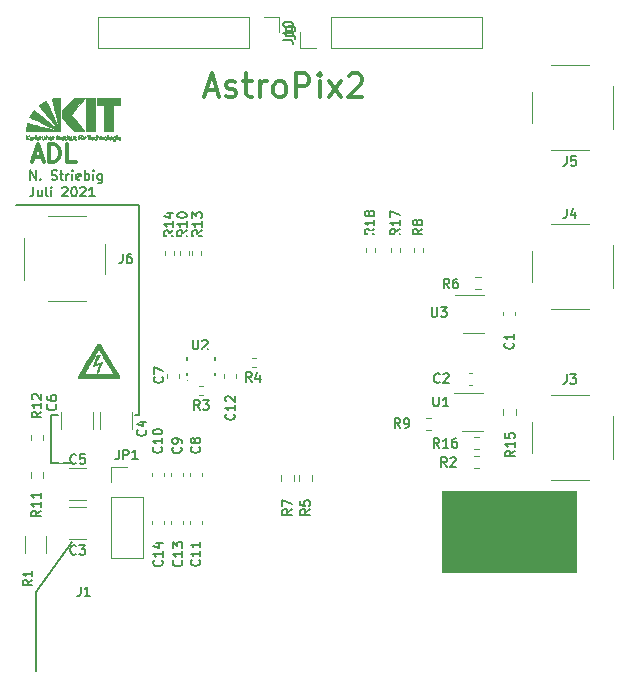
<source format=gbr>
%TF.GenerationSoftware,KiCad,Pcbnew,(5.1.10)-1*%
%TF.CreationDate,2021-08-04T12:31:07+02:00*%
%TF.ProjectId,astropix_v2,61737472-6f70-4697-985f-76322e6b6963,1.0*%
%TF.SameCoordinates,Original*%
%TF.FileFunction,Legend,Top*%
%TF.FilePolarity,Positive*%
%FSLAX46Y46*%
G04 Gerber Fmt 4.6, Leading zero omitted, Abs format (unit mm)*
G04 Created by KiCad (PCBNEW (5.1.10)-1) date 2021-08-04 12:31:07*
%MOMM*%
%LPD*%
G01*
G04 APERTURE LIST*
%ADD10C,0.200000*%
%ADD11C,0.100000*%
%ADD12C,0.300000*%
%ADD13C,0.120000*%
%ADD14C,0.150000*%
%ADD15C,0.010000*%
%ADD16C,3.100000*%
%ADD17C,3.200000*%
%ADD18R,0.700000X4.300000*%
%ADD19R,0.700000X3.200000*%
%ADD20R,0.125000X0.500000*%
%ADD21R,0.125000X0.600000*%
%ADD22R,9.800000X10.500000*%
%ADD23R,0.600000X0.125000*%
%ADD24C,0.600000*%
%ADD25O,1.700000X1.700000*%
%ADD26R,1.700000X1.700000*%
%ADD27R,0.299999X0.579999*%
%ADD28R,0.629999X0.349999*%
%ADD29R,1.060000X0.650000*%
%ADD30C,2.000000*%
%ADD31C,2.250000*%
%ADD32C,0.450000*%
G04 APERTURE END LIST*
D10*
X108458000Y-86995000D02*
X109093000Y-86995000D01*
X115951000Y-69215000D02*
X105537000Y-69215000D01*
X115951000Y-86995000D02*
X115951000Y-69215000D01*
X115570000Y-86995000D02*
X115951000Y-86995000D01*
X108458000Y-91059000D02*
X108458000Y-86995000D01*
X110236000Y-91059000D02*
X108458000Y-91059000D01*
X107188000Y-101981000D02*
X110236000Y-97790000D01*
X107188000Y-108712000D02*
X107188000Y-101981000D01*
D11*
G36*
X152908000Y-100330000D02*
G01*
X141630400Y-100330000D01*
X141630400Y-93472000D01*
X152908000Y-93472000D01*
X152908000Y-100330000D01*
G37*
X152908000Y-100330000D02*
X141630400Y-100330000D01*
X141630400Y-93472000D01*
X152908000Y-93472000D01*
X152908000Y-100330000D01*
D12*
X121606952Y-59515333D02*
X122559333Y-59515333D01*
X121416476Y-60086761D02*
X122083142Y-58086761D01*
X122749809Y-60086761D01*
X123321238Y-59991523D02*
X123511714Y-60086761D01*
X123892666Y-60086761D01*
X124083142Y-59991523D01*
X124178380Y-59801047D01*
X124178380Y-59705809D01*
X124083142Y-59515333D01*
X123892666Y-59420095D01*
X123606952Y-59420095D01*
X123416476Y-59324857D01*
X123321238Y-59134380D01*
X123321238Y-59039142D01*
X123416476Y-58848666D01*
X123606952Y-58753428D01*
X123892666Y-58753428D01*
X124083142Y-58848666D01*
X124749809Y-58753428D02*
X125511714Y-58753428D01*
X125035523Y-58086761D02*
X125035523Y-59801047D01*
X125130761Y-59991523D01*
X125321238Y-60086761D01*
X125511714Y-60086761D01*
X126178380Y-60086761D02*
X126178380Y-58753428D01*
X126178380Y-59134380D02*
X126273619Y-58943904D01*
X126368857Y-58848666D01*
X126559333Y-58753428D01*
X126749809Y-58753428D01*
X127702190Y-60086761D02*
X127511714Y-59991523D01*
X127416476Y-59896285D01*
X127321238Y-59705809D01*
X127321238Y-59134380D01*
X127416476Y-58943904D01*
X127511714Y-58848666D01*
X127702190Y-58753428D01*
X127987904Y-58753428D01*
X128178380Y-58848666D01*
X128273619Y-58943904D01*
X128368857Y-59134380D01*
X128368857Y-59705809D01*
X128273619Y-59896285D01*
X128178380Y-59991523D01*
X127987904Y-60086761D01*
X127702190Y-60086761D01*
X129226000Y-60086761D02*
X129226000Y-58086761D01*
X129987904Y-58086761D01*
X130178380Y-58182000D01*
X130273619Y-58277238D01*
X130368857Y-58467714D01*
X130368857Y-58753428D01*
X130273619Y-58943904D01*
X130178380Y-59039142D01*
X129987904Y-59134380D01*
X129226000Y-59134380D01*
X131226000Y-60086761D02*
X131226000Y-58753428D01*
X131226000Y-58086761D02*
X131130761Y-58182000D01*
X131226000Y-58277238D01*
X131321238Y-58182000D01*
X131226000Y-58086761D01*
X131226000Y-58277238D01*
X131987904Y-60086761D02*
X133035523Y-58753428D01*
X131987904Y-58753428D02*
X133035523Y-60086761D01*
X133702190Y-58277238D02*
X133797428Y-58182000D01*
X133987904Y-58086761D01*
X134464095Y-58086761D01*
X134654571Y-58182000D01*
X134749809Y-58277238D01*
X134845047Y-58467714D01*
X134845047Y-58658190D01*
X134749809Y-58943904D01*
X133606952Y-60086761D01*
X134845047Y-60086761D01*
D10*
X106746476Y-67098904D02*
X106746476Y-66298904D01*
X107203619Y-67098904D01*
X107203619Y-66298904D01*
X107584571Y-67022714D02*
X107622666Y-67060809D01*
X107584571Y-67098904D01*
X107546476Y-67060809D01*
X107584571Y-67022714D01*
X107584571Y-67098904D01*
X108536952Y-67060809D02*
X108651238Y-67098904D01*
X108841714Y-67098904D01*
X108917904Y-67060809D01*
X108956000Y-67022714D01*
X108994095Y-66946523D01*
X108994095Y-66870333D01*
X108956000Y-66794142D01*
X108917904Y-66756047D01*
X108841714Y-66717952D01*
X108689333Y-66679857D01*
X108613142Y-66641761D01*
X108575047Y-66603666D01*
X108536952Y-66527476D01*
X108536952Y-66451285D01*
X108575047Y-66375095D01*
X108613142Y-66337000D01*
X108689333Y-66298904D01*
X108879809Y-66298904D01*
X108994095Y-66337000D01*
X109222666Y-66565571D02*
X109527428Y-66565571D01*
X109336952Y-66298904D02*
X109336952Y-66984619D01*
X109375047Y-67060809D01*
X109451238Y-67098904D01*
X109527428Y-67098904D01*
X109794095Y-67098904D02*
X109794095Y-66565571D01*
X109794095Y-66717952D02*
X109832190Y-66641761D01*
X109870285Y-66603666D01*
X109946476Y-66565571D01*
X110022666Y-66565571D01*
X110289333Y-67098904D02*
X110289333Y-66565571D01*
X110289333Y-66298904D02*
X110251238Y-66337000D01*
X110289333Y-66375095D01*
X110327428Y-66337000D01*
X110289333Y-66298904D01*
X110289333Y-66375095D01*
X110975047Y-67060809D02*
X110898857Y-67098904D01*
X110746476Y-67098904D01*
X110670285Y-67060809D01*
X110632190Y-66984619D01*
X110632190Y-66679857D01*
X110670285Y-66603666D01*
X110746476Y-66565571D01*
X110898857Y-66565571D01*
X110975047Y-66603666D01*
X111013142Y-66679857D01*
X111013142Y-66756047D01*
X110632190Y-66832238D01*
X111356000Y-67098904D02*
X111356000Y-66298904D01*
X111356000Y-66603666D02*
X111432190Y-66565571D01*
X111584571Y-66565571D01*
X111660761Y-66603666D01*
X111698857Y-66641761D01*
X111736952Y-66717952D01*
X111736952Y-66946523D01*
X111698857Y-67022714D01*
X111660761Y-67060809D01*
X111584571Y-67098904D01*
X111432190Y-67098904D01*
X111356000Y-67060809D01*
X112079809Y-67098904D02*
X112079809Y-66565571D01*
X112079809Y-66298904D02*
X112041714Y-66337000D01*
X112079809Y-66375095D01*
X112117904Y-66337000D01*
X112079809Y-66298904D01*
X112079809Y-66375095D01*
X112803619Y-66565571D02*
X112803619Y-67213190D01*
X112765523Y-67289380D01*
X112727428Y-67327476D01*
X112651238Y-67365571D01*
X112536952Y-67365571D01*
X112460761Y-67327476D01*
X112803619Y-67060809D02*
X112727428Y-67098904D01*
X112575047Y-67098904D01*
X112498857Y-67060809D01*
X112460761Y-67022714D01*
X112422666Y-66946523D01*
X112422666Y-66717952D01*
X112460761Y-66641761D01*
X112498857Y-66603666D01*
X112575047Y-66565571D01*
X112727428Y-66565571D01*
X112803619Y-66603666D01*
X106975047Y-67698904D02*
X106975047Y-68270333D01*
X106936952Y-68384619D01*
X106860761Y-68460809D01*
X106746476Y-68498904D01*
X106670285Y-68498904D01*
X107698857Y-67965571D02*
X107698857Y-68498904D01*
X107356000Y-67965571D02*
X107356000Y-68384619D01*
X107394095Y-68460809D01*
X107470285Y-68498904D01*
X107584571Y-68498904D01*
X107660761Y-68460809D01*
X107698857Y-68422714D01*
X108194095Y-68498904D02*
X108117904Y-68460809D01*
X108079809Y-68384619D01*
X108079809Y-67698904D01*
X108498857Y-68498904D02*
X108498857Y-67965571D01*
X108498857Y-67698904D02*
X108460761Y-67737000D01*
X108498857Y-67775095D01*
X108536952Y-67737000D01*
X108498857Y-67698904D01*
X108498857Y-67775095D01*
X109451238Y-67775095D02*
X109489333Y-67737000D01*
X109565523Y-67698904D01*
X109756000Y-67698904D01*
X109832190Y-67737000D01*
X109870285Y-67775095D01*
X109908380Y-67851285D01*
X109908380Y-67927476D01*
X109870285Y-68041761D01*
X109413142Y-68498904D01*
X109908380Y-68498904D01*
X110403619Y-67698904D02*
X110479809Y-67698904D01*
X110556000Y-67737000D01*
X110594095Y-67775095D01*
X110632190Y-67851285D01*
X110670285Y-68003666D01*
X110670285Y-68194142D01*
X110632190Y-68346523D01*
X110594095Y-68422714D01*
X110556000Y-68460809D01*
X110479809Y-68498904D01*
X110403619Y-68498904D01*
X110327428Y-68460809D01*
X110289333Y-68422714D01*
X110251238Y-68346523D01*
X110213142Y-68194142D01*
X110213142Y-68003666D01*
X110251238Y-67851285D01*
X110289333Y-67775095D01*
X110327428Y-67737000D01*
X110403619Y-67698904D01*
X110975047Y-67775095D02*
X111013142Y-67737000D01*
X111089333Y-67698904D01*
X111279809Y-67698904D01*
X111356000Y-67737000D01*
X111394095Y-67775095D01*
X111432190Y-67851285D01*
X111432190Y-67927476D01*
X111394095Y-68041761D01*
X110936952Y-68498904D01*
X111432190Y-68498904D01*
X112194095Y-68498904D02*
X111736952Y-68498904D01*
X111965523Y-68498904D02*
X111965523Y-67698904D01*
X111889333Y-67813190D01*
X111813142Y-67889380D01*
X111736952Y-67927476D01*
D12*
X106997714Y-65147000D02*
X107712000Y-65147000D01*
X106854857Y-65575571D02*
X107354857Y-64075571D01*
X107854857Y-65575571D01*
X108354857Y-65575571D02*
X108354857Y-64075571D01*
X108712000Y-64075571D01*
X108926285Y-64147000D01*
X109069142Y-64289857D01*
X109140571Y-64432714D01*
X109212000Y-64718428D01*
X109212000Y-64932714D01*
X109140571Y-65218428D01*
X109069142Y-65361285D01*
X108926285Y-65504142D01*
X108712000Y-65575571D01*
X108354857Y-65575571D01*
X110569142Y-65575571D02*
X109854857Y-65575571D01*
X109854857Y-64075571D01*
D13*
%TO.C,R8*%
X139193000Y-72871359D02*
X139193000Y-73178641D01*
X139953000Y-72871359D02*
X139953000Y-73178641D01*
%TO.C,R18*%
X135129000Y-72871359D02*
X135129000Y-73178641D01*
X135889000Y-72871359D02*
X135889000Y-73178641D01*
%TO.C,R17*%
X137288000Y-72871359D02*
X137288000Y-73178641D01*
X138048000Y-72871359D02*
X138048000Y-73178641D01*
%TO.C,R14*%
X118871000Y-73432641D02*
X118871000Y-73125359D01*
X118111000Y-73432641D02*
X118111000Y-73125359D01*
%TO.C,R13*%
X121157000Y-73434641D02*
X121157000Y-73127359D01*
X120397000Y-73434641D02*
X120397000Y-73127359D01*
%TO.C,R10*%
X120141000Y-73432641D02*
X120141000Y-73125359D01*
X119381000Y-73432641D02*
X119381000Y-73125359D01*
%TO.C,C14*%
X118086600Y-96228780D02*
X118086600Y-95947620D01*
X117066600Y-96228780D02*
X117066600Y-95947620D01*
%TO.C,JP1*%
X113579600Y-91380000D02*
X114909600Y-91380000D01*
X113579600Y-92710000D02*
X113579600Y-91380000D01*
X113579600Y-93980000D02*
X116239600Y-93980000D01*
X116239600Y-93980000D02*
X116239600Y-99120000D01*
X113579600Y-93980000D02*
X113579600Y-99120000D01*
X113579600Y-99120000D02*
X116239600Y-99120000D01*
%TO.C,R4*%
X125525559Y-82930000D02*
X125832841Y-82930000D01*
X125525559Y-82170000D02*
X125832841Y-82170000D01*
D11*
%TO.C,U2*%
X120086298Y-84055201D02*
G75*
G03*
X120086298Y-84055201I-50000J0D01*
G01*
D14*
X120033799Y-83655200D02*
X120033799Y-83430199D01*
X122383799Y-83655200D02*
X122383799Y-83430199D01*
X122383799Y-82330199D02*
X122383799Y-82105200D01*
X120033799Y-82330199D02*
X120033799Y-82105200D01*
D13*
%TO.C,C3*%
X111455252Y-94804400D02*
X110032748Y-94804400D01*
X111455252Y-97524400D02*
X110032748Y-97524400D01*
D15*
%TO.C,Logo2*%
G36*
X112603414Y-81904771D02*
G01*
X112622234Y-81907010D01*
X112623600Y-81908056D01*
X112617863Y-81920481D01*
X112601568Y-81952703D01*
X112576080Y-82002094D01*
X112542770Y-82066024D01*
X112503005Y-82141866D01*
X112458153Y-82226991D01*
X112420513Y-82298150D01*
X112372849Y-82388582D01*
X112329494Y-82471744D01*
X112291774Y-82545022D01*
X112261016Y-82605801D01*
X112238544Y-82651468D01*
X112225684Y-82679407D01*
X112223189Y-82687222D01*
X112236441Y-82685296D01*
X112270423Y-82676734D01*
X112321635Y-82662520D01*
X112386575Y-82643642D01*
X112461746Y-82621083D01*
X112503952Y-82608152D01*
X112583068Y-82584056D01*
X112653772Y-82563111D01*
X112712568Y-82546305D01*
X112755958Y-82534626D01*
X112780444Y-82529061D01*
X112784550Y-82528917D01*
X112780886Y-82541432D01*
X112767694Y-82573835D01*
X112746328Y-82623063D01*
X112718138Y-82686050D01*
X112684479Y-82759732D01*
X112648347Y-82837532D01*
X112609361Y-82920954D01*
X112573131Y-82998692D01*
X112541304Y-83067195D01*
X112515526Y-83122913D01*
X112497443Y-83162296D01*
X112489222Y-83180583D01*
X112471896Y-83220617D01*
X112535817Y-83203755D01*
X112572352Y-83194645D01*
X112588842Y-83192919D01*
X112589664Y-83198987D01*
X112583198Y-83208171D01*
X112566446Y-83228948D01*
X112539793Y-83261179D01*
X112507107Y-83300281D01*
X112472259Y-83341670D01*
X112439116Y-83380761D01*
X112411549Y-83412973D01*
X112393426Y-83433719D01*
X112388352Y-83439000D01*
X112385513Y-83427344D01*
X112379574Y-83395902D01*
X112371502Y-83349958D01*
X112365196Y-83312573D01*
X112353836Y-83243404D01*
X112347070Y-83196297D01*
X112345410Y-83168244D01*
X112349368Y-83156238D01*
X112359456Y-83157270D01*
X112376187Y-83168332D01*
X112388205Y-83177450D01*
X112432211Y-83211015D01*
X112451056Y-83144032D01*
X112474756Y-83058890D01*
X112497671Y-82974930D01*
X112518871Y-82895715D01*
X112537432Y-82824813D01*
X112552424Y-82765789D01*
X112562923Y-82722209D01*
X112567999Y-82697637D01*
X112568176Y-82693542D01*
X112555489Y-82696231D01*
X112522291Y-82706078D01*
X112472082Y-82721966D01*
X112408366Y-82742777D01*
X112334643Y-82767394D01*
X112300203Y-82779053D01*
X112223157Y-82804950D01*
X112154524Y-82827460D01*
X112097822Y-82845476D01*
X112056564Y-82857892D01*
X112034267Y-82863601D01*
X112031376Y-82863709D01*
X112034931Y-82851264D01*
X112047179Y-82817843D01*
X112067134Y-82765953D01*
X112093805Y-82698098D01*
X112126207Y-82616786D01*
X112163349Y-82524523D01*
X112204244Y-82423815D01*
X112220638Y-82383671D01*
X112414916Y-81908650D01*
X112519258Y-81904961D01*
X112567115Y-81904030D01*
X112603414Y-81904771D01*
G37*
X112603414Y-81904771D02*
X112622234Y-81907010D01*
X112623600Y-81908056D01*
X112617863Y-81920481D01*
X112601568Y-81952703D01*
X112576080Y-82002094D01*
X112542770Y-82066024D01*
X112503005Y-82141866D01*
X112458153Y-82226991D01*
X112420513Y-82298150D01*
X112372849Y-82388582D01*
X112329494Y-82471744D01*
X112291774Y-82545022D01*
X112261016Y-82605801D01*
X112238544Y-82651468D01*
X112225684Y-82679407D01*
X112223189Y-82687222D01*
X112236441Y-82685296D01*
X112270423Y-82676734D01*
X112321635Y-82662520D01*
X112386575Y-82643642D01*
X112461746Y-82621083D01*
X112503952Y-82608152D01*
X112583068Y-82584056D01*
X112653772Y-82563111D01*
X112712568Y-82546305D01*
X112755958Y-82534626D01*
X112780444Y-82529061D01*
X112784550Y-82528917D01*
X112780886Y-82541432D01*
X112767694Y-82573835D01*
X112746328Y-82623063D01*
X112718138Y-82686050D01*
X112684479Y-82759732D01*
X112648347Y-82837532D01*
X112609361Y-82920954D01*
X112573131Y-82998692D01*
X112541304Y-83067195D01*
X112515526Y-83122913D01*
X112497443Y-83162296D01*
X112489222Y-83180583D01*
X112471896Y-83220617D01*
X112535817Y-83203755D01*
X112572352Y-83194645D01*
X112588842Y-83192919D01*
X112589664Y-83198987D01*
X112583198Y-83208171D01*
X112566446Y-83228948D01*
X112539793Y-83261179D01*
X112507107Y-83300281D01*
X112472259Y-83341670D01*
X112439116Y-83380761D01*
X112411549Y-83412973D01*
X112393426Y-83433719D01*
X112388352Y-83439000D01*
X112385513Y-83427344D01*
X112379574Y-83395902D01*
X112371502Y-83349958D01*
X112365196Y-83312573D01*
X112353836Y-83243404D01*
X112347070Y-83196297D01*
X112345410Y-83168244D01*
X112349368Y-83156238D01*
X112359456Y-83157270D01*
X112376187Y-83168332D01*
X112388205Y-83177450D01*
X112432211Y-83211015D01*
X112451056Y-83144032D01*
X112474756Y-83058890D01*
X112497671Y-82974930D01*
X112518871Y-82895715D01*
X112537432Y-82824813D01*
X112552424Y-82765789D01*
X112562923Y-82722209D01*
X112567999Y-82697637D01*
X112568176Y-82693542D01*
X112555489Y-82696231D01*
X112522291Y-82706078D01*
X112472082Y-82721966D01*
X112408366Y-82742777D01*
X112334643Y-82767394D01*
X112300203Y-82779053D01*
X112223157Y-82804950D01*
X112154524Y-82827460D01*
X112097822Y-82845476D01*
X112056564Y-82857892D01*
X112034267Y-82863601D01*
X112031376Y-82863709D01*
X112034931Y-82851264D01*
X112047179Y-82817843D01*
X112067134Y-82765953D01*
X112093805Y-82698098D01*
X112126207Y-82616786D01*
X112163349Y-82524523D01*
X112204244Y-82423815D01*
X112220638Y-82383671D01*
X112414916Y-81908650D01*
X112519258Y-81904961D01*
X112567115Y-81904030D01*
X112603414Y-81904771D01*
G36*
X112551181Y-80958667D02*
G01*
X112580565Y-80969743D01*
X112610139Y-80994660D01*
X112616046Y-81000600D01*
X112626452Y-81015257D01*
X112649024Y-81050021D01*
X112682771Y-81103269D01*
X112726704Y-81173380D01*
X112779830Y-81258732D01*
X112841161Y-81357704D01*
X112909705Y-81468674D01*
X112984472Y-81590021D01*
X113064472Y-81720124D01*
X113148715Y-81857360D01*
X113236209Y-82000109D01*
X113325965Y-82146749D01*
X113416992Y-82295658D01*
X113508299Y-82445215D01*
X113598897Y-82593798D01*
X113687794Y-82739787D01*
X113774001Y-82881559D01*
X113856526Y-83017493D01*
X113934380Y-83145967D01*
X114006572Y-83265361D01*
X114072112Y-83374052D01*
X114130009Y-83470419D01*
X114179272Y-83552841D01*
X114218912Y-83619695D01*
X114247938Y-83669361D01*
X114265359Y-83700218D01*
X114267640Y-83704520D01*
X114286122Y-83761073D01*
X114282089Y-83811528D01*
X114256899Y-83852236D01*
X114211909Y-83879551D01*
X114201200Y-83882935D01*
X114180181Y-83885147D01*
X114133807Y-83887157D01*
X114062123Y-83888965D01*
X113965173Y-83890571D01*
X113843003Y-83891974D01*
X113695656Y-83893174D01*
X113523178Y-83894170D01*
X113325612Y-83894963D01*
X113103004Y-83895551D01*
X112855397Y-83895936D01*
X112582838Y-83896115D01*
X112492448Y-83896129D01*
X110830946Y-83896200D01*
X110792239Y-83857493D01*
X110767377Y-83828687D01*
X110758147Y-83801924D01*
X110759711Y-83765418D01*
X110763103Y-83753070D01*
X110771654Y-83732765D01*
X110785952Y-83703490D01*
X110806585Y-83664227D01*
X110834142Y-83613961D01*
X110869210Y-83551676D01*
X110871500Y-83547680D01*
X111277400Y-83547680D01*
X111289751Y-83549220D01*
X111325411Y-83550616D01*
X111382290Y-83551870D01*
X111458297Y-83552983D01*
X111551341Y-83553955D01*
X111659333Y-83554788D01*
X111780180Y-83555481D01*
X111911794Y-83556038D01*
X112052082Y-83556457D01*
X112198955Y-83556740D01*
X112350323Y-83556888D01*
X112504094Y-83556903D01*
X112658178Y-83556784D01*
X112810485Y-83556532D01*
X112958924Y-83556150D01*
X113101404Y-83555637D01*
X113235835Y-83554994D01*
X113360127Y-83554223D01*
X113472188Y-83553324D01*
X113569929Y-83552298D01*
X113651258Y-83551147D01*
X113714086Y-83549870D01*
X113756321Y-83548469D01*
X113775874Y-83546946D01*
X113776932Y-83546587D01*
X113772121Y-83534678D01*
X113755198Y-83502875D01*
X113727247Y-83452988D01*
X113689350Y-83386826D01*
X113642591Y-83306199D01*
X113588053Y-83212917D01*
X113526821Y-83108789D01*
X113459977Y-82995625D01*
X113388605Y-82875234D01*
X113313788Y-82749426D01*
X113236611Y-82620011D01*
X113158155Y-82488797D01*
X113079505Y-82357595D01*
X113001744Y-82228215D01*
X112925956Y-82102465D01*
X112853224Y-81982156D01*
X112784632Y-81869096D01*
X112721262Y-81765096D01*
X112664199Y-81671965D01*
X112614526Y-81591513D01*
X112573326Y-81525549D01*
X112541682Y-81475883D01*
X112520679Y-81444325D01*
X112511400Y-81432683D01*
X112511256Y-81432656D01*
X112503060Y-81443420D01*
X112483260Y-81474361D01*
X112452926Y-81523647D01*
X112413129Y-81589442D01*
X112364938Y-81669914D01*
X112309423Y-81763227D01*
X112247654Y-81867548D01*
X112180702Y-81981043D01*
X112109635Y-82101877D01*
X112035525Y-82228216D01*
X111959440Y-82358227D01*
X111882452Y-82490075D01*
X111805629Y-82621927D01*
X111730043Y-82751947D01*
X111656762Y-82878302D01*
X111586857Y-82999159D01*
X111521398Y-83112682D01*
X111461455Y-83217037D01*
X111408097Y-83310392D01*
X111362396Y-83390910D01*
X111325420Y-83456760D01*
X111298239Y-83506105D01*
X111281925Y-83537113D01*
X111277400Y-83547680D01*
X110871500Y-83547680D01*
X110912378Y-83476357D01*
X110964233Y-83386987D01*
X111025363Y-83282551D01*
X111096356Y-83162034D01*
X111177801Y-83024419D01*
X111270285Y-82868690D01*
X111374397Y-82693833D01*
X111490724Y-82498830D01*
X111562558Y-82378550D01*
X111664058Y-82208883D01*
X111762513Y-82044753D01*
X111857081Y-81887541D01*
X111946919Y-81738628D01*
X112031184Y-81599397D01*
X112109034Y-81471230D01*
X112179627Y-81355507D01*
X112242120Y-81253610D01*
X112295671Y-81166922D01*
X112339437Y-81096823D01*
X112372576Y-81044696D01*
X112394246Y-81011923D01*
X112402725Y-81000600D01*
X112433443Y-80972842D01*
X112461863Y-80959803D01*
X112500638Y-80956202D01*
X112509299Y-80956150D01*
X112551181Y-80958667D01*
G37*
X112551181Y-80958667D02*
X112580565Y-80969743D01*
X112610139Y-80994660D01*
X112616046Y-81000600D01*
X112626452Y-81015257D01*
X112649024Y-81050021D01*
X112682771Y-81103269D01*
X112726704Y-81173380D01*
X112779830Y-81258732D01*
X112841161Y-81357704D01*
X112909705Y-81468674D01*
X112984472Y-81590021D01*
X113064472Y-81720124D01*
X113148715Y-81857360D01*
X113236209Y-82000109D01*
X113325965Y-82146749D01*
X113416992Y-82295658D01*
X113508299Y-82445215D01*
X113598897Y-82593798D01*
X113687794Y-82739787D01*
X113774001Y-82881559D01*
X113856526Y-83017493D01*
X113934380Y-83145967D01*
X114006572Y-83265361D01*
X114072112Y-83374052D01*
X114130009Y-83470419D01*
X114179272Y-83552841D01*
X114218912Y-83619695D01*
X114247938Y-83669361D01*
X114265359Y-83700218D01*
X114267640Y-83704520D01*
X114286122Y-83761073D01*
X114282089Y-83811528D01*
X114256899Y-83852236D01*
X114211909Y-83879551D01*
X114201200Y-83882935D01*
X114180181Y-83885147D01*
X114133807Y-83887157D01*
X114062123Y-83888965D01*
X113965173Y-83890571D01*
X113843003Y-83891974D01*
X113695656Y-83893174D01*
X113523178Y-83894170D01*
X113325612Y-83894963D01*
X113103004Y-83895551D01*
X112855397Y-83895936D01*
X112582838Y-83896115D01*
X112492448Y-83896129D01*
X110830946Y-83896200D01*
X110792239Y-83857493D01*
X110767377Y-83828687D01*
X110758147Y-83801924D01*
X110759711Y-83765418D01*
X110763103Y-83753070D01*
X110771654Y-83732765D01*
X110785952Y-83703490D01*
X110806585Y-83664227D01*
X110834142Y-83613961D01*
X110869210Y-83551676D01*
X110871500Y-83547680D01*
X111277400Y-83547680D01*
X111289751Y-83549220D01*
X111325411Y-83550616D01*
X111382290Y-83551870D01*
X111458297Y-83552983D01*
X111551341Y-83553955D01*
X111659333Y-83554788D01*
X111780180Y-83555481D01*
X111911794Y-83556038D01*
X112052082Y-83556457D01*
X112198955Y-83556740D01*
X112350323Y-83556888D01*
X112504094Y-83556903D01*
X112658178Y-83556784D01*
X112810485Y-83556532D01*
X112958924Y-83556150D01*
X113101404Y-83555637D01*
X113235835Y-83554994D01*
X113360127Y-83554223D01*
X113472188Y-83553324D01*
X113569929Y-83552298D01*
X113651258Y-83551147D01*
X113714086Y-83549870D01*
X113756321Y-83548469D01*
X113775874Y-83546946D01*
X113776932Y-83546587D01*
X113772121Y-83534678D01*
X113755198Y-83502875D01*
X113727247Y-83452988D01*
X113689350Y-83386826D01*
X113642591Y-83306199D01*
X113588053Y-83212917D01*
X113526821Y-83108789D01*
X113459977Y-82995625D01*
X113388605Y-82875234D01*
X113313788Y-82749426D01*
X113236611Y-82620011D01*
X113158155Y-82488797D01*
X113079505Y-82357595D01*
X113001744Y-82228215D01*
X112925956Y-82102465D01*
X112853224Y-81982156D01*
X112784632Y-81869096D01*
X112721262Y-81765096D01*
X112664199Y-81671965D01*
X112614526Y-81591513D01*
X112573326Y-81525549D01*
X112541682Y-81475883D01*
X112520679Y-81444325D01*
X112511400Y-81432683D01*
X112511256Y-81432656D01*
X112503060Y-81443420D01*
X112483260Y-81474361D01*
X112452926Y-81523647D01*
X112413129Y-81589442D01*
X112364938Y-81669914D01*
X112309423Y-81763227D01*
X112247654Y-81867548D01*
X112180702Y-81981043D01*
X112109635Y-82101877D01*
X112035525Y-82228216D01*
X111959440Y-82358227D01*
X111882452Y-82490075D01*
X111805629Y-82621927D01*
X111730043Y-82751947D01*
X111656762Y-82878302D01*
X111586857Y-82999159D01*
X111521398Y-83112682D01*
X111461455Y-83217037D01*
X111408097Y-83310392D01*
X111362396Y-83390910D01*
X111325420Y-83456760D01*
X111298239Y-83506105D01*
X111281925Y-83537113D01*
X111277400Y-83547680D01*
X110871500Y-83547680D01*
X110912378Y-83476357D01*
X110964233Y-83386987D01*
X111025363Y-83282551D01*
X111096356Y-83162034D01*
X111177801Y-83024419D01*
X111270285Y-82868690D01*
X111374397Y-82693833D01*
X111490724Y-82498830D01*
X111562558Y-82378550D01*
X111664058Y-82208883D01*
X111762513Y-82044753D01*
X111857081Y-81887541D01*
X111946919Y-81738628D01*
X112031184Y-81599397D01*
X112109034Y-81471230D01*
X112179627Y-81355507D01*
X112242120Y-81253610D01*
X112295671Y-81166922D01*
X112339437Y-81096823D01*
X112372576Y-81044696D01*
X112394246Y-81011923D01*
X112402725Y-81000600D01*
X112433443Y-80972842D01*
X112461863Y-80959803D01*
X112500638Y-80956202D01*
X112509299Y-80956150D01*
X112551181Y-80958667D01*
%TO.C,Logo1*%
G36*
X114300000Y-60782200D02*
G01*
X113766600Y-60782200D01*
X113766600Y-62992000D01*
X112979739Y-62992000D01*
X112973119Y-61893450D01*
X112966500Y-60794900D01*
X112693450Y-60787690D01*
X112420400Y-60780481D01*
X112420400Y-60147200D01*
X114300000Y-60147200D01*
X114300000Y-60782200D01*
G37*
X114300000Y-60782200D02*
X113766600Y-60782200D01*
X113766600Y-62992000D01*
X112979739Y-62992000D01*
X112973119Y-61893450D01*
X112966500Y-60794900D01*
X112693450Y-60787690D01*
X112420400Y-60780481D01*
X112420400Y-60147200D01*
X114300000Y-60147200D01*
X114300000Y-60782200D01*
G36*
X112242600Y-62992000D02*
G01*
X111455200Y-62992000D01*
X111455200Y-60147200D01*
X112242600Y-60147200D01*
X112242600Y-62992000D01*
G37*
X112242600Y-62992000D02*
X111455200Y-62992000D01*
X111455200Y-60147200D01*
X112242600Y-60147200D01*
X112242600Y-62992000D01*
G36*
X110756140Y-60860769D02*
G01*
X110604709Y-61049255D01*
X110482655Y-61202365D01*
X110387175Y-61324032D01*
X110315465Y-61418186D01*
X110264723Y-61488759D01*
X110232144Y-61539683D01*
X110214926Y-61574890D01*
X110210265Y-61598310D01*
X110215357Y-61613875D01*
X110217322Y-61616419D01*
X110242953Y-61647431D01*
X110295413Y-61711514D01*
X110370011Y-61802898D01*
X110462054Y-61915815D01*
X110566853Y-62044497D01*
X110679716Y-62183175D01*
X110795952Y-62326081D01*
X110910870Y-62467447D01*
X111019778Y-62601504D01*
X111117986Y-62722484D01*
X111200803Y-62824618D01*
X111263537Y-62902138D01*
X111301497Y-62949275D01*
X111310184Y-62960250D01*
X111309366Y-62972177D01*
X111282375Y-62980872D01*
X111223749Y-62986762D01*
X111128021Y-62990271D01*
X110989728Y-62991823D01*
X110902219Y-62992000D01*
X110470018Y-62992000D01*
X109423200Y-61871638D01*
X109424570Y-61561869D01*
X109425941Y-61252100D01*
X109926220Y-60700474D01*
X110426500Y-60148848D01*
X111330666Y-60147200D01*
X110756140Y-60860769D01*
G37*
X110756140Y-60860769D02*
X110604709Y-61049255D01*
X110482655Y-61202365D01*
X110387175Y-61324032D01*
X110315465Y-61418186D01*
X110264723Y-61488759D01*
X110232144Y-61539683D01*
X110214926Y-61574890D01*
X110210265Y-61598310D01*
X110215357Y-61613875D01*
X110217322Y-61616419D01*
X110242953Y-61647431D01*
X110295413Y-61711514D01*
X110370011Y-61802898D01*
X110462054Y-61915815D01*
X110566853Y-62044497D01*
X110679716Y-62183175D01*
X110795952Y-62326081D01*
X110910870Y-62467447D01*
X111019778Y-62601504D01*
X111117986Y-62722484D01*
X111200803Y-62824618D01*
X111263537Y-62902138D01*
X111301497Y-62949275D01*
X111310184Y-62960250D01*
X111309366Y-62972177D01*
X111282375Y-62980872D01*
X111223749Y-62986762D01*
X111128021Y-62990271D01*
X110989728Y-62991823D01*
X110902219Y-62992000D01*
X110470018Y-62992000D01*
X109423200Y-61871638D01*
X109424570Y-61561869D01*
X109425941Y-61252100D01*
X109926220Y-60700474D01*
X110426500Y-60148848D01*
X111330666Y-60147200D01*
X110756140Y-60860769D01*
G36*
X109232700Y-62979300D02*
G01*
X106375200Y-62992422D01*
X106375269Y-62953900D01*
X109143800Y-62953900D01*
X109156500Y-62966600D01*
X109169200Y-62953900D01*
X109156500Y-62941200D01*
X109143800Y-62953900D01*
X106375269Y-62953900D01*
X106375349Y-62909661D01*
X106379036Y-62850229D01*
X106388700Y-62760808D01*
X106402469Y-62654220D01*
X106418467Y-62543284D01*
X106434821Y-62440820D01*
X106449656Y-62359647D01*
X106461099Y-62312586D01*
X106463409Y-62307317D01*
X106489735Y-62309398D01*
X106560723Y-62322932D01*
X106671798Y-62346854D01*
X106818388Y-62380105D01*
X106995919Y-62421620D01*
X107199817Y-62470339D01*
X107425511Y-62525199D01*
X107668425Y-62585138D01*
X107787859Y-62614915D01*
X108037223Y-62677097D01*
X108271388Y-62735110D01*
X108485796Y-62787853D01*
X108675891Y-62834222D01*
X108837114Y-62873113D01*
X108964906Y-62903424D01*
X109054711Y-62924052D01*
X109101969Y-62933893D01*
X109108193Y-62934473D01*
X109087500Y-62922489D01*
X109024883Y-62891202D01*
X108924538Y-62842602D01*
X108790663Y-62778681D01*
X108627455Y-62701427D01*
X108439110Y-62612834D01*
X108229826Y-62514889D01*
X108003800Y-62409586D01*
X107892032Y-62357677D01*
X107658915Y-62249470D01*
X107439978Y-62147746D01*
X107239498Y-62054498D01*
X107061749Y-61971721D01*
X106911009Y-61901408D01*
X106791552Y-61845552D01*
X106707655Y-61806147D01*
X106663593Y-61785186D01*
X106657872Y-61782282D01*
X106662421Y-61755926D01*
X106691274Y-61696752D01*
X106739148Y-61613241D01*
X106800762Y-61513872D01*
X106870834Y-61407123D01*
X106944080Y-61301472D01*
X107015219Y-61205400D01*
X107025480Y-61192214D01*
X107045956Y-61206009D01*
X107102225Y-61248983D01*
X107190673Y-61318256D01*
X107307684Y-61410950D01*
X107449645Y-61524185D01*
X107612940Y-61655081D01*
X107793956Y-61800759D01*
X107989078Y-61958341D01*
X108100902Y-62048882D01*
X108301975Y-62211596D01*
X108490707Y-62363863D01*
X108663512Y-62502824D01*
X108816809Y-62625619D01*
X108947013Y-62729388D01*
X109050542Y-62811272D01*
X109123811Y-62868412D01*
X109163238Y-62897947D01*
X109169199Y-62901378D01*
X109153575Y-62879769D01*
X109108681Y-62822575D01*
X109037489Y-62733470D01*
X108942969Y-62616126D01*
X108828091Y-62474219D01*
X108695826Y-62311421D01*
X108549144Y-62131406D01*
X108391015Y-61937848D01*
X108318299Y-61848999D01*
X108155948Y-61650288D01*
X108003749Y-61463133D01*
X107864677Y-61291256D01*
X107741709Y-61138378D01*
X107637824Y-61008217D01*
X107555996Y-60904495D01*
X107499203Y-60830933D01*
X107470422Y-60791251D01*
X107467400Y-60785503D01*
X107488302Y-60754275D01*
X107544069Y-60706466D01*
X107624291Y-60648535D01*
X107718560Y-60586943D01*
X107816465Y-60528148D01*
X107907598Y-60478612D01*
X107981548Y-60444792D01*
X108027907Y-60433150D01*
X108033442Y-60434235D01*
X108049814Y-60458979D01*
X108085470Y-60525505D01*
X108138306Y-60629516D01*
X108206223Y-60766714D01*
X108287119Y-60932802D01*
X108378892Y-61123482D01*
X108479441Y-61334457D01*
X108586665Y-61561429D01*
X108635800Y-61666075D01*
X108744620Y-61897930D01*
X108846881Y-62115143D01*
X108940580Y-62313508D01*
X109023717Y-62488820D01*
X109094288Y-62636872D01*
X109150293Y-62753458D01*
X109189730Y-62834373D01*
X109210596Y-62875411D01*
X109213411Y-62879737D01*
X109208548Y-62854744D01*
X109192329Y-62785044D01*
X109165871Y-62675173D01*
X109130291Y-62529667D01*
X109086707Y-62353063D01*
X109036236Y-62149899D01*
X108979995Y-61924712D01*
X108919102Y-61682036D01*
X108888041Y-61558658D01*
X108825360Y-61308912D01*
X108766973Y-61074258D01*
X108713977Y-60859257D01*
X108667475Y-60668471D01*
X108628566Y-60506460D01*
X108598350Y-60377785D01*
X108577927Y-60287008D01*
X108568398Y-60238689D01*
X108568027Y-60231905D01*
X108599558Y-60221085D01*
X108668854Y-60206689D01*
X108763176Y-60190610D01*
X108869785Y-60174740D01*
X108975940Y-60160970D01*
X109068904Y-60151194D01*
X109135936Y-60147303D01*
X109137663Y-60147296D01*
X109245826Y-60147200D01*
X109232700Y-62979300D01*
G37*
X109232700Y-62979300D02*
X106375200Y-62992422D01*
X106375269Y-62953900D01*
X109143800Y-62953900D01*
X109156500Y-62966600D01*
X109169200Y-62953900D01*
X109156500Y-62941200D01*
X109143800Y-62953900D01*
X106375269Y-62953900D01*
X106375349Y-62909661D01*
X106379036Y-62850229D01*
X106388700Y-62760808D01*
X106402469Y-62654220D01*
X106418467Y-62543284D01*
X106434821Y-62440820D01*
X106449656Y-62359647D01*
X106461099Y-62312586D01*
X106463409Y-62307317D01*
X106489735Y-62309398D01*
X106560723Y-62322932D01*
X106671798Y-62346854D01*
X106818388Y-62380105D01*
X106995919Y-62421620D01*
X107199817Y-62470339D01*
X107425511Y-62525199D01*
X107668425Y-62585138D01*
X107787859Y-62614915D01*
X108037223Y-62677097D01*
X108271388Y-62735110D01*
X108485796Y-62787853D01*
X108675891Y-62834222D01*
X108837114Y-62873113D01*
X108964906Y-62903424D01*
X109054711Y-62924052D01*
X109101969Y-62933893D01*
X109108193Y-62934473D01*
X109087500Y-62922489D01*
X109024883Y-62891202D01*
X108924538Y-62842602D01*
X108790663Y-62778681D01*
X108627455Y-62701427D01*
X108439110Y-62612834D01*
X108229826Y-62514889D01*
X108003800Y-62409586D01*
X107892032Y-62357677D01*
X107658915Y-62249470D01*
X107439978Y-62147746D01*
X107239498Y-62054498D01*
X107061749Y-61971721D01*
X106911009Y-61901408D01*
X106791552Y-61845552D01*
X106707655Y-61806147D01*
X106663593Y-61785186D01*
X106657872Y-61782282D01*
X106662421Y-61755926D01*
X106691274Y-61696752D01*
X106739148Y-61613241D01*
X106800762Y-61513872D01*
X106870834Y-61407123D01*
X106944080Y-61301472D01*
X107015219Y-61205400D01*
X107025480Y-61192214D01*
X107045956Y-61206009D01*
X107102225Y-61248983D01*
X107190673Y-61318256D01*
X107307684Y-61410950D01*
X107449645Y-61524185D01*
X107612940Y-61655081D01*
X107793956Y-61800759D01*
X107989078Y-61958341D01*
X108100902Y-62048882D01*
X108301975Y-62211596D01*
X108490707Y-62363863D01*
X108663512Y-62502824D01*
X108816809Y-62625619D01*
X108947013Y-62729388D01*
X109050542Y-62811272D01*
X109123811Y-62868412D01*
X109163238Y-62897947D01*
X109169199Y-62901378D01*
X109153575Y-62879769D01*
X109108681Y-62822575D01*
X109037489Y-62733470D01*
X108942969Y-62616126D01*
X108828091Y-62474219D01*
X108695826Y-62311421D01*
X108549144Y-62131406D01*
X108391015Y-61937848D01*
X108318299Y-61848999D01*
X108155948Y-61650288D01*
X108003749Y-61463133D01*
X107864677Y-61291256D01*
X107741709Y-61138378D01*
X107637824Y-61008217D01*
X107555996Y-60904495D01*
X107499203Y-60830933D01*
X107470422Y-60791251D01*
X107467400Y-60785503D01*
X107488302Y-60754275D01*
X107544069Y-60706466D01*
X107624291Y-60648535D01*
X107718560Y-60586943D01*
X107816465Y-60528148D01*
X107907598Y-60478612D01*
X107981548Y-60444792D01*
X108027907Y-60433150D01*
X108033442Y-60434235D01*
X108049814Y-60458979D01*
X108085470Y-60525505D01*
X108138306Y-60629516D01*
X108206223Y-60766714D01*
X108287119Y-60932802D01*
X108378892Y-61123482D01*
X108479441Y-61334457D01*
X108586665Y-61561429D01*
X108635800Y-61666075D01*
X108744620Y-61897930D01*
X108846881Y-62115143D01*
X108940580Y-62313508D01*
X109023717Y-62488820D01*
X109094288Y-62636872D01*
X109150293Y-62753458D01*
X109189730Y-62834373D01*
X109210596Y-62875411D01*
X109213411Y-62879737D01*
X109208548Y-62854744D01*
X109192329Y-62785044D01*
X109165871Y-62675173D01*
X109130291Y-62529667D01*
X109086707Y-62353063D01*
X109036236Y-62149899D01*
X108979995Y-61924712D01*
X108919102Y-61682036D01*
X108888041Y-61558658D01*
X108825360Y-61308912D01*
X108766973Y-61074258D01*
X108713977Y-60859257D01*
X108667475Y-60668471D01*
X108628566Y-60506460D01*
X108598350Y-60377785D01*
X108577927Y-60287008D01*
X108568398Y-60238689D01*
X108568027Y-60231905D01*
X108599558Y-60221085D01*
X108668854Y-60206689D01*
X108763176Y-60190610D01*
X108869785Y-60174740D01*
X108975940Y-60160970D01*
X109068904Y-60151194D01*
X109135936Y-60147303D01*
X109137663Y-60147296D01*
X109245826Y-60147200D01*
X109232700Y-62979300D01*
G36*
X114068534Y-63317372D02*
G01*
X114071400Y-63334900D01*
X114057684Y-63368701D01*
X114046000Y-63373000D01*
X114023465Y-63352427D01*
X114020600Y-63334900D01*
X114034315Y-63301098D01*
X114046000Y-63296800D01*
X114068534Y-63317372D01*
G37*
X114068534Y-63317372D02*
X114071400Y-63334900D01*
X114057684Y-63368701D01*
X114046000Y-63373000D01*
X114023465Y-63352427D01*
X114020600Y-63334900D01*
X114034315Y-63301098D01*
X114046000Y-63296800D01*
X114068534Y-63317372D01*
G36*
X111175061Y-63341528D02*
G01*
X111175800Y-63347600D01*
X111156471Y-63372261D01*
X111150400Y-63373000D01*
X111125738Y-63353671D01*
X111125000Y-63347600D01*
X111144328Y-63322938D01*
X111150400Y-63322200D01*
X111175061Y-63341528D01*
G37*
X111175061Y-63341528D02*
X111175800Y-63347600D01*
X111156471Y-63372261D01*
X111150400Y-63373000D01*
X111125738Y-63353671D01*
X111125000Y-63347600D01*
X111144328Y-63322938D01*
X111150400Y-63322200D01*
X111175061Y-63341528D01*
G36*
X111069901Y-63335915D02*
G01*
X111074200Y-63347600D01*
X111053627Y-63370134D01*
X111036100Y-63373000D01*
X111002298Y-63359284D01*
X110998000Y-63347600D01*
X111018572Y-63325065D01*
X111036100Y-63322200D01*
X111069901Y-63335915D01*
G37*
X111069901Y-63335915D02*
X111074200Y-63347600D01*
X111053627Y-63370134D01*
X111036100Y-63373000D01*
X111002298Y-63359284D01*
X110998000Y-63347600D01*
X111018572Y-63325065D01*
X111036100Y-63322200D01*
X111069901Y-63335915D01*
G36*
X109852134Y-63317372D02*
G01*
X109855000Y-63334900D01*
X109841284Y-63368701D01*
X109829600Y-63373000D01*
X109807065Y-63352427D01*
X109804200Y-63334900D01*
X109817915Y-63301098D01*
X109829600Y-63296800D01*
X109852134Y-63317372D01*
G37*
X109852134Y-63317372D02*
X109855000Y-63334900D01*
X109841284Y-63368701D01*
X109829600Y-63373000D01*
X109807065Y-63352427D01*
X109804200Y-63334900D01*
X109817915Y-63301098D01*
X109829600Y-63296800D01*
X109852134Y-63317372D01*
G36*
X114060489Y-63446644D02*
G01*
X114069685Y-63505052D01*
X114071400Y-63550800D01*
X114066831Y-63623246D01*
X114055149Y-63669229D01*
X114046000Y-63677800D01*
X114031510Y-63654955D01*
X114022314Y-63596547D01*
X114020600Y-63550800D01*
X114025168Y-63478353D01*
X114036850Y-63432370D01*
X114046000Y-63423800D01*
X114060489Y-63446644D01*
G37*
X114060489Y-63446644D02*
X114069685Y-63505052D01*
X114071400Y-63550800D01*
X114066831Y-63623246D01*
X114055149Y-63669229D01*
X114046000Y-63677800D01*
X114031510Y-63654955D01*
X114022314Y-63596547D01*
X114020600Y-63550800D01*
X114025168Y-63478353D01*
X114036850Y-63432370D01*
X114046000Y-63423800D01*
X114060489Y-63446644D01*
G36*
X113316796Y-63306779D02*
G01*
X113328593Y-63342840D01*
X113333927Y-63414171D01*
X113334800Y-63487300D01*
X113332804Y-63587783D01*
X113325591Y-63646766D01*
X113311325Y-63673435D01*
X113296700Y-63677800D01*
X113276603Y-63667820D01*
X113264806Y-63631759D01*
X113259472Y-63560428D01*
X113258600Y-63487300D01*
X113260595Y-63386816D01*
X113267808Y-63327833D01*
X113282074Y-63301164D01*
X113296700Y-63296800D01*
X113316796Y-63306779D01*
G37*
X113316796Y-63306779D02*
X113328593Y-63342840D01*
X113333927Y-63414171D01*
X113334800Y-63487300D01*
X113332804Y-63587783D01*
X113325591Y-63646766D01*
X113311325Y-63673435D01*
X113296700Y-63677800D01*
X113276603Y-63667820D01*
X113264806Y-63631759D01*
X113259472Y-63560428D01*
X113258600Y-63487300D01*
X113260595Y-63386816D01*
X113267808Y-63327833D01*
X113282074Y-63301164D01*
X113296700Y-63296800D01*
X113316796Y-63306779D01*
G36*
X112827475Y-63434193D02*
G01*
X112862182Y-63463977D01*
X112874568Y-63520977D01*
X112877147Y-63587883D01*
X112870791Y-63645994D01*
X112856374Y-63676611D01*
X112852200Y-63677800D01*
X112835015Y-63655566D01*
X112826896Y-63601304D01*
X112826800Y-63593979D01*
X112818255Y-63526895D01*
X112797629Y-63481012D01*
X112796924Y-63480284D01*
X112757569Y-63464631D01*
X112723715Y-63491027D01*
X112702929Y-63550764D01*
X112699800Y-63592010D01*
X112693206Y-63649522D01*
X112677064Y-63677327D01*
X112674400Y-63677800D01*
X112659910Y-63654955D01*
X112650714Y-63596547D01*
X112649000Y-63550800D01*
X112649000Y-63423800D01*
X112747882Y-63423800D01*
X112827475Y-63434193D01*
G37*
X112827475Y-63434193D02*
X112862182Y-63463977D01*
X112874568Y-63520977D01*
X112877147Y-63587883D01*
X112870791Y-63645994D01*
X112856374Y-63676611D01*
X112852200Y-63677800D01*
X112835015Y-63655566D01*
X112826896Y-63601304D01*
X112826800Y-63593979D01*
X112818255Y-63526895D01*
X112797629Y-63481012D01*
X112796924Y-63480284D01*
X112757569Y-63464631D01*
X112723715Y-63491027D01*
X112702929Y-63550764D01*
X112699800Y-63592010D01*
X112693206Y-63649522D01*
X112677064Y-63677327D01*
X112674400Y-63677800D01*
X112659910Y-63654955D01*
X112650714Y-63596547D01*
X112649000Y-63550800D01*
X112649000Y-63423800D01*
X112747882Y-63423800D01*
X112827475Y-63434193D01*
G36*
X112387542Y-63318880D02*
G01*
X112395000Y-63360300D01*
X112405904Y-63409056D01*
X112446901Y-63423692D01*
X112453420Y-63423800D01*
X112513130Y-63436347D01*
X112542320Y-63454279D01*
X112561138Y-63494295D01*
X112570883Y-63555348D01*
X112571127Y-63618586D01*
X112561441Y-63665154D01*
X112547400Y-63677800D01*
X112528486Y-63656013D01*
X112522000Y-63612630D01*
X112510794Y-63535595D01*
X112482137Y-63481665D01*
X112443470Y-63463094D01*
X112432712Y-63465563D01*
X112404324Y-63502898D01*
X112395000Y-63578917D01*
X112388355Y-63648535D01*
X112366478Y-63676433D01*
X112356900Y-63677800D01*
X112336803Y-63667820D01*
X112325006Y-63631759D01*
X112319672Y-63560428D01*
X112318800Y-63487300D01*
X112320795Y-63386816D01*
X112328008Y-63327833D01*
X112342274Y-63301164D01*
X112356900Y-63296800D01*
X112387542Y-63318880D01*
G37*
X112387542Y-63318880D02*
X112395000Y-63360300D01*
X112405904Y-63409056D01*
X112446901Y-63423692D01*
X112453420Y-63423800D01*
X112513130Y-63436347D01*
X112542320Y-63454279D01*
X112561138Y-63494295D01*
X112570883Y-63555348D01*
X112571127Y-63618586D01*
X112561441Y-63665154D01*
X112547400Y-63677800D01*
X112528486Y-63656013D01*
X112522000Y-63612630D01*
X112510794Y-63535595D01*
X112482137Y-63481665D01*
X112443470Y-63463094D01*
X112432712Y-63465563D01*
X112404324Y-63502898D01*
X112395000Y-63578917D01*
X112388355Y-63648535D01*
X112366478Y-63676433D01*
X112356900Y-63677800D01*
X112336803Y-63667820D01*
X112325006Y-63631759D01*
X112319672Y-63560428D01*
X112318800Y-63487300D01*
X112320795Y-63386816D01*
X112328008Y-63327833D01*
X112342274Y-63301164D01*
X112356900Y-63296800D01*
X112387542Y-63318880D01*
G36*
X111747604Y-63326375D02*
G01*
X111798346Y-63337146D01*
X111810800Y-63347600D01*
X111789526Y-63368237D01*
X111760000Y-63373000D01*
X111731627Y-63378560D01*
X111716295Y-63402987D01*
X111710133Y-63457899D01*
X111709200Y-63525400D01*
X111705344Y-63606576D01*
X111695270Y-63661612D01*
X111683800Y-63677800D01*
X111670270Y-63654664D01*
X111661097Y-63594225D01*
X111658400Y-63525400D01*
X111657055Y-63440937D01*
X111649708Y-63395336D01*
X111631388Y-63376668D01*
X111597125Y-63373003D01*
X111594900Y-63373000D01*
X111547165Y-63364305D01*
X111531400Y-63347600D01*
X111554365Y-63333690D01*
X111613607Y-63324464D01*
X111671100Y-63322200D01*
X111747604Y-63326375D01*
G37*
X111747604Y-63326375D02*
X111798346Y-63337146D01*
X111810800Y-63347600D01*
X111789526Y-63368237D01*
X111760000Y-63373000D01*
X111731627Y-63378560D01*
X111716295Y-63402987D01*
X111710133Y-63457899D01*
X111709200Y-63525400D01*
X111705344Y-63606576D01*
X111695270Y-63661612D01*
X111683800Y-63677800D01*
X111670270Y-63654664D01*
X111661097Y-63594225D01*
X111658400Y-63525400D01*
X111657055Y-63440937D01*
X111649708Y-63395336D01*
X111631388Y-63376668D01*
X111597125Y-63373003D01*
X111594900Y-63373000D01*
X111547165Y-63364305D01*
X111531400Y-63347600D01*
X111554365Y-63333690D01*
X111613607Y-63324464D01*
X111671100Y-63322200D01*
X111747604Y-63326375D01*
G36*
X111411347Y-63432428D02*
G01*
X111428277Y-63452425D01*
X111400532Y-63474961D01*
X111379000Y-63481959D01*
X111342894Y-63505032D01*
X111329064Y-63557865D01*
X111328200Y-63586522D01*
X111321974Y-63646220D01*
X111306618Y-63676763D01*
X111302800Y-63677800D01*
X111288310Y-63654955D01*
X111279114Y-63596547D01*
X111277400Y-63550800D01*
X111279064Y-63475619D01*
X111289300Y-63438129D01*
X111315970Y-63425226D01*
X111353600Y-63423800D01*
X111411347Y-63432428D01*
G37*
X111411347Y-63432428D02*
X111428277Y-63452425D01*
X111400532Y-63474961D01*
X111379000Y-63481959D01*
X111342894Y-63505032D01*
X111329064Y-63557865D01*
X111328200Y-63586522D01*
X111321974Y-63646220D01*
X111306618Y-63676763D01*
X111302800Y-63677800D01*
X111288310Y-63654955D01*
X111279114Y-63596547D01*
X111277400Y-63550800D01*
X111279064Y-63475619D01*
X111289300Y-63438129D01*
X111315970Y-63425226D01*
X111353600Y-63423800D01*
X111411347Y-63432428D01*
G36*
X111013678Y-63446265D02*
G01*
X111026414Y-63501961D01*
X111028216Y-63519050D01*
X111039411Y-63583866D01*
X111063672Y-63610903D01*
X111086900Y-63614300D01*
X111122373Y-63603369D01*
X111140211Y-63562074D01*
X111145583Y-63519050D01*
X111157408Y-63448955D01*
X111173814Y-63425794D01*
X111189668Y-63446638D01*
X111199841Y-63508556D01*
X111201200Y-63550800D01*
X111199723Y-63625960D01*
X111189521Y-63663436D01*
X111161938Y-63676345D01*
X111117380Y-63677800D01*
X111050073Y-63669070D01*
X111003781Y-63648000D01*
X111003080Y-63647320D01*
X110984590Y-63607784D01*
X110974679Y-63546942D01*
X110973906Y-63483661D01*
X110982827Y-63436809D01*
X110996466Y-63423800D01*
X111013678Y-63446265D01*
G37*
X111013678Y-63446265D02*
X111026414Y-63501961D01*
X111028216Y-63519050D01*
X111039411Y-63583866D01*
X111063672Y-63610903D01*
X111086900Y-63614300D01*
X111122373Y-63603369D01*
X111140211Y-63562074D01*
X111145583Y-63519050D01*
X111157408Y-63448955D01*
X111173814Y-63425794D01*
X111189668Y-63446638D01*
X111199841Y-63508556D01*
X111201200Y-63550800D01*
X111199723Y-63625960D01*
X111189521Y-63663436D01*
X111161938Y-63676345D01*
X111117380Y-63677800D01*
X111050073Y-63669070D01*
X111003781Y-63648000D01*
X111003080Y-63647320D01*
X110984590Y-63607784D01*
X110974679Y-63546942D01*
X110973906Y-63483661D01*
X110982827Y-63436809D01*
X110996466Y-63423800D01*
X111013678Y-63446265D01*
G36*
X110915199Y-63308720D02*
G01*
X110914601Y-63335150D01*
X110877350Y-63359396D01*
X110846706Y-63375336D01*
X110858066Y-63394634D01*
X110877350Y-63409364D01*
X110916880Y-63448046D01*
X110911009Y-63470392D01*
X110883700Y-63474600D01*
X110857207Y-63491376D01*
X110846291Y-63546990D01*
X110845600Y-63576200D01*
X110839966Y-63639822D01*
X110825893Y-63675209D01*
X110820200Y-63677800D01*
X110804156Y-63655297D01*
X110795367Y-63599218D01*
X110794800Y-63578316D01*
X110787330Y-63510510D01*
X110768536Y-63469594D01*
X110763050Y-63465950D01*
X110745620Y-63447218D01*
X110759626Y-63432083D01*
X110789389Y-63392454D01*
X110805788Y-63353950D01*
X110839524Y-63307455D01*
X110872711Y-63296800D01*
X110915199Y-63308720D01*
G37*
X110915199Y-63308720D02*
X110914601Y-63335150D01*
X110877350Y-63359396D01*
X110846706Y-63375336D01*
X110858066Y-63394634D01*
X110877350Y-63409364D01*
X110916880Y-63448046D01*
X110911009Y-63470392D01*
X110883700Y-63474600D01*
X110857207Y-63491376D01*
X110846291Y-63546990D01*
X110845600Y-63576200D01*
X110839966Y-63639822D01*
X110825893Y-63675209D01*
X110820200Y-63677800D01*
X110804156Y-63655297D01*
X110795367Y-63599218D01*
X110794800Y-63578316D01*
X110787330Y-63510510D01*
X110768536Y-63469594D01*
X110763050Y-63465950D01*
X110745620Y-63447218D01*
X110759626Y-63432083D01*
X110789389Y-63392454D01*
X110805788Y-63353950D01*
X110839524Y-63307455D01*
X110872711Y-63296800D01*
X110915199Y-63308720D01*
G36*
X109844089Y-63446644D02*
G01*
X109853285Y-63505052D01*
X109855000Y-63550800D01*
X109850431Y-63623246D01*
X109838749Y-63669229D01*
X109829600Y-63677800D01*
X109815110Y-63654955D01*
X109805914Y-63596547D01*
X109804200Y-63550800D01*
X109808768Y-63478353D01*
X109820450Y-63432370D01*
X109829600Y-63423800D01*
X109844089Y-63446644D01*
G37*
X109844089Y-63446644D02*
X109853285Y-63505052D01*
X109855000Y-63550800D01*
X109850431Y-63623246D01*
X109838749Y-63669229D01*
X109829600Y-63677800D01*
X109815110Y-63654955D01*
X109805914Y-63596547D01*
X109804200Y-63550800D01*
X109808768Y-63478353D01*
X109820450Y-63432370D01*
X109829600Y-63423800D01*
X109844089Y-63446644D01*
G36*
X109271475Y-63434193D02*
G01*
X109306182Y-63463977D01*
X109318568Y-63520977D01*
X109321147Y-63587883D01*
X109314791Y-63645994D01*
X109300374Y-63676611D01*
X109296200Y-63677800D01*
X109279015Y-63655566D01*
X109270896Y-63601304D01*
X109270800Y-63593979D01*
X109262255Y-63526895D01*
X109241629Y-63481012D01*
X109240924Y-63480284D01*
X109201569Y-63464631D01*
X109167715Y-63491027D01*
X109146929Y-63550764D01*
X109143800Y-63592010D01*
X109137206Y-63649522D01*
X109121064Y-63677327D01*
X109118400Y-63677800D01*
X109103910Y-63654955D01*
X109094714Y-63596547D01*
X109093000Y-63550800D01*
X109093000Y-63423800D01*
X109191882Y-63423800D01*
X109271475Y-63434193D01*
G37*
X109271475Y-63434193D02*
X109306182Y-63463977D01*
X109318568Y-63520977D01*
X109321147Y-63587883D01*
X109314791Y-63645994D01*
X109300374Y-63676611D01*
X109296200Y-63677800D01*
X109279015Y-63655566D01*
X109270896Y-63601304D01*
X109270800Y-63593979D01*
X109262255Y-63526895D01*
X109241629Y-63481012D01*
X109240924Y-63480284D01*
X109201569Y-63464631D01*
X109167715Y-63491027D01*
X109146929Y-63550764D01*
X109143800Y-63592010D01*
X109137206Y-63649522D01*
X109121064Y-63677327D01*
X109118400Y-63677800D01*
X109103910Y-63654955D01*
X109094714Y-63596547D01*
X109093000Y-63550800D01*
X109093000Y-63423800D01*
X109191882Y-63423800D01*
X109271475Y-63434193D01*
G36*
X108972350Y-63328457D02*
G01*
X108992434Y-63360281D01*
X109006396Y-63436862D01*
X109011610Y-63508374D01*
X109013691Y-63600886D01*
X109008377Y-63653032D01*
X108993768Y-63674946D01*
X108979860Y-63677800D01*
X108958765Y-63668290D01*
X108946629Y-63633342D01*
X108941350Y-63563326D01*
X108940600Y-63497883D01*
X108943197Y-63399024D01*
X108951782Y-63344385D01*
X108967545Y-63327614D01*
X108972350Y-63328457D01*
G37*
X108972350Y-63328457D02*
X108992434Y-63360281D01*
X109006396Y-63436862D01*
X109011610Y-63508374D01*
X109013691Y-63600886D01*
X109008377Y-63653032D01*
X108993768Y-63674946D01*
X108979860Y-63677800D01*
X108958765Y-63668290D01*
X108946629Y-63633342D01*
X108941350Y-63563326D01*
X108940600Y-63497883D01*
X108943197Y-63399024D01*
X108951782Y-63344385D01*
X108967545Y-63327614D01*
X108972350Y-63328457D01*
G36*
X108705650Y-63425132D02*
G01*
X108766100Y-63427189D01*
X108781734Y-63435299D01*
X108758535Y-63455931D01*
X108743750Y-63466330D01*
X108697720Y-63522744D01*
X108686600Y-63591998D01*
X108677708Y-63656513D01*
X108649675Y-63677782D01*
X108648500Y-63677800D01*
X108624540Y-63664204D01*
X108612838Y-63617131D01*
X108610400Y-63550800D01*
X108610400Y-63423800D01*
X108705650Y-63425132D01*
G37*
X108705650Y-63425132D02*
X108766100Y-63427189D01*
X108781734Y-63435299D01*
X108758535Y-63455931D01*
X108743750Y-63466330D01*
X108697720Y-63522744D01*
X108686600Y-63591998D01*
X108677708Y-63656513D01*
X108649675Y-63677782D01*
X108648500Y-63677800D01*
X108624540Y-63664204D01*
X108612838Y-63617131D01*
X108610400Y-63550800D01*
X108610400Y-63423800D01*
X108705650Y-63425132D01*
G36*
X108070693Y-63318536D02*
G01*
X108077000Y-63360300D01*
X108085619Y-63406268D01*
X108121744Y-63422585D01*
X108150482Y-63423800D01*
X108212347Y-63437133D01*
X108239382Y-63463977D01*
X108251768Y-63520977D01*
X108254347Y-63587883D01*
X108247991Y-63645994D01*
X108233574Y-63676611D01*
X108229400Y-63677800D01*
X108212215Y-63655566D01*
X108204096Y-63601304D01*
X108204000Y-63593979D01*
X108191833Y-63514613D01*
X108159101Y-63469617D01*
X108112004Y-63466602D01*
X108087053Y-63501274D01*
X108077041Y-63573140D01*
X108077000Y-63578917D01*
X108071222Y-63641528D01*
X108056832Y-63675675D01*
X108051600Y-63677800D01*
X108038801Y-63654162D01*
X108029881Y-63590176D01*
X108026223Y-63496233D01*
X108026200Y-63487300D01*
X108029351Y-63391311D01*
X108037883Y-63324407D01*
X108050408Y-63296978D01*
X108051600Y-63296800D01*
X108070693Y-63318536D01*
G37*
X108070693Y-63318536D02*
X108077000Y-63360300D01*
X108085619Y-63406268D01*
X108121744Y-63422585D01*
X108150482Y-63423800D01*
X108212347Y-63437133D01*
X108239382Y-63463977D01*
X108251768Y-63520977D01*
X108254347Y-63587883D01*
X108247991Y-63645994D01*
X108233574Y-63676611D01*
X108229400Y-63677800D01*
X108212215Y-63655566D01*
X108204096Y-63601304D01*
X108204000Y-63593979D01*
X108191833Y-63514613D01*
X108159101Y-63469617D01*
X108112004Y-63466602D01*
X108087053Y-63501274D01*
X108077041Y-63573140D01*
X108077000Y-63578917D01*
X108071222Y-63641528D01*
X108056832Y-63675675D01*
X108051600Y-63677800D01*
X108038801Y-63654162D01*
X108029881Y-63590176D01*
X108026223Y-63496233D01*
X108026200Y-63487300D01*
X108029351Y-63391311D01*
X108037883Y-63324407D01*
X108050408Y-63296978D01*
X108051600Y-63296800D01*
X108070693Y-63318536D01*
G36*
X107640993Y-63429816D02*
G01*
X107659375Y-63445732D01*
X107657900Y-63449200D01*
X107621149Y-63472571D01*
X107605600Y-63474600D01*
X107579731Y-63493425D01*
X107569405Y-63553903D01*
X107569000Y-63576200D01*
X107562708Y-63646845D01*
X107541853Y-63675956D01*
X107530900Y-63677800D01*
X107506940Y-63664204D01*
X107495238Y-63617131D01*
X107492800Y-63550800D01*
X107492800Y-63423800D01*
X107583199Y-63423800D01*
X107640993Y-63429816D01*
G37*
X107640993Y-63429816D02*
X107659375Y-63445732D01*
X107657900Y-63449200D01*
X107621149Y-63472571D01*
X107605600Y-63474600D01*
X107579731Y-63493425D01*
X107569405Y-63553903D01*
X107569000Y-63576200D01*
X107562708Y-63646845D01*
X107541853Y-63675956D01*
X107530900Y-63677800D01*
X107506940Y-63664204D01*
X107495238Y-63617131D01*
X107492800Y-63550800D01*
X107492800Y-63423800D01*
X107583199Y-63423800D01*
X107640993Y-63429816D01*
G36*
X107194350Y-63303065D02*
G01*
X107214247Y-63335203D01*
X107227990Y-63414076D01*
X107233562Y-63495681D01*
X107235716Y-63592258D01*
X107231176Y-63648155D01*
X107218221Y-63673250D01*
X107201812Y-63677800D01*
X107181339Y-63668693D01*
X107169271Y-63635090D01*
X107163687Y-63567564D01*
X107162600Y-63485183D01*
X107164960Y-63382216D01*
X107172787Y-63323465D01*
X107187195Y-63302530D01*
X107194350Y-63303065D01*
G37*
X107194350Y-63303065D02*
X107214247Y-63335203D01*
X107227990Y-63414076D01*
X107233562Y-63495681D01*
X107235716Y-63592258D01*
X107231176Y-63648155D01*
X107218221Y-63673250D01*
X107201812Y-63677800D01*
X107181339Y-63668693D01*
X107169271Y-63635090D01*
X107163687Y-63567564D01*
X107162600Y-63485183D01*
X107164960Y-63382216D01*
X107172787Y-63323465D01*
X107187195Y-63302530D01*
X107194350Y-63303065D01*
G36*
X107089061Y-63434696D02*
G01*
X107111792Y-63450565D01*
X107111800Y-63450898D01*
X107091363Y-63472280D01*
X107075932Y-63474600D01*
X107047058Y-63498389D01*
X107025264Y-63563402D01*
X107022900Y-63576200D01*
X107004326Y-63649885D01*
X106984798Y-63674481D01*
X106968569Y-63651432D01*
X106959895Y-63582179D01*
X106959400Y-63554665D01*
X106961280Y-63480872D01*
X106972410Y-63444328D01*
X107001026Y-63431489D01*
X107035600Y-63429364D01*
X107089061Y-63434696D01*
G37*
X107089061Y-63434696D02*
X107111792Y-63450565D01*
X107111800Y-63450898D01*
X107091363Y-63472280D01*
X107075932Y-63474600D01*
X107047058Y-63498389D01*
X107025264Y-63563402D01*
X107022900Y-63576200D01*
X107004326Y-63649885D01*
X106984798Y-63674481D01*
X106968569Y-63651432D01*
X106959895Y-63582179D01*
X106959400Y-63554665D01*
X106961280Y-63480872D01*
X106972410Y-63444328D01*
X107001026Y-63431489D01*
X107035600Y-63429364D01*
X107089061Y-63434696D01*
G36*
X106392601Y-63344380D02*
G01*
X106400550Y-63398285D01*
X106400600Y-63403382D01*
X106400600Y-63484565D01*
X106484359Y-63403382D01*
X106547574Y-63349525D01*
X106591299Y-63324958D01*
X106609394Y-63328991D01*
X106595719Y-63360934D01*
X106552999Y-63411100D01*
X106466834Y-63500000D01*
X106553000Y-63588900D01*
X106599429Y-63644644D01*
X106608729Y-63673081D01*
X106587039Y-63673521D01*
X106540499Y-63645273D01*
X106484359Y-63596617D01*
X106400600Y-63515434D01*
X106400600Y-63596617D01*
X106393660Y-63652236D01*
X106376794Y-63677640D01*
X106375200Y-63677800D01*
X106362170Y-63654307D01*
X106353167Y-63591341D01*
X106349800Y-63500172D01*
X106349800Y-63500000D01*
X106353156Y-63408792D01*
X106362151Y-63345769D01*
X106375175Y-63322200D01*
X106375200Y-63322200D01*
X106392601Y-63344380D01*
G37*
X106392601Y-63344380D02*
X106400550Y-63398285D01*
X106400600Y-63403382D01*
X106400600Y-63484565D01*
X106484359Y-63403382D01*
X106547574Y-63349525D01*
X106591299Y-63324958D01*
X106609394Y-63328991D01*
X106595719Y-63360934D01*
X106552999Y-63411100D01*
X106466834Y-63500000D01*
X106553000Y-63588900D01*
X106599429Y-63644644D01*
X106608729Y-63673081D01*
X106587039Y-63673521D01*
X106540499Y-63645273D01*
X106484359Y-63596617D01*
X106400600Y-63515434D01*
X106400600Y-63596617D01*
X106393660Y-63652236D01*
X106376794Y-63677640D01*
X106375200Y-63677800D01*
X106362170Y-63654307D01*
X106353167Y-63591341D01*
X106349800Y-63500172D01*
X106349800Y-63500000D01*
X106353156Y-63408792D01*
X106362151Y-63345769D01*
X106375175Y-63322200D01*
X106375200Y-63322200D01*
X106392601Y-63344380D01*
G36*
X114321735Y-63445913D02*
G01*
X114344087Y-63491990D01*
X114346137Y-63506350D01*
X114346921Y-63552326D01*
X114325696Y-63571892D01*
X114268807Y-63576182D01*
X114260477Y-63576200D01*
X114201469Y-63578820D01*
X114184418Y-63590492D01*
X114199755Y-63615932D01*
X114253466Y-63643949D01*
X114291765Y-63640848D01*
X114339177Y-63639990D01*
X114348941Y-63659910D01*
X114315170Y-63685954D01*
X114310622Y-63687782D01*
X114262176Y-63701369D01*
X114222312Y-63691601D01*
X114178651Y-63663659D01*
X114135799Y-63608463D01*
X114122368Y-63537175D01*
X114128377Y-63515366D01*
X114183326Y-63515366D01*
X114209340Y-63524759D01*
X114233389Y-63525400D01*
X114282605Y-63517961D01*
X114300000Y-63502717D01*
X114280742Y-63472753D01*
X114238955Y-63466468D01*
X114198618Y-63487106D01*
X114197146Y-63488809D01*
X114183326Y-63515366D01*
X114128377Y-63515366D01*
X114140405Y-63471718D01*
X114158764Y-63450474D01*
X114210059Y-63430577D01*
X114266714Y-63428314D01*
X114321735Y-63445913D01*
G37*
X114321735Y-63445913D02*
X114344087Y-63491990D01*
X114346137Y-63506350D01*
X114346921Y-63552326D01*
X114325696Y-63571892D01*
X114268807Y-63576182D01*
X114260477Y-63576200D01*
X114201469Y-63578820D01*
X114184418Y-63590492D01*
X114199755Y-63615932D01*
X114253466Y-63643949D01*
X114291765Y-63640848D01*
X114339177Y-63639990D01*
X114348941Y-63659910D01*
X114315170Y-63685954D01*
X114310622Y-63687782D01*
X114262176Y-63701369D01*
X114222312Y-63691601D01*
X114178651Y-63663659D01*
X114135799Y-63608463D01*
X114122368Y-63537175D01*
X114128377Y-63515366D01*
X114183326Y-63515366D01*
X114209340Y-63524759D01*
X114233389Y-63525400D01*
X114282605Y-63517961D01*
X114300000Y-63502717D01*
X114280742Y-63472753D01*
X114238955Y-63466468D01*
X114198618Y-63487106D01*
X114197146Y-63488809D01*
X114183326Y-63515366D01*
X114128377Y-63515366D01*
X114140405Y-63471718D01*
X114158764Y-63450474D01*
X114210059Y-63430577D01*
X114266714Y-63428314D01*
X114321735Y-63445913D01*
G36*
X113594318Y-63436956D02*
G01*
X113642192Y-63483119D01*
X113644221Y-63487300D01*
X113659338Y-63568700D01*
X113633695Y-63635604D01*
X113577180Y-63677478D01*
X113499677Y-63683786D01*
X113467962Y-63675108D01*
X113416354Y-63632025D01*
X113394497Y-63567101D01*
X113450179Y-63567101D01*
X113463604Y-63604972D01*
X113503271Y-63644541D01*
X113545822Y-63640588D01*
X113577437Y-63597563D01*
X113584483Y-63566038D01*
X113577225Y-63499077D01*
X113542666Y-63463941D01*
X113497817Y-63466213D01*
X113456686Y-63505445D01*
X113450179Y-63567101D01*
X113394497Y-63567101D01*
X113393187Y-63563211D01*
X113404264Y-63488414D01*
X113409733Y-63476965D01*
X113458184Y-63433002D01*
X113526347Y-63419958D01*
X113594318Y-63436956D01*
G37*
X113594318Y-63436956D02*
X113642192Y-63483119D01*
X113644221Y-63487300D01*
X113659338Y-63568700D01*
X113633695Y-63635604D01*
X113577180Y-63677478D01*
X113499677Y-63683786D01*
X113467962Y-63675108D01*
X113416354Y-63632025D01*
X113394497Y-63567101D01*
X113450179Y-63567101D01*
X113463604Y-63604972D01*
X113503271Y-63644541D01*
X113545822Y-63640588D01*
X113577437Y-63597563D01*
X113584483Y-63566038D01*
X113577225Y-63499077D01*
X113542666Y-63463941D01*
X113497817Y-63466213D01*
X113456686Y-63505445D01*
X113450179Y-63567101D01*
X113394497Y-63567101D01*
X113393187Y-63563211D01*
X113404264Y-63488414D01*
X113409733Y-63476965D01*
X113458184Y-63433002D01*
X113526347Y-63419958D01*
X113594318Y-63436956D01*
G36*
X113133438Y-63434829D02*
G01*
X113182255Y-63478039D01*
X113187021Y-63487300D01*
X113200995Y-63565944D01*
X113176429Y-63633695D01*
X113123017Y-63678443D01*
X113050453Y-63688077D01*
X113030000Y-63683444D01*
X112971093Y-63643551D01*
X112933371Y-63578969D01*
X112928643Y-63549284D01*
X113004600Y-63549284D01*
X113018191Y-63619407D01*
X113051720Y-63653419D01*
X113094321Y-63646666D01*
X113130706Y-63603269D01*
X113153237Y-63554241D01*
X113147537Y-63522859D01*
X113118164Y-63490193D01*
X113067378Y-63463200D01*
X113025672Y-63480636D01*
X113005121Y-63536218D01*
X113004600Y-63549284D01*
X112928643Y-63549284D01*
X112928400Y-63547759D01*
X112949196Y-63484125D01*
X113000944Y-63441604D01*
X113067680Y-63423928D01*
X113133438Y-63434829D01*
G37*
X113133438Y-63434829D02*
X113182255Y-63478039D01*
X113187021Y-63487300D01*
X113200995Y-63565944D01*
X113176429Y-63633695D01*
X113123017Y-63678443D01*
X113050453Y-63688077D01*
X113030000Y-63683444D01*
X112971093Y-63643551D01*
X112933371Y-63578969D01*
X112928643Y-63549284D01*
X113004600Y-63549284D01*
X113018191Y-63619407D01*
X113051720Y-63653419D01*
X113094321Y-63646666D01*
X113130706Y-63603269D01*
X113153237Y-63554241D01*
X113147537Y-63522859D01*
X113118164Y-63490193D01*
X113067378Y-63463200D01*
X113025672Y-63480636D01*
X113005121Y-63536218D01*
X113004600Y-63549284D01*
X112928643Y-63549284D01*
X112928400Y-63547759D01*
X112949196Y-63484125D01*
X113000944Y-63441604D01*
X113067680Y-63423928D01*
X113133438Y-63434829D01*
G36*
X112256184Y-63431038D02*
G01*
X112268000Y-63446377D01*
X112247459Y-63464163D01*
X112227065Y-63465427D01*
X112180963Y-63481749D01*
X112157345Y-63506350D01*
X112144619Y-63564395D01*
X112174615Y-63617052D01*
X112239771Y-63651676D01*
X112245003Y-63652991D01*
X112285263Y-63665323D01*
X112279082Y-63677085D01*
X112259572Y-63685319D01*
X112221547Y-63699356D01*
X112197351Y-63697354D01*
X112162059Y-63674531D01*
X112146651Y-63663659D01*
X112103689Y-63607888D01*
X112090128Y-63535351D01*
X112108821Y-63469052D01*
X112120680Y-63454279D01*
X112161774Y-63432459D01*
X112214129Y-63424327D01*
X112256184Y-63431038D01*
G37*
X112256184Y-63431038D02*
X112268000Y-63446377D01*
X112247459Y-63464163D01*
X112227065Y-63465427D01*
X112180963Y-63481749D01*
X112157345Y-63506350D01*
X112144619Y-63564395D01*
X112174615Y-63617052D01*
X112239771Y-63651676D01*
X112245003Y-63652991D01*
X112285263Y-63665323D01*
X112279082Y-63677085D01*
X112259572Y-63685319D01*
X112221547Y-63699356D01*
X112197351Y-63697354D01*
X112162059Y-63674531D01*
X112146651Y-63663659D01*
X112103689Y-63607888D01*
X112090128Y-63535351D01*
X112108821Y-63469052D01*
X112120680Y-63454279D01*
X112161774Y-63432459D01*
X112214129Y-63424327D01*
X112256184Y-63431038D01*
G36*
X111965101Y-63431046D02*
G01*
X112017233Y-63468102D01*
X112039382Y-63528583D01*
X112039400Y-63530479D01*
X112027506Y-63562079D01*
X111983754Y-63574927D01*
X111947389Y-63576200D01*
X111889185Y-63578882D01*
X111872961Y-63590836D01*
X111888355Y-63615932D01*
X111943026Y-63644204D01*
X111986715Y-63640943D01*
X112031143Y-63632569D01*
X112030293Y-63642271D01*
X112002795Y-63664710D01*
X111957045Y-63695977D01*
X111922025Y-63697073D01*
X111873193Y-63667810D01*
X111867251Y-63663659D01*
X111824289Y-63607888D01*
X111810728Y-63535351D01*
X111816362Y-63515366D01*
X111871926Y-63515366D01*
X111897940Y-63524759D01*
X111921989Y-63525400D01*
X111971205Y-63517961D01*
X111988600Y-63502717D01*
X111969342Y-63472753D01*
X111927555Y-63466468D01*
X111887218Y-63487106D01*
X111885746Y-63488809D01*
X111871926Y-63515366D01*
X111816362Y-63515366D01*
X111829421Y-63469052D01*
X111841280Y-63454279D01*
X111900584Y-63424182D01*
X111965101Y-63431046D01*
G37*
X111965101Y-63431046D02*
X112017233Y-63468102D01*
X112039382Y-63528583D01*
X112039400Y-63530479D01*
X112027506Y-63562079D01*
X111983754Y-63574927D01*
X111947389Y-63576200D01*
X111889185Y-63578882D01*
X111872961Y-63590836D01*
X111888355Y-63615932D01*
X111943026Y-63644204D01*
X111986715Y-63640943D01*
X112031143Y-63632569D01*
X112030293Y-63642271D01*
X112002795Y-63664710D01*
X111957045Y-63695977D01*
X111922025Y-63697073D01*
X111873193Y-63667810D01*
X111867251Y-63663659D01*
X111824289Y-63607888D01*
X111810728Y-63535351D01*
X111816362Y-63515366D01*
X111871926Y-63515366D01*
X111897940Y-63524759D01*
X111921989Y-63525400D01*
X111971205Y-63517961D01*
X111988600Y-63502717D01*
X111969342Y-63472753D01*
X111927555Y-63466468D01*
X111887218Y-63487106D01*
X111885746Y-63488809D01*
X111871926Y-63515366D01*
X111816362Y-63515366D01*
X111829421Y-63469052D01*
X111841280Y-63454279D01*
X111900584Y-63424182D01*
X111965101Y-63431046D01*
G36*
X110512534Y-63368172D02*
G01*
X110515400Y-63385700D01*
X110535731Y-63419374D01*
X110553500Y-63423800D01*
X110587301Y-63437515D01*
X110591600Y-63449200D01*
X110571027Y-63471734D01*
X110553500Y-63474600D01*
X110525236Y-63494944D01*
X110515077Y-63542717D01*
X110522647Y-63598027D01*
X110547572Y-63640981D01*
X110556761Y-63647622D01*
X110580824Y-63672470D01*
X110575269Y-63684894D01*
X110536699Y-63685682D01*
X110508507Y-63674447D01*
X110473487Y-63627021D01*
X110464600Y-63564354D01*
X110456038Y-63502090D01*
X110435190Y-63465340D01*
X110432850Y-63464016D01*
X110414170Y-63447335D01*
X110432850Y-63434383D01*
X110462095Y-63398720D01*
X110464600Y-63383583D01*
X110479012Y-63351163D01*
X110490000Y-63347600D01*
X110512534Y-63368172D01*
G37*
X110512534Y-63368172D02*
X110515400Y-63385700D01*
X110535731Y-63419374D01*
X110553500Y-63423800D01*
X110587301Y-63437515D01*
X110591600Y-63449200D01*
X110571027Y-63471734D01*
X110553500Y-63474600D01*
X110525236Y-63494944D01*
X110515077Y-63542717D01*
X110522647Y-63598027D01*
X110547572Y-63640981D01*
X110556761Y-63647622D01*
X110580824Y-63672470D01*
X110575269Y-63684894D01*
X110536699Y-63685682D01*
X110508507Y-63674447D01*
X110473487Y-63627021D01*
X110464600Y-63564354D01*
X110456038Y-63502090D01*
X110435190Y-63465340D01*
X110432850Y-63464016D01*
X110414170Y-63447335D01*
X110432850Y-63434383D01*
X110462095Y-63398720D01*
X110464600Y-63383583D01*
X110479012Y-63351163D01*
X110490000Y-63347600D01*
X110512534Y-63368172D01*
G36*
X110352089Y-63446644D02*
G01*
X110361285Y-63505052D01*
X110363000Y-63550800D01*
X110358456Y-63632215D01*
X110343347Y-63671341D01*
X110326977Y-63677800D01*
X110268909Y-63686220D01*
X110257127Y-63689816D01*
X110208642Y-63688076D01*
X110178850Y-63675854D01*
X110147296Y-63637007D01*
X110134900Y-63562835D01*
X110134400Y-63536837D01*
X110139497Y-63469111D01*
X110152380Y-63428748D01*
X110159800Y-63423800D01*
X110175802Y-63446311D01*
X110184609Y-63502453D01*
X110185200Y-63523900D01*
X110191371Y-63591736D01*
X110206696Y-63635477D01*
X110211712Y-63640387D01*
X110252707Y-63642118D01*
X110288484Y-63605251D01*
X110309791Y-63541831D01*
X110312200Y-63509589D01*
X110318793Y-63452077D01*
X110334935Y-63424272D01*
X110337600Y-63423800D01*
X110352089Y-63446644D01*
G37*
X110352089Y-63446644D02*
X110361285Y-63505052D01*
X110363000Y-63550800D01*
X110358456Y-63632215D01*
X110343347Y-63671341D01*
X110326977Y-63677800D01*
X110268909Y-63686220D01*
X110257127Y-63689816D01*
X110208642Y-63688076D01*
X110178850Y-63675854D01*
X110147296Y-63637007D01*
X110134900Y-63562835D01*
X110134400Y-63536837D01*
X110139497Y-63469111D01*
X110152380Y-63428748D01*
X110159800Y-63423800D01*
X110175802Y-63446311D01*
X110184609Y-63502453D01*
X110185200Y-63523900D01*
X110191371Y-63591736D01*
X110206696Y-63635477D01*
X110211712Y-63640387D01*
X110252707Y-63642118D01*
X110288484Y-63605251D01*
X110309791Y-63541831D01*
X110312200Y-63509589D01*
X110318793Y-63452077D01*
X110334935Y-63424272D01*
X110337600Y-63423800D01*
X110352089Y-63446644D01*
G36*
X110004534Y-63368172D02*
G01*
X110007400Y-63385700D01*
X110028239Y-63418320D01*
X110051850Y-63424607D01*
X110082401Y-63427900D01*
X110071731Y-63443662D01*
X110051850Y-63459157D01*
X110017007Y-63510274D01*
X110009482Y-63575079D01*
X110029645Y-63630927D01*
X110048761Y-63647622D01*
X110072824Y-63672470D01*
X110067269Y-63684894D01*
X110028699Y-63685682D01*
X110000507Y-63674447D01*
X109965487Y-63627021D01*
X109956600Y-63564354D01*
X109948038Y-63502090D01*
X109927190Y-63465340D01*
X109924850Y-63464016D01*
X109906170Y-63447335D01*
X109924850Y-63434383D01*
X109954095Y-63398720D01*
X109956600Y-63383583D01*
X109971012Y-63351163D01*
X109982000Y-63347600D01*
X110004534Y-63368172D01*
G37*
X110004534Y-63368172D02*
X110007400Y-63385700D01*
X110028239Y-63418320D01*
X110051850Y-63424607D01*
X110082401Y-63427900D01*
X110071731Y-63443662D01*
X110051850Y-63459157D01*
X110017007Y-63510274D01*
X110009482Y-63575079D01*
X110029645Y-63630927D01*
X110048761Y-63647622D01*
X110072824Y-63672470D01*
X110067269Y-63684894D01*
X110028699Y-63685682D01*
X110000507Y-63674447D01*
X109965487Y-63627021D01*
X109956600Y-63564354D01*
X109948038Y-63502090D01*
X109927190Y-63465340D01*
X109924850Y-63464016D01*
X109906170Y-63447335D01*
X109924850Y-63434383D01*
X109954095Y-63398720D01*
X109956600Y-63383583D01*
X109971012Y-63351163D01*
X109982000Y-63347600D01*
X110004534Y-63368172D01*
G36*
X109674684Y-63368017D02*
G01*
X109677200Y-63383583D01*
X109696624Y-63425793D01*
X109708950Y-63434383D01*
X109727629Y-63451064D01*
X109708950Y-63464016D01*
X109684874Y-63496880D01*
X109676276Y-63551901D01*
X109682303Y-63608661D01*
X109702106Y-63646743D01*
X109716799Y-63652400D01*
X109743089Y-63664713D01*
X109740700Y-63677800D01*
X109715133Y-63699386D01*
X109670844Y-63691295D01*
X109658150Y-63686378D01*
X109637039Y-63654856D01*
X109626630Y-63594196D01*
X109626400Y-63583233D01*
X109612170Y-63501746D01*
X109581950Y-63459157D01*
X109551398Y-63433229D01*
X109562068Y-63425372D01*
X109581950Y-63424607D01*
X109619565Y-63406061D01*
X109626400Y-63385700D01*
X109640115Y-63351898D01*
X109651800Y-63347600D01*
X109674684Y-63368017D01*
G37*
X109674684Y-63368017D02*
X109677200Y-63383583D01*
X109696624Y-63425793D01*
X109708950Y-63434383D01*
X109727629Y-63451064D01*
X109708950Y-63464016D01*
X109684874Y-63496880D01*
X109676276Y-63551901D01*
X109682303Y-63608661D01*
X109702106Y-63646743D01*
X109716799Y-63652400D01*
X109743089Y-63664713D01*
X109740700Y-63677800D01*
X109715133Y-63699386D01*
X109670844Y-63691295D01*
X109658150Y-63686378D01*
X109637039Y-63654856D01*
X109626630Y-63594196D01*
X109626400Y-63583233D01*
X109612170Y-63501746D01*
X109581950Y-63459157D01*
X109551398Y-63433229D01*
X109562068Y-63425372D01*
X109581950Y-63424607D01*
X109619565Y-63406061D01*
X109626400Y-63385700D01*
X109640115Y-63351898D01*
X109651800Y-63347600D01*
X109674684Y-63368017D01*
G36*
X109508621Y-63432128D02*
G01*
X109524800Y-63448402D01*
X109506389Y-63462876D01*
X109489269Y-63459371D01*
X109449349Y-63456196D01*
X109440313Y-63479797D01*
X109462586Y-63516290D01*
X109486918Y-63535907D01*
X109538462Y-63578976D01*
X109544357Y-63618255D01*
X109510285Y-63663285D01*
X109468678Y-63696083D01*
X109427594Y-63694991D01*
X109404150Y-63686378D01*
X109373319Y-63662032D01*
X109384865Y-63643696D01*
X109423200Y-63645040D01*
X109464650Y-63644089D01*
X109470958Y-63617047D01*
X109442587Y-63574055D01*
X109418964Y-63552477D01*
X109380667Y-63500510D01*
X109386799Y-63453992D01*
X109432986Y-63426464D01*
X109460502Y-63423800D01*
X109508621Y-63432128D01*
G37*
X109508621Y-63432128D02*
X109524800Y-63448402D01*
X109506389Y-63462876D01*
X109489269Y-63459371D01*
X109449349Y-63456196D01*
X109440313Y-63479797D01*
X109462586Y-63516290D01*
X109486918Y-63535907D01*
X109538462Y-63578976D01*
X109544357Y-63618255D01*
X109510285Y-63663285D01*
X109468678Y-63696083D01*
X109427594Y-63694991D01*
X109404150Y-63686378D01*
X109373319Y-63662032D01*
X109384865Y-63643696D01*
X109423200Y-63645040D01*
X109464650Y-63644089D01*
X109470958Y-63617047D01*
X109442587Y-63574055D01*
X109418964Y-63552477D01*
X109380667Y-63500510D01*
X109386799Y-63453992D01*
X109432986Y-63426464D01*
X109460502Y-63423800D01*
X109508621Y-63432128D01*
G36*
X108504524Y-63442727D02*
G01*
X108534480Y-63475124D01*
X108550596Y-63532791D01*
X108522928Y-63566020D01*
X108454384Y-63576200D01*
X108398681Y-63584851D01*
X108388807Y-63607950D01*
X108419514Y-63629966D01*
X108467124Y-63634918D01*
X108519858Y-63640364D01*
X108532451Y-63660404D01*
X108499983Y-63685369D01*
X108494022Y-63687782D01*
X108457215Y-63700292D01*
X108449572Y-63701589D01*
X108425806Y-63692111D01*
X108388909Y-63677289D01*
X108336080Y-63631723D01*
X108313007Y-63561168D01*
X108323141Y-63500000D01*
X108381800Y-63500000D01*
X108403073Y-63520637D01*
X108432600Y-63525400D01*
X108473874Y-63514763D01*
X108483400Y-63500000D01*
X108462126Y-63479362D01*
X108432600Y-63474600D01*
X108391325Y-63485236D01*
X108381800Y-63500000D01*
X108323141Y-63500000D01*
X108325550Y-63485465D01*
X108329733Y-63476965D01*
X108376983Y-63434489D01*
X108442412Y-63423012D01*
X108504524Y-63442727D01*
G37*
X108504524Y-63442727D02*
X108534480Y-63475124D01*
X108550596Y-63532791D01*
X108522928Y-63566020D01*
X108454384Y-63576200D01*
X108398681Y-63584851D01*
X108388807Y-63607950D01*
X108419514Y-63629966D01*
X108467124Y-63634918D01*
X108519858Y-63640364D01*
X108532451Y-63660404D01*
X108499983Y-63685369D01*
X108494022Y-63687782D01*
X108457215Y-63700292D01*
X108449572Y-63701589D01*
X108425806Y-63692111D01*
X108388909Y-63677289D01*
X108336080Y-63631723D01*
X108313007Y-63561168D01*
X108323141Y-63500000D01*
X108381800Y-63500000D01*
X108403073Y-63520637D01*
X108432600Y-63525400D01*
X108473874Y-63514763D01*
X108483400Y-63500000D01*
X108462126Y-63479362D01*
X108432600Y-63474600D01*
X108391325Y-63485236D01*
X108381800Y-63500000D01*
X108323141Y-63500000D01*
X108325550Y-63485465D01*
X108329733Y-63476965D01*
X108376983Y-63434489D01*
X108442412Y-63423012D01*
X108504524Y-63442727D01*
G36*
X107935859Y-63437395D02*
G01*
X107947561Y-63484468D01*
X107950000Y-63550800D01*
X107947180Y-63627251D01*
X107935579Y-63665358D01*
X107910479Y-63677415D01*
X107901277Y-63677800D01*
X107839723Y-63685088D01*
X107815652Y-63691960D01*
X107770435Y-63687073D01*
X107737375Y-63664746D01*
X107713926Y-63621218D01*
X107699697Y-63557735D01*
X107695856Y-63491945D01*
X107703575Y-63441498D01*
X107721400Y-63423800D01*
X107739687Y-63445754D01*
X107746800Y-63495145D01*
X107758209Y-63563698D01*
X107786323Y-63618444D01*
X107821965Y-63645593D01*
X107844546Y-63642081D01*
X107863282Y-63607125D01*
X107873284Y-63542917D01*
X107873800Y-63523900D01*
X107880282Y-63453821D01*
X107901691Y-63425374D01*
X107911900Y-63423800D01*
X107935859Y-63437395D01*
G37*
X107935859Y-63437395D02*
X107947561Y-63484468D01*
X107950000Y-63550800D01*
X107947180Y-63627251D01*
X107935579Y-63665358D01*
X107910479Y-63677415D01*
X107901277Y-63677800D01*
X107839723Y-63685088D01*
X107815652Y-63691960D01*
X107770435Y-63687073D01*
X107737375Y-63664746D01*
X107713926Y-63621218D01*
X107699697Y-63557735D01*
X107695856Y-63491945D01*
X107703575Y-63441498D01*
X107721400Y-63423800D01*
X107739687Y-63445754D01*
X107746800Y-63495145D01*
X107758209Y-63563698D01*
X107786323Y-63618444D01*
X107821965Y-63645593D01*
X107844546Y-63642081D01*
X107863282Y-63607125D01*
X107873284Y-63542917D01*
X107873800Y-63523900D01*
X107880282Y-63453821D01*
X107901691Y-63425374D01*
X107911900Y-63423800D01*
X107935859Y-63437395D01*
G36*
X107424720Y-63431749D02*
G01*
X107442000Y-63450230D01*
X107423660Y-63468834D01*
X107404713Y-63465726D01*
X107363877Y-63463222D01*
X107354253Y-63486563D01*
X107379949Y-63518632D01*
X107390488Y-63525019D01*
X107434960Y-63569501D01*
X107441222Y-63622154D01*
X107416010Y-63667472D01*
X107366055Y-63689944D01*
X107321350Y-63684249D01*
X107291089Y-63660591D01*
X107303888Y-63639220D01*
X107331316Y-63636172D01*
X107373976Y-63625344D01*
X107380803Y-63595739D01*
X107349385Y-63566837D01*
X107340317Y-63563473D01*
X107297661Y-63531750D01*
X107292745Y-63487511D01*
X107321664Y-63447328D01*
X107372150Y-63428462D01*
X107424720Y-63431749D01*
G37*
X107424720Y-63431749D02*
X107442000Y-63450230D01*
X107423660Y-63468834D01*
X107404713Y-63465726D01*
X107363877Y-63463222D01*
X107354253Y-63486563D01*
X107379949Y-63518632D01*
X107390488Y-63525019D01*
X107434960Y-63569501D01*
X107441222Y-63622154D01*
X107416010Y-63667472D01*
X107366055Y-63689944D01*
X107321350Y-63684249D01*
X107291089Y-63660591D01*
X107303888Y-63639220D01*
X107331316Y-63636172D01*
X107373976Y-63625344D01*
X107380803Y-63595739D01*
X107349385Y-63566837D01*
X107340317Y-63563473D01*
X107297661Y-63531750D01*
X107292745Y-63487511D01*
X107321664Y-63447328D01*
X107372150Y-63428462D01*
X107424720Y-63431749D01*
G36*
X106787950Y-63428540D02*
G01*
X106838540Y-63436947D01*
X106863963Y-63459029D01*
X106874698Y-63509361D01*
X106878110Y-63553947D01*
X106880046Y-63626581D01*
X106869549Y-63663552D01*
X106840705Y-63679581D01*
X106826352Y-63682745D01*
X106763653Y-63687008D01*
X106729841Y-63682138D01*
X106681839Y-63648261D01*
X106672532Y-63606431D01*
X106739651Y-63606431D01*
X106752917Y-63638417D01*
X106788728Y-63645773D01*
X106790277Y-63645285D01*
X106820329Y-63614693D01*
X106827912Y-63593145D01*
X106822900Y-63556186D01*
X106786788Y-63558718D01*
X106759295Y-63573749D01*
X106739651Y-63606431D01*
X106672532Y-63606431D01*
X106671298Y-63600886D01*
X106694033Y-63555604D01*
X106745861Y-63528007D01*
X106771910Y-63525400D01*
X106819141Y-63515371D01*
X106825366Y-63493650D01*
X106794507Y-63470678D01*
X106759750Y-63467950D01*
X106716860Y-63462373D01*
X106705400Y-63447291D01*
X106727427Y-63431187D01*
X106781573Y-63428003D01*
X106787950Y-63428540D01*
G37*
X106787950Y-63428540D02*
X106838540Y-63436947D01*
X106863963Y-63459029D01*
X106874698Y-63509361D01*
X106878110Y-63553947D01*
X106880046Y-63626581D01*
X106869549Y-63663552D01*
X106840705Y-63679581D01*
X106826352Y-63682745D01*
X106763653Y-63687008D01*
X106729841Y-63682138D01*
X106681839Y-63648261D01*
X106672532Y-63606431D01*
X106739651Y-63606431D01*
X106752917Y-63638417D01*
X106788728Y-63645773D01*
X106790277Y-63645285D01*
X106820329Y-63614693D01*
X106827912Y-63593145D01*
X106822900Y-63556186D01*
X106786788Y-63558718D01*
X106759295Y-63573749D01*
X106739651Y-63606431D01*
X106672532Y-63606431D01*
X106671298Y-63600886D01*
X106694033Y-63555604D01*
X106745861Y-63528007D01*
X106771910Y-63525400D01*
X106819141Y-63515371D01*
X106825366Y-63493650D01*
X106794507Y-63470678D01*
X106759750Y-63467950D01*
X106716860Y-63462373D01*
X106705400Y-63447291D01*
X106727427Y-63431187D01*
X106781573Y-63428003D01*
X106787950Y-63428540D01*
G36*
X113944400Y-63588006D02*
G01*
X113941814Y-63681355D01*
X113931826Y-63737037D01*
X113911092Y-63768019D01*
X113895269Y-63778506D01*
X113811955Y-63801857D01*
X113747550Y-63787978D01*
X113716111Y-63765050D01*
X113728752Y-63745832D01*
X113778858Y-63737260D01*
X113795643Y-63737554D01*
X113854509Y-63731143D01*
X113886319Y-63710430D01*
X113886660Y-63709550D01*
X113874135Y-63685362D01*
X113818887Y-63677800D01*
X113748863Y-63657296D01*
X113709003Y-63602870D01*
X113706588Y-63555284D01*
X113766600Y-63555284D01*
X113772724Y-63608070D01*
X113798641Y-63624123D01*
X113823490Y-63622416D01*
X113871984Y-63598089D01*
X113889087Y-63568629D01*
X113882435Y-63512579D01*
X113849717Y-63472489D01*
X113805182Y-63465297D01*
X113802842Y-63466127D01*
X113776693Y-63499165D01*
X113766600Y-63555284D01*
X113706588Y-63555284D01*
X113705058Y-63525144D01*
X113715800Y-63487300D01*
X113740612Y-63445144D01*
X113783510Y-63427029D01*
X113842171Y-63423800D01*
X113944400Y-63423800D01*
X113944400Y-63588006D01*
G37*
X113944400Y-63588006D02*
X113941814Y-63681355D01*
X113931826Y-63737037D01*
X113911092Y-63768019D01*
X113895269Y-63778506D01*
X113811955Y-63801857D01*
X113747550Y-63787978D01*
X113716111Y-63765050D01*
X113728752Y-63745832D01*
X113778858Y-63737260D01*
X113795643Y-63737554D01*
X113854509Y-63731143D01*
X113886319Y-63710430D01*
X113886660Y-63709550D01*
X113874135Y-63685362D01*
X113818887Y-63677800D01*
X113748863Y-63657296D01*
X113709003Y-63602870D01*
X113706588Y-63555284D01*
X113766600Y-63555284D01*
X113772724Y-63608070D01*
X113798641Y-63624123D01*
X113823490Y-63622416D01*
X113871984Y-63598089D01*
X113889087Y-63568629D01*
X113882435Y-63512579D01*
X113849717Y-63472489D01*
X113805182Y-63465297D01*
X113802842Y-63466127D01*
X113776693Y-63499165D01*
X113766600Y-63555284D01*
X113706588Y-63555284D01*
X113705058Y-63525144D01*
X113715800Y-63487300D01*
X113740612Y-63445144D01*
X113783510Y-63427029D01*
X113842171Y-63423800D01*
X113944400Y-63423800D01*
X113944400Y-63588006D01*
D13*
%TO.C,R3*%
X121055159Y-85343000D02*
X121362441Y-85343000D01*
X121055159Y-84583000D02*
X121362441Y-84583000D01*
%TO.C,R6*%
X144890758Y-75321900D02*
X144416242Y-75321900D01*
X144890758Y-76366900D02*
X144416242Y-76366900D01*
%TO.C,C7*%
X119356600Y-83552420D02*
X119356600Y-83833580D01*
X118336600Y-83552420D02*
X118336600Y-83833580D01*
%TO.C,R5*%
X130570500Y-92566258D02*
X130570500Y-92091742D01*
X129525500Y-92566258D02*
X129525500Y-92091742D01*
%TO.C,R16*%
X144763258Y-88834700D02*
X144288742Y-88834700D01*
X144763258Y-89879700D02*
X144288742Y-89879700D01*
%TO.C,R15*%
X147842500Y-86978258D02*
X147842500Y-86503742D01*
X146797500Y-86978258D02*
X146797500Y-86503742D01*
%TO.C,R9*%
X140699258Y-87234500D02*
X140224742Y-87234500D01*
X140699258Y-88279500D02*
X140224742Y-88279500D01*
%TO.C,R1*%
X106278000Y-97215336D02*
X106278000Y-98669464D01*
X108098000Y-97215336D02*
X108098000Y-98669464D01*
%TO.C,U1*%
X145045000Y-85131000D02*
X142595000Y-85131000D01*
X143245000Y-88351000D02*
X145045000Y-88351000D01*
%TO.C,U3*%
X145172000Y-76876000D02*
X142722000Y-76876000D01*
X143372000Y-80096000D02*
X145172000Y-80096000D01*
%TO.C,R12*%
X107837500Y-89137258D02*
X107837500Y-88662742D01*
X106792500Y-89137258D02*
X106792500Y-88662742D01*
%TO.C,R11*%
X106792500Y-91837742D02*
X106792500Y-92312258D01*
X107837500Y-91837742D02*
X107837500Y-92312258D01*
%TO.C,C6*%
X112053200Y-88214252D02*
X112053200Y-86791748D01*
X109333200Y-88214252D02*
X109333200Y-86791748D01*
%TO.C,C5*%
X111455252Y-91477000D02*
X110032748Y-91477000D01*
X111455252Y-94197000D02*
X110032748Y-94197000D01*
%TO.C,C4*%
X115355200Y-88214252D02*
X115355200Y-86791748D01*
X112635200Y-88214252D02*
X112635200Y-86791748D01*
%TO.C,R7*%
X129046500Y-92566258D02*
X129046500Y-92091742D01*
X128001500Y-92566258D02*
X128001500Y-92091742D01*
%TO.C,R2*%
X144763258Y-90460300D02*
X144288742Y-90460300D01*
X144763258Y-91505300D02*
X144288742Y-91505300D01*
%TO.C,J10*%
X129607000Y-55940000D02*
X129607000Y-54610000D01*
X130937000Y-55940000D02*
X129607000Y-55940000D01*
X132207000Y-55940000D02*
X132207000Y-53280000D01*
X132207000Y-53280000D02*
X144967000Y-53280000D01*
X132207000Y-55940000D02*
X144967000Y-55940000D01*
X144967000Y-55940000D02*
X144967000Y-53280000D01*
%TO.C,J9*%
X127822000Y-53280000D02*
X127822000Y-54610000D01*
X126492000Y-53280000D02*
X127822000Y-53280000D01*
X125222000Y-53280000D02*
X125222000Y-55940000D01*
X125222000Y-55940000D02*
X112462000Y-55940000D01*
X125222000Y-53280000D02*
X112462000Y-53280000D01*
X112462000Y-53280000D02*
X112462000Y-55940000D01*
%TO.C,J6*%
X106175000Y-75587000D02*
X106175000Y-71987000D01*
X113055000Y-75087000D02*
X113055000Y-72487000D01*
X108255000Y-70187000D02*
X111455000Y-70187000D01*
X108255000Y-77387000D02*
X111455000Y-77387000D01*
%TO.C,J5*%
X156080000Y-59160000D02*
X156080000Y-62760000D01*
X149200000Y-59660000D02*
X149200000Y-62260000D01*
X154000000Y-64560000D02*
X150800000Y-64560000D01*
X154000000Y-57360000D02*
X150800000Y-57360000D01*
%TO.C,J4*%
X156080000Y-72622000D02*
X156080000Y-76222000D01*
X149200000Y-73122000D02*
X149200000Y-75722000D01*
X154000000Y-78022000D02*
X150800000Y-78022000D01*
X154000000Y-70822000D02*
X150800000Y-70822000D01*
%TO.C,J3*%
X156080000Y-87100000D02*
X156080000Y-90700000D01*
X149200000Y-87600000D02*
X149200000Y-90200000D01*
X154000000Y-92500000D02*
X150800000Y-92500000D01*
X154000000Y-85300000D02*
X150800000Y-85300000D01*
%TO.C,C10*%
X117041200Y-91909020D02*
X117041200Y-92190180D01*
X118061200Y-91909020D02*
X118061200Y-92190180D01*
%TO.C,C12*%
X123111800Y-83552420D02*
X123111800Y-83833580D01*
X124131800Y-83552420D02*
X124131800Y-83833580D01*
%TO.C,C13*%
X119661400Y-96228780D02*
X119661400Y-95947620D01*
X118641400Y-96228780D02*
X118641400Y-95947620D01*
%TO.C,C11*%
X121261600Y-96228780D02*
X121261600Y-95947620D01*
X120241600Y-96228780D02*
X120241600Y-95947620D01*
%TO.C,C9*%
X118666800Y-91909020D02*
X118666800Y-92190180D01*
X119686800Y-91909020D02*
X119686800Y-92190180D01*
%TO.C,C8*%
X120241600Y-91909020D02*
X120241600Y-92190180D01*
X121261600Y-91909020D02*
X121261600Y-92190180D01*
%TO.C,C2*%
X144158580Y-83437000D02*
X143877420Y-83437000D01*
X144158580Y-84457000D02*
X143877420Y-84457000D01*
%TO.C,C1*%
X146759200Y-78294620D02*
X146759200Y-78575780D01*
X147779200Y-78294620D02*
X147779200Y-78575780D01*
%TO.C,R8*%
D14*
X139934904Y-71253333D02*
X139553952Y-71520000D01*
X139934904Y-71710476D02*
X139134904Y-71710476D01*
X139134904Y-71405714D01*
X139173000Y-71329523D01*
X139211095Y-71291428D01*
X139287285Y-71253333D01*
X139401571Y-71253333D01*
X139477761Y-71291428D01*
X139515857Y-71329523D01*
X139553952Y-71405714D01*
X139553952Y-71710476D01*
X139477761Y-70796190D02*
X139439666Y-70872380D01*
X139401571Y-70910476D01*
X139325380Y-70948571D01*
X139287285Y-70948571D01*
X139211095Y-70910476D01*
X139173000Y-70872380D01*
X139134904Y-70796190D01*
X139134904Y-70643809D01*
X139173000Y-70567619D01*
X139211095Y-70529523D01*
X139287285Y-70491428D01*
X139325380Y-70491428D01*
X139401571Y-70529523D01*
X139439666Y-70567619D01*
X139477761Y-70643809D01*
X139477761Y-70796190D01*
X139515857Y-70872380D01*
X139553952Y-70910476D01*
X139630142Y-70948571D01*
X139782523Y-70948571D01*
X139858714Y-70910476D01*
X139896809Y-70872380D01*
X139934904Y-70796190D01*
X139934904Y-70643809D01*
X139896809Y-70567619D01*
X139858714Y-70529523D01*
X139782523Y-70491428D01*
X139630142Y-70491428D01*
X139553952Y-70529523D01*
X139515857Y-70567619D01*
X139477761Y-70643809D01*
%TO.C,R18*%
X135870904Y-71253285D02*
X135489952Y-71519952D01*
X135870904Y-71710428D02*
X135070904Y-71710428D01*
X135070904Y-71405666D01*
X135109000Y-71329476D01*
X135147095Y-71291380D01*
X135223285Y-71253285D01*
X135337571Y-71253285D01*
X135413761Y-71291380D01*
X135451857Y-71329476D01*
X135489952Y-71405666D01*
X135489952Y-71710428D01*
X135870904Y-70491380D02*
X135870904Y-70948523D01*
X135870904Y-70719952D02*
X135070904Y-70719952D01*
X135185190Y-70796142D01*
X135261380Y-70872333D01*
X135299476Y-70948523D01*
X135413761Y-70034238D02*
X135375666Y-70110428D01*
X135337571Y-70148523D01*
X135261380Y-70186619D01*
X135223285Y-70186619D01*
X135147095Y-70148523D01*
X135109000Y-70110428D01*
X135070904Y-70034238D01*
X135070904Y-69881857D01*
X135109000Y-69805666D01*
X135147095Y-69767571D01*
X135223285Y-69729476D01*
X135261380Y-69729476D01*
X135337571Y-69767571D01*
X135375666Y-69805666D01*
X135413761Y-69881857D01*
X135413761Y-70034238D01*
X135451857Y-70110428D01*
X135489952Y-70148523D01*
X135566142Y-70186619D01*
X135718523Y-70186619D01*
X135794714Y-70148523D01*
X135832809Y-70110428D01*
X135870904Y-70034238D01*
X135870904Y-69881857D01*
X135832809Y-69805666D01*
X135794714Y-69767571D01*
X135718523Y-69729476D01*
X135566142Y-69729476D01*
X135489952Y-69767571D01*
X135451857Y-69805666D01*
X135413761Y-69881857D01*
%TO.C,R17*%
X138029904Y-71253285D02*
X137648952Y-71519952D01*
X138029904Y-71710428D02*
X137229904Y-71710428D01*
X137229904Y-71405666D01*
X137268000Y-71329476D01*
X137306095Y-71291380D01*
X137382285Y-71253285D01*
X137496571Y-71253285D01*
X137572761Y-71291380D01*
X137610857Y-71329476D01*
X137648952Y-71405666D01*
X137648952Y-71710428D01*
X138029904Y-70491380D02*
X138029904Y-70948523D01*
X138029904Y-70719952D02*
X137229904Y-70719952D01*
X137344190Y-70796142D01*
X137420380Y-70872333D01*
X137458476Y-70948523D01*
X137229904Y-70224714D02*
X137229904Y-69691380D01*
X138029904Y-70034238D01*
%TO.C,R14*%
X118852904Y-71380285D02*
X118471952Y-71646952D01*
X118852904Y-71837428D02*
X118052904Y-71837428D01*
X118052904Y-71532666D01*
X118091000Y-71456476D01*
X118129095Y-71418380D01*
X118205285Y-71380285D01*
X118319571Y-71380285D01*
X118395761Y-71418380D01*
X118433857Y-71456476D01*
X118471952Y-71532666D01*
X118471952Y-71837428D01*
X118852904Y-70618380D02*
X118852904Y-71075523D01*
X118852904Y-70846952D02*
X118052904Y-70846952D01*
X118167190Y-70923142D01*
X118243380Y-70999333D01*
X118281476Y-71075523D01*
X118319571Y-69932666D02*
X118852904Y-69932666D01*
X118014809Y-70123142D02*
X118586238Y-70313619D01*
X118586238Y-69818380D01*
%TO.C,R13*%
X121265904Y-71380285D02*
X120884952Y-71646952D01*
X121265904Y-71837428D02*
X120465904Y-71837428D01*
X120465904Y-71532666D01*
X120504000Y-71456476D01*
X120542095Y-71418380D01*
X120618285Y-71380285D01*
X120732571Y-71380285D01*
X120808761Y-71418380D01*
X120846857Y-71456476D01*
X120884952Y-71532666D01*
X120884952Y-71837428D01*
X121265904Y-70618380D02*
X121265904Y-71075523D01*
X121265904Y-70846952D02*
X120465904Y-70846952D01*
X120580190Y-70923142D01*
X120656380Y-70999333D01*
X120694476Y-71075523D01*
X120465904Y-70351714D02*
X120465904Y-69856476D01*
X120770666Y-70123142D01*
X120770666Y-70008857D01*
X120808761Y-69932666D01*
X120846857Y-69894571D01*
X120923047Y-69856476D01*
X121113523Y-69856476D01*
X121189714Y-69894571D01*
X121227809Y-69932666D01*
X121265904Y-70008857D01*
X121265904Y-70237428D01*
X121227809Y-70313619D01*
X121189714Y-70351714D01*
%TO.C,R10*%
X119995904Y-71380285D02*
X119614952Y-71646952D01*
X119995904Y-71837428D02*
X119195904Y-71837428D01*
X119195904Y-71532666D01*
X119234000Y-71456476D01*
X119272095Y-71418380D01*
X119348285Y-71380285D01*
X119462571Y-71380285D01*
X119538761Y-71418380D01*
X119576857Y-71456476D01*
X119614952Y-71532666D01*
X119614952Y-71837428D01*
X119995904Y-70618380D02*
X119995904Y-71075523D01*
X119995904Y-70846952D02*
X119195904Y-70846952D01*
X119310190Y-70923142D01*
X119386380Y-70999333D01*
X119424476Y-71075523D01*
X119195904Y-70123142D02*
X119195904Y-70046952D01*
X119234000Y-69970761D01*
X119272095Y-69932666D01*
X119348285Y-69894571D01*
X119500666Y-69856476D01*
X119691142Y-69856476D01*
X119843523Y-69894571D01*
X119919714Y-69932666D01*
X119957809Y-69970761D01*
X119995904Y-70046952D01*
X119995904Y-70123142D01*
X119957809Y-70199333D01*
X119919714Y-70237428D01*
X119843523Y-70275523D01*
X119691142Y-70313619D01*
X119500666Y-70313619D01*
X119348285Y-70275523D01*
X119272095Y-70237428D01*
X119234000Y-70199333D01*
X119195904Y-70123142D01*
%TO.C,C14*%
X117862314Y-99320285D02*
X117900409Y-99358380D01*
X117938504Y-99472666D01*
X117938504Y-99548857D01*
X117900409Y-99663142D01*
X117824219Y-99739333D01*
X117748028Y-99777428D01*
X117595647Y-99815523D01*
X117481361Y-99815523D01*
X117328980Y-99777428D01*
X117252790Y-99739333D01*
X117176600Y-99663142D01*
X117138504Y-99548857D01*
X117138504Y-99472666D01*
X117176600Y-99358380D01*
X117214695Y-99320285D01*
X117938504Y-98558380D02*
X117938504Y-99015523D01*
X117938504Y-98786952D02*
X117138504Y-98786952D01*
X117252790Y-98863142D01*
X117328980Y-98939333D01*
X117367076Y-99015523D01*
X117405171Y-97872666D02*
X117938504Y-97872666D01*
X117100409Y-98063142D02*
X117671838Y-98253619D01*
X117671838Y-97758380D01*
%TO.C,J1*%
X110985333Y-101542904D02*
X110985333Y-102114333D01*
X110947238Y-102228619D01*
X110871047Y-102304809D01*
X110756761Y-102342904D01*
X110680571Y-102342904D01*
X111785333Y-102342904D02*
X111328190Y-102342904D01*
X111556761Y-102342904D02*
X111556761Y-101542904D01*
X111480571Y-101657190D01*
X111404380Y-101733380D01*
X111328190Y-101771476D01*
%TO.C,JP1*%
X114242933Y-89941904D02*
X114242933Y-90513333D01*
X114204838Y-90627619D01*
X114128647Y-90703809D01*
X114014361Y-90741904D01*
X113938171Y-90741904D01*
X114623885Y-90741904D02*
X114623885Y-89941904D01*
X114928647Y-89941904D01*
X115004838Y-89980000D01*
X115042933Y-90018095D01*
X115081028Y-90094285D01*
X115081028Y-90208571D01*
X115042933Y-90284761D01*
X115004838Y-90322857D01*
X114928647Y-90360952D01*
X114623885Y-90360952D01*
X115842933Y-90741904D02*
X115385790Y-90741904D01*
X115614361Y-90741904D02*
X115614361Y-89941904D01*
X115538171Y-90056190D01*
X115461980Y-90132380D01*
X115385790Y-90170476D01*
%TO.C,R4*%
X125469666Y-84181904D02*
X125203000Y-83800952D01*
X125012523Y-84181904D02*
X125012523Y-83381904D01*
X125317285Y-83381904D01*
X125393476Y-83420000D01*
X125431571Y-83458095D01*
X125469666Y-83534285D01*
X125469666Y-83648571D01*
X125431571Y-83724761D01*
X125393476Y-83762857D01*
X125317285Y-83800952D01*
X125012523Y-83800952D01*
X126155380Y-83648571D02*
X126155380Y-84181904D01*
X125964904Y-83343809D02*
X125774428Y-83915238D01*
X126269666Y-83915238D01*
%TO.C,U2*%
X120506176Y-80638704D02*
X120506176Y-81286323D01*
X120544271Y-81362514D01*
X120582366Y-81400609D01*
X120658557Y-81438704D01*
X120810938Y-81438704D01*
X120887128Y-81400609D01*
X120925223Y-81362514D01*
X120963319Y-81286323D01*
X120963319Y-80638704D01*
X121306176Y-80714895D02*
X121344271Y-80676800D01*
X121420461Y-80638704D01*
X121610938Y-80638704D01*
X121687128Y-80676800D01*
X121725223Y-80714895D01*
X121763319Y-80791085D01*
X121763319Y-80867276D01*
X121725223Y-80981561D01*
X121268080Y-81438704D01*
X121763319Y-81438704D01*
%TO.C,C3*%
X110610666Y-98750114D02*
X110572571Y-98788209D01*
X110458285Y-98826304D01*
X110382095Y-98826304D01*
X110267809Y-98788209D01*
X110191619Y-98712019D01*
X110153523Y-98635828D01*
X110115428Y-98483447D01*
X110115428Y-98369161D01*
X110153523Y-98216780D01*
X110191619Y-98140590D01*
X110267809Y-98064400D01*
X110382095Y-98026304D01*
X110458285Y-98026304D01*
X110572571Y-98064400D01*
X110610666Y-98102495D01*
X110877333Y-98026304D02*
X111372571Y-98026304D01*
X111105904Y-98331066D01*
X111220190Y-98331066D01*
X111296380Y-98369161D01*
X111334476Y-98407257D01*
X111372571Y-98483447D01*
X111372571Y-98673923D01*
X111334476Y-98750114D01*
X111296380Y-98788209D01*
X111220190Y-98826304D01*
X110991619Y-98826304D01*
X110915428Y-98788209D01*
X110877333Y-98750114D01*
%TO.C,R3*%
X121075466Y-86544104D02*
X120808800Y-86163152D01*
X120618323Y-86544104D02*
X120618323Y-85744104D01*
X120923085Y-85744104D01*
X120999276Y-85782200D01*
X121037371Y-85820295D01*
X121075466Y-85896485D01*
X121075466Y-86010771D01*
X121037371Y-86086961D01*
X120999276Y-86125057D01*
X120923085Y-86163152D01*
X120618323Y-86163152D01*
X121342133Y-85744104D02*
X121837371Y-85744104D01*
X121570704Y-86048866D01*
X121684990Y-86048866D01*
X121761180Y-86086961D01*
X121799276Y-86125057D01*
X121837371Y-86201247D01*
X121837371Y-86391723D01*
X121799276Y-86467914D01*
X121761180Y-86506009D01*
X121684990Y-86544104D01*
X121456419Y-86544104D01*
X121380228Y-86506009D01*
X121342133Y-86467914D01*
%TO.C,R6*%
X142208766Y-76257104D02*
X141942100Y-75876152D01*
X141751623Y-76257104D02*
X141751623Y-75457104D01*
X142056385Y-75457104D01*
X142132576Y-75495200D01*
X142170671Y-75533295D01*
X142208766Y-75609485D01*
X142208766Y-75723771D01*
X142170671Y-75799961D01*
X142132576Y-75838057D01*
X142056385Y-75876152D01*
X141751623Y-75876152D01*
X142894480Y-75457104D02*
X142742100Y-75457104D01*
X142665909Y-75495200D01*
X142627814Y-75533295D01*
X142551623Y-75647580D01*
X142513528Y-75799961D01*
X142513528Y-76104723D01*
X142551623Y-76180914D01*
X142589719Y-76219009D01*
X142665909Y-76257104D01*
X142818290Y-76257104D01*
X142894480Y-76219009D01*
X142932576Y-76180914D01*
X142970671Y-76104723D01*
X142970671Y-75914247D01*
X142932576Y-75838057D01*
X142894480Y-75799961D01*
X142818290Y-75761866D01*
X142665909Y-75761866D01*
X142589719Y-75799961D01*
X142551623Y-75838057D01*
X142513528Y-75914247D01*
%TO.C,C7*%
X117913114Y-83775533D02*
X117951209Y-83813628D01*
X117989304Y-83927914D01*
X117989304Y-84004104D01*
X117951209Y-84118390D01*
X117875019Y-84194580D01*
X117798828Y-84232676D01*
X117646447Y-84270771D01*
X117532161Y-84270771D01*
X117379780Y-84232676D01*
X117303590Y-84194580D01*
X117227400Y-84118390D01*
X117189304Y-84004104D01*
X117189304Y-83927914D01*
X117227400Y-83813628D01*
X117265495Y-83775533D01*
X117189304Y-83508866D02*
X117189304Y-82975533D01*
X117989304Y-83318390D01*
%TO.C,R5*%
X130409904Y-95002333D02*
X130028952Y-95269000D01*
X130409904Y-95459476D02*
X129609904Y-95459476D01*
X129609904Y-95154714D01*
X129648000Y-95078523D01*
X129686095Y-95040428D01*
X129762285Y-95002333D01*
X129876571Y-95002333D01*
X129952761Y-95040428D01*
X129990857Y-95078523D01*
X130028952Y-95154714D01*
X130028952Y-95459476D01*
X129609904Y-94278523D02*
X129609904Y-94659476D01*
X129990857Y-94697571D01*
X129952761Y-94659476D01*
X129914666Y-94583285D01*
X129914666Y-94392809D01*
X129952761Y-94316619D01*
X129990857Y-94278523D01*
X130067047Y-94240428D01*
X130257523Y-94240428D01*
X130333714Y-94278523D01*
X130371809Y-94316619D01*
X130409904Y-94392809D01*
X130409904Y-94583285D01*
X130371809Y-94659476D01*
X130333714Y-94697571D01*
%TO.C,R16*%
X141370114Y-89769904D02*
X141103447Y-89388952D01*
X140912971Y-89769904D02*
X140912971Y-88969904D01*
X141217733Y-88969904D01*
X141293923Y-89008000D01*
X141332019Y-89046095D01*
X141370114Y-89122285D01*
X141370114Y-89236571D01*
X141332019Y-89312761D01*
X141293923Y-89350857D01*
X141217733Y-89388952D01*
X140912971Y-89388952D01*
X142132019Y-89769904D02*
X141674876Y-89769904D01*
X141903447Y-89769904D02*
X141903447Y-88969904D01*
X141827257Y-89084190D01*
X141751066Y-89160380D01*
X141674876Y-89198476D01*
X142817733Y-88969904D02*
X142665352Y-88969904D01*
X142589161Y-89008000D01*
X142551066Y-89046095D01*
X142474876Y-89160380D01*
X142436780Y-89312761D01*
X142436780Y-89617523D01*
X142474876Y-89693714D01*
X142512971Y-89731809D01*
X142589161Y-89769904D01*
X142741542Y-89769904D01*
X142817733Y-89731809D01*
X142855828Y-89693714D01*
X142893923Y-89617523D01*
X142893923Y-89427047D01*
X142855828Y-89350857D01*
X142817733Y-89312761D01*
X142741542Y-89274666D01*
X142589161Y-89274666D01*
X142512971Y-89312761D01*
X142474876Y-89350857D01*
X142436780Y-89427047D01*
%TO.C,R15*%
X147732704Y-90023885D02*
X147351752Y-90290552D01*
X147732704Y-90481028D02*
X146932704Y-90481028D01*
X146932704Y-90176266D01*
X146970800Y-90100076D01*
X147008895Y-90061980D01*
X147085085Y-90023885D01*
X147199371Y-90023885D01*
X147275561Y-90061980D01*
X147313657Y-90100076D01*
X147351752Y-90176266D01*
X147351752Y-90481028D01*
X147732704Y-89261980D02*
X147732704Y-89719123D01*
X147732704Y-89490552D02*
X146932704Y-89490552D01*
X147046990Y-89566742D01*
X147123180Y-89642933D01*
X147161276Y-89719123D01*
X146932704Y-88538171D02*
X146932704Y-88919123D01*
X147313657Y-88957219D01*
X147275561Y-88919123D01*
X147237466Y-88842933D01*
X147237466Y-88652457D01*
X147275561Y-88576266D01*
X147313657Y-88538171D01*
X147389847Y-88500076D01*
X147580323Y-88500076D01*
X147656514Y-88538171D01*
X147694609Y-88576266D01*
X147732704Y-88652457D01*
X147732704Y-88842933D01*
X147694609Y-88919123D01*
X147656514Y-88957219D01*
%TO.C,R9*%
X138042666Y-88093504D02*
X137776000Y-87712552D01*
X137585523Y-88093504D02*
X137585523Y-87293504D01*
X137890285Y-87293504D01*
X137966476Y-87331600D01*
X138004571Y-87369695D01*
X138042666Y-87445885D01*
X138042666Y-87560171D01*
X138004571Y-87636361D01*
X137966476Y-87674457D01*
X137890285Y-87712552D01*
X137585523Y-87712552D01*
X138423619Y-88093504D02*
X138576000Y-88093504D01*
X138652190Y-88055409D01*
X138690285Y-88017314D01*
X138766476Y-87903028D01*
X138804571Y-87750647D01*
X138804571Y-87445885D01*
X138766476Y-87369695D01*
X138728380Y-87331600D01*
X138652190Y-87293504D01*
X138499809Y-87293504D01*
X138423619Y-87331600D01*
X138385523Y-87369695D01*
X138347428Y-87445885D01*
X138347428Y-87636361D01*
X138385523Y-87712552D01*
X138423619Y-87750647D01*
X138499809Y-87788742D01*
X138652190Y-87788742D01*
X138728380Y-87750647D01*
X138766476Y-87712552D01*
X138804571Y-87636361D01*
%TO.C,R1*%
X106914904Y-100971333D02*
X106533952Y-101238000D01*
X106914904Y-101428476D02*
X106114904Y-101428476D01*
X106114904Y-101123714D01*
X106153000Y-101047523D01*
X106191095Y-101009428D01*
X106267285Y-100971333D01*
X106381571Y-100971333D01*
X106457761Y-101009428D01*
X106495857Y-101047523D01*
X106533952Y-101123714D01*
X106533952Y-101428476D01*
X106914904Y-100209428D02*
X106914904Y-100666571D01*
X106914904Y-100438000D02*
X106114904Y-100438000D01*
X106229190Y-100514190D01*
X106305380Y-100590380D01*
X106343476Y-100666571D01*
%TO.C,U1*%
X140868476Y-85464704D02*
X140868476Y-86112323D01*
X140906571Y-86188514D01*
X140944666Y-86226609D01*
X141020857Y-86264704D01*
X141173238Y-86264704D01*
X141249428Y-86226609D01*
X141287523Y-86188514D01*
X141325619Y-86112323D01*
X141325619Y-85464704D01*
X142125619Y-86264704D02*
X141668476Y-86264704D01*
X141897047Y-86264704D02*
X141897047Y-85464704D01*
X141820857Y-85578990D01*
X141744666Y-85655180D01*
X141668476Y-85693276D01*
%TO.C,U3*%
X140716076Y-77870104D02*
X140716076Y-78517723D01*
X140754171Y-78593914D01*
X140792266Y-78632009D01*
X140868457Y-78670104D01*
X141020838Y-78670104D01*
X141097028Y-78632009D01*
X141135123Y-78593914D01*
X141173219Y-78517723D01*
X141173219Y-77870104D01*
X141477980Y-77870104D02*
X141973219Y-77870104D01*
X141706552Y-78174866D01*
X141820838Y-78174866D01*
X141897028Y-78212961D01*
X141935123Y-78251057D01*
X141973219Y-78327247D01*
X141973219Y-78517723D01*
X141935123Y-78593914D01*
X141897028Y-78632009D01*
X141820838Y-78670104D01*
X141592266Y-78670104D01*
X141516076Y-78632009D01*
X141477980Y-78593914D01*
%TO.C,R12*%
X107651504Y-86721885D02*
X107270552Y-86988552D01*
X107651504Y-87179028D02*
X106851504Y-87179028D01*
X106851504Y-86874266D01*
X106889600Y-86798076D01*
X106927695Y-86759980D01*
X107003885Y-86721885D01*
X107118171Y-86721885D01*
X107194361Y-86759980D01*
X107232457Y-86798076D01*
X107270552Y-86874266D01*
X107270552Y-87179028D01*
X107651504Y-85959980D02*
X107651504Y-86417123D01*
X107651504Y-86188552D02*
X106851504Y-86188552D01*
X106965790Y-86264742D01*
X107041980Y-86340933D01*
X107080076Y-86417123D01*
X106927695Y-85655219D02*
X106889600Y-85617123D01*
X106851504Y-85540933D01*
X106851504Y-85350457D01*
X106889600Y-85274266D01*
X106927695Y-85236171D01*
X107003885Y-85198076D01*
X107080076Y-85198076D01*
X107194361Y-85236171D01*
X107651504Y-85693314D01*
X107651504Y-85198076D01*
%TO.C,R11*%
X107600704Y-95103885D02*
X107219752Y-95370552D01*
X107600704Y-95561028D02*
X106800704Y-95561028D01*
X106800704Y-95256266D01*
X106838800Y-95180076D01*
X106876895Y-95141980D01*
X106953085Y-95103885D01*
X107067371Y-95103885D01*
X107143561Y-95141980D01*
X107181657Y-95180076D01*
X107219752Y-95256266D01*
X107219752Y-95561028D01*
X107600704Y-94341980D02*
X107600704Y-94799123D01*
X107600704Y-94570552D02*
X106800704Y-94570552D01*
X106914990Y-94646742D01*
X106991180Y-94722933D01*
X107029276Y-94799123D01*
X107600704Y-93580076D02*
X107600704Y-94037219D01*
X107600704Y-93808647D02*
X106800704Y-93808647D01*
X106914990Y-93884838D01*
X106991180Y-93961028D01*
X107029276Y-94037219D01*
%TO.C,C6*%
X108870714Y-86112333D02*
X108908809Y-86150428D01*
X108946904Y-86264714D01*
X108946904Y-86340904D01*
X108908809Y-86455190D01*
X108832619Y-86531380D01*
X108756428Y-86569476D01*
X108604047Y-86607571D01*
X108489761Y-86607571D01*
X108337380Y-86569476D01*
X108261190Y-86531380D01*
X108185000Y-86455190D01*
X108146904Y-86340904D01*
X108146904Y-86264714D01*
X108185000Y-86150428D01*
X108223095Y-86112333D01*
X108146904Y-85426619D02*
X108146904Y-85579000D01*
X108185000Y-85655190D01*
X108223095Y-85693285D01*
X108337380Y-85769476D01*
X108489761Y-85807571D01*
X108794523Y-85807571D01*
X108870714Y-85769476D01*
X108908809Y-85731380D01*
X108946904Y-85655190D01*
X108946904Y-85502809D01*
X108908809Y-85426619D01*
X108870714Y-85388523D01*
X108794523Y-85350428D01*
X108604047Y-85350428D01*
X108527857Y-85388523D01*
X108489761Y-85426619D01*
X108451666Y-85502809D01*
X108451666Y-85655190D01*
X108489761Y-85731380D01*
X108527857Y-85769476D01*
X108604047Y-85807571D01*
%TO.C,C5*%
X110610666Y-91065314D02*
X110572571Y-91103409D01*
X110458285Y-91141504D01*
X110382095Y-91141504D01*
X110267809Y-91103409D01*
X110191619Y-91027219D01*
X110153523Y-90951028D01*
X110115428Y-90798647D01*
X110115428Y-90684361D01*
X110153523Y-90531980D01*
X110191619Y-90455790D01*
X110267809Y-90379600D01*
X110382095Y-90341504D01*
X110458285Y-90341504D01*
X110572571Y-90379600D01*
X110610666Y-90417695D01*
X111334476Y-90341504D02*
X110953523Y-90341504D01*
X110915428Y-90722457D01*
X110953523Y-90684361D01*
X111029714Y-90646266D01*
X111220190Y-90646266D01*
X111296380Y-90684361D01*
X111334476Y-90722457D01*
X111372571Y-90798647D01*
X111372571Y-90989123D01*
X111334476Y-91065314D01*
X111296380Y-91103409D01*
X111220190Y-91141504D01*
X111029714Y-91141504D01*
X110953523Y-91103409D01*
X110915428Y-91065314D01*
%TO.C,C4*%
X116490714Y-88271333D02*
X116528809Y-88309428D01*
X116566904Y-88423714D01*
X116566904Y-88499904D01*
X116528809Y-88614190D01*
X116452619Y-88690380D01*
X116376428Y-88728476D01*
X116224047Y-88766571D01*
X116109761Y-88766571D01*
X115957380Y-88728476D01*
X115881190Y-88690380D01*
X115805000Y-88614190D01*
X115766904Y-88499904D01*
X115766904Y-88423714D01*
X115805000Y-88309428D01*
X115843095Y-88271333D01*
X116033571Y-87585619D02*
X116566904Y-87585619D01*
X115728809Y-87776095D02*
X116300238Y-87966571D01*
X116300238Y-87471333D01*
%TO.C,R7*%
X128885904Y-95002333D02*
X128504952Y-95269000D01*
X128885904Y-95459476D02*
X128085904Y-95459476D01*
X128085904Y-95154714D01*
X128124000Y-95078523D01*
X128162095Y-95040428D01*
X128238285Y-95002333D01*
X128352571Y-95002333D01*
X128428761Y-95040428D01*
X128466857Y-95078523D01*
X128504952Y-95154714D01*
X128504952Y-95459476D01*
X128085904Y-94735666D02*
X128085904Y-94202333D01*
X128885904Y-94545190D01*
%TO.C,R2*%
X141979666Y-91395504D02*
X141713000Y-91014552D01*
X141522523Y-91395504D02*
X141522523Y-90595504D01*
X141827285Y-90595504D01*
X141903476Y-90633600D01*
X141941571Y-90671695D01*
X141979666Y-90747885D01*
X141979666Y-90862171D01*
X141941571Y-90938361D01*
X141903476Y-90976457D01*
X141827285Y-91014552D01*
X141522523Y-91014552D01*
X142284428Y-90671695D02*
X142322523Y-90633600D01*
X142398714Y-90595504D01*
X142589190Y-90595504D01*
X142665380Y-90633600D01*
X142703476Y-90671695D01*
X142741571Y-90747885D01*
X142741571Y-90824076D01*
X142703476Y-90938361D01*
X142246333Y-91395504D01*
X142741571Y-91395504D01*
%TO.C,J10*%
X128168904Y-55257619D02*
X128740333Y-55257619D01*
X128854619Y-55295714D01*
X128930809Y-55371904D01*
X128968904Y-55486190D01*
X128968904Y-55562380D01*
X128968904Y-54457619D02*
X128968904Y-54914761D01*
X128968904Y-54686190D02*
X128168904Y-54686190D01*
X128283190Y-54762380D01*
X128359380Y-54838571D01*
X128397476Y-54914761D01*
X128168904Y-53962380D02*
X128168904Y-53886190D01*
X128207000Y-53810000D01*
X128245095Y-53771904D01*
X128321285Y-53733809D01*
X128473666Y-53695714D01*
X128664142Y-53695714D01*
X128816523Y-53733809D01*
X128892714Y-53771904D01*
X128930809Y-53810000D01*
X128968904Y-53886190D01*
X128968904Y-53962380D01*
X128930809Y-54038571D01*
X128892714Y-54076666D01*
X128816523Y-54114761D01*
X128664142Y-54152857D01*
X128473666Y-54152857D01*
X128321285Y-54114761D01*
X128245095Y-54076666D01*
X128207000Y-54038571D01*
X128168904Y-53962380D01*
%TO.C,J9*%
X128383904Y-54876666D02*
X128955333Y-54876666D01*
X129069619Y-54914761D01*
X129145809Y-54990952D01*
X129183904Y-55105238D01*
X129183904Y-55181428D01*
X129183904Y-54457619D02*
X129183904Y-54305238D01*
X129145809Y-54229047D01*
X129107714Y-54190952D01*
X128993428Y-54114761D01*
X128841047Y-54076666D01*
X128536285Y-54076666D01*
X128460095Y-54114761D01*
X128422000Y-54152857D01*
X128383904Y-54229047D01*
X128383904Y-54381428D01*
X128422000Y-54457619D01*
X128460095Y-54495714D01*
X128536285Y-54533809D01*
X128726761Y-54533809D01*
X128802952Y-54495714D01*
X128841047Y-54457619D01*
X128879142Y-54381428D01*
X128879142Y-54229047D01*
X128841047Y-54152857D01*
X128802952Y-54114761D01*
X128726761Y-54076666D01*
%TO.C,J6*%
X114541333Y-73348904D02*
X114541333Y-73920333D01*
X114503238Y-74034619D01*
X114427047Y-74110809D01*
X114312761Y-74148904D01*
X114236571Y-74148904D01*
X115265142Y-73348904D02*
X115112761Y-73348904D01*
X115036571Y-73387000D01*
X114998476Y-73425095D01*
X114922285Y-73539380D01*
X114884190Y-73691761D01*
X114884190Y-73996523D01*
X114922285Y-74072714D01*
X114960380Y-74110809D01*
X115036571Y-74148904D01*
X115188952Y-74148904D01*
X115265142Y-74110809D01*
X115303238Y-74072714D01*
X115341333Y-73996523D01*
X115341333Y-73806047D01*
X115303238Y-73729857D01*
X115265142Y-73691761D01*
X115188952Y-73653666D01*
X115036571Y-73653666D01*
X114960380Y-73691761D01*
X114922285Y-73729857D01*
X114884190Y-73806047D01*
%TO.C,J5*%
X152133333Y-65093904D02*
X152133333Y-65665333D01*
X152095238Y-65779619D01*
X152019047Y-65855809D01*
X151904761Y-65893904D01*
X151828571Y-65893904D01*
X152895238Y-65093904D02*
X152514285Y-65093904D01*
X152476190Y-65474857D01*
X152514285Y-65436761D01*
X152590476Y-65398666D01*
X152780952Y-65398666D01*
X152857142Y-65436761D01*
X152895238Y-65474857D01*
X152933333Y-65551047D01*
X152933333Y-65741523D01*
X152895238Y-65817714D01*
X152857142Y-65855809D01*
X152780952Y-65893904D01*
X152590476Y-65893904D01*
X152514285Y-65855809D01*
X152476190Y-65817714D01*
%TO.C,J4*%
X152133333Y-69538904D02*
X152133333Y-70110333D01*
X152095238Y-70224619D01*
X152019047Y-70300809D01*
X151904761Y-70338904D01*
X151828571Y-70338904D01*
X152857142Y-69805571D02*
X152857142Y-70338904D01*
X152666666Y-69500809D02*
X152476190Y-70072238D01*
X152971428Y-70072238D01*
%TO.C,J3*%
X152133333Y-83561904D02*
X152133333Y-84133333D01*
X152095238Y-84247619D01*
X152019047Y-84323809D01*
X151904761Y-84361904D01*
X151828571Y-84361904D01*
X152438095Y-83561904D02*
X152933333Y-83561904D01*
X152666666Y-83866666D01*
X152780952Y-83866666D01*
X152857142Y-83904761D01*
X152895238Y-83942857D01*
X152933333Y-84019047D01*
X152933333Y-84209523D01*
X152895238Y-84285714D01*
X152857142Y-84323809D01*
X152780952Y-84361904D01*
X152552380Y-84361904D01*
X152476190Y-84323809D01*
X152438095Y-84285714D01*
%TO.C,C10*%
X117836914Y-89719085D02*
X117875009Y-89757180D01*
X117913104Y-89871466D01*
X117913104Y-89947657D01*
X117875009Y-90061942D01*
X117798819Y-90138133D01*
X117722628Y-90176228D01*
X117570247Y-90214323D01*
X117455961Y-90214323D01*
X117303580Y-90176228D01*
X117227390Y-90138133D01*
X117151200Y-90061942D01*
X117113104Y-89947657D01*
X117113104Y-89871466D01*
X117151200Y-89757180D01*
X117189295Y-89719085D01*
X117913104Y-88957180D02*
X117913104Y-89414323D01*
X117913104Y-89185752D02*
X117113104Y-89185752D01*
X117227390Y-89261942D01*
X117303580Y-89338133D01*
X117341676Y-89414323D01*
X117113104Y-88461942D02*
X117113104Y-88385752D01*
X117151200Y-88309561D01*
X117189295Y-88271466D01*
X117265485Y-88233371D01*
X117417866Y-88195276D01*
X117608342Y-88195276D01*
X117760723Y-88233371D01*
X117836914Y-88271466D01*
X117875009Y-88309561D01*
X117913104Y-88385752D01*
X117913104Y-88461942D01*
X117875009Y-88538133D01*
X117836914Y-88576228D01*
X117760723Y-88614323D01*
X117608342Y-88652419D01*
X117417866Y-88652419D01*
X117265485Y-88614323D01*
X117189295Y-88576228D01*
X117151200Y-88538133D01*
X117113104Y-88461942D01*
%TO.C,C12*%
X123983714Y-86925085D02*
X124021809Y-86963180D01*
X124059904Y-87077466D01*
X124059904Y-87153657D01*
X124021809Y-87267942D01*
X123945619Y-87344133D01*
X123869428Y-87382228D01*
X123717047Y-87420323D01*
X123602761Y-87420323D01*
X123450380Y-87382228D01*
X123374190Y-87344133D01*
X123298000Y-87267942D01*
X123259904Y-87153657D01*
X123259904Y-87077466D01*
X123298000Y-86963180D01*
X123336095Y-86925085D01*
X124059904Y-86163180D02*
X124059904Y-86620323D01*
X124059904Y-86391752D02*
X123259904Y-86391752D01*
X123374190Y-86467942D01*
X123450380Y-86544133D01*
X123488476Y-86620323D01*
X123336095Y-85858419D02*
X123298000Y-85820323D01*
X123259904Y-85744133D01*
X123259904Y-85553657D01*
X123298000Y-85477466D01*
X123336095Y-85439371D01*
X123412285Y-85401276D01*
X123488476Y-85401276D01*
X123602761Y-85439371D01*
X124059904Y-85896514D01*
X124059904Y-85401276D01*
%TO.C,C13*%
X119538714Y-99320285D02*
X119576809Y-99358380D01*
X119614904Y-99472666D01*
X119614904Y-99548857D01*
X119576809Y-99663142D01*
X119500619Y-99739333D01*
X119424428Y-99777428D01*
X119272047Y-99815523D01*
X119157761Y-99815523D01*
X119005380Y-99777428D01*
X118929190Y-99739333D01*
X118853000Y-99663142D01*
X118814904Y-99548857D01*
X118814904Y-99472666D01*
X118853000Y-99358380D01*
X118891095Y-99320285D01*
X119614904Y-98558380D02*
X119614904Y-99015523D01*
X119614904Y-98786952D02*
X118814904Y-98786952D01*
X118929190Y-98863142D01*
X119005380Y-98939333D01*
X119043476Y-99015523D01*
X118814904Y-98291714D02*
X118814904Y-97796476D01*
X119119666Y-98063142D01*
X119119666Y-97948857D01*
X119157761Y-97872666D01*
X119195857Y-97834571D01*
X119272047Y-97796476D01*
X119462523Y-97796476D01*
X119538714Y-97834571D01*
X119576809Y-97872666D01*
X119614904Y-97948857D01*
X119614904Y-98177428D01*
X119576809Y-98253619D01*
X119538714Y-98291714D01*
%TO.C,C11*%
X121037314Y-99269485D02*
X121075409Y-99307580D01*
X121113504Y-99421866D01*
X121113504Y-99498057D01*
X121075409Y-99612342D01*
X120999219Y-99688533D01*
X120923028Y-99726628D01*
X120770647Y-99764723D01*
X120656361Y-99764723D01*
X120503980Y-99726628D01*
X120427790Y-99688533D01*
X120351600Y-99612342D01*
X120313504Y-99498057D01*
X120313504Y-99421866D01*
X120351600Y-99307580D01*
X120389695Y-99269485D01*
X121113504Y-98507580D02*
X121113504Y-98964723D01*
X121113504Y-98736152D02*
X120313504Y-98736152D01*
X120427790Y-98812342D01*
X120503980Y-98888533D01*
X120542076Y-98964723D01*
X121113504Y-97745676D02*
X121113504Y-98202819D01*
X121113504Y-97974247D02*
X120313504Y-97974247D01*
X120427790Y-98050438D01*
X120503980Y-98126628D01*
X120542076Y-98202819D01*
%TO.C,C9*%
X119462514Y-89744533D02*
X119500609Y-89782628D01*
X119538704Y-89896914D01*
X119538704Y-89973104D01*
X119500609Y-90087390D01*
X119424419Y-90163580D01*
X119348228Y-90201676D01*
X119195847Y-90239771D01*
X119081561Y-90239771D01*
X118929180Y-90201676D01*
X118852990Y-90163580D01*
X118776800Y-90087390D01*
X118738704Y-89973104D01*
X118738704Y-89896914D01*
X118776800Y-89782628D01*
X118814895Y-89744533D01*
X119538704Y-89363580D02*
X119538704Y-89211200D01*
X119500609Y-89135009D01*
X119462514Y-89096914D01*
X119348228Y-89020723D01*
X119195847Y-88982628D01*
X118891085Y-88982628D01*
X118814895Y-89020723D01*
X118776800Y-89058819D01*
X118738704Y-89135009D01*
X118738704Y-89287390D01*
X118776800Y-89363580D01*
X118814895Y-89401676D01*
X118891085Y-89439771D01*
X119081561Y-89439771D01*
X119157752Y-89401676D01*
X119195847Y-89363580D01*
X119233942Y-89287390D01*
X119233942Y-89135009D01*
X119195847Y-89058819D01*
X119157752Y-89020723D01*
X119081561Y-88982628D01*
%TO.C,C8*%
X121037314Y-89693733D02*
X121075409Y-89731828D01*
X121113504Y-89846114D01*
X121113504Y-89922304D01*
X121075409Y-90036590D01*
X120999219Y-90112780D01*
X120923028Y-90150876D01*
X120770647Y-90188971D01*
X120656361Y-90188971D01*
X120503980Y-90150876D01*
X120427790Y-90112780D01*
X120351600Y-90036590D01*
X120313504Y-89922304D01*
X120313504Y-89846114D01*
X120351600Y-89731828D01*
X120389695Y-89693733D01*
X120656361Y-89236590D02*
X120618266Y-89312780D01*
X120580171Y-89350876D01*
X120503980Y-89388971D01*
X120465885Y-89388971D01*
X120389695Y-89350876D01*
X120351600Y-89312780D01*
X120313504Y-89236590D01*
X120313504Y-89084209D01*
X120351600Y-89008019D01*
X120389695Y-88969923D01*
X120465885Y-88931828D01*
X120503980Y-88931828D01*
X120580171Y-88969923D01*
X120618266Y-89008019D01*
X120656361Y-89084209D01*
X120656361Y-89236590D01*
X120694457Y-89312780D01*
X120732552Y-89350876D01*
X120808742Y-89388971D01*
X120961123Y-89388971D01*
X121037314Y-89350876D01*
X121075409Y-89312780D01*
X121113504Y-89236590D01*
X121113504Y-89084209D01*
X121075409Y-89008019D01*
X121037314Y-88969923D01*
X120961123Y-88931828D01*
X120808742Y-88931828D01*
X120732552Y-88969923D01*
X120694457Y-89008019D01*
X120656361Y-89084209D01*
%TO.C,C2*%
X141395466Y-84207314D02*
X141357371Y-84245409D01*
X141243085Y-84283504D01*
X141166895Y-84283504D01*
X141052609Y-84245409D01*
X140976419Y-84169219D01*
X140938323Y-84093028D01*
X140900228Y-83940647D01*
X140900228Y-83826361D01*
X140938323Y-83673980D01*
X140976419Y-83597790D01*
X141052609Y-83521600D01*
X141166895Y-83483504D01*
X141243085Y-83483504D01*
X141357371Y-83521600D01*
X141395466Y-83559695D01*
X141700228Y-83559695D02*
X141738323Y-83521600D01*
X141814514Y-83483504D01*
X142004990Y-83483504D01*
X142081180Y-83521600D01*
X142119276Y-83559695D01*
X142157371Y-83635885D01*
X142157371Y-83712076D01*
X142119276Y-83826361D01*
X141662133Y-84283504D01*
X142157371Y-84283504D01*
%TO.C,C1*%
X147605714Y-80905333D02*
X147643809Y-80943428D01*
X147681904Y-81057714D01*
X147681904Y-81133904D01*
X147643809Y-81248190D01*
X147567619Y-81324380D01*
X147491428Y-81362476D01*
X147339047Y-81400571D01*
X147224761Y-81400571D01*
X147072380Y-81362476D01*
X146996190Y-81324380D01*
X146920000Y-81248190D01*
X146881904Y-81133904D01*
X146881904Y-81057714D01*
X146920000Y-80943428D01*
X146958095Y-80905333D01*
X147681904Y-80143428D02*
X147681904Y-80600571D01*
X147681904Y-80372000D02*
X146881904Y-80372000D01*
X146996190Y-80448190D01*
X147072380Y-80524380D01*
X147110476Y-80600571D01*
%TD*%
%LPC*%
D11*
%TO.C,U4*%
G36*
X121870000Y-76170000D02*
G01*
X118670000Y-76170000D01*
X118670000Y-75320000D01*
X121870000Y-75320000D01*
X121870000Y-76170000D01*
G37*
X121870000Y-76170000D02*
X118670000Y-76170000D01*
X118670000Y-75320000D01*
X121870000Y-75320000D01*
X121870000Y-76170000D01*
G36*
X137720000Y-76170000D02*
G01*
X134520000Y-76170000D01*
X134520000Y-75320000D01*
X137720000Y-75320000D01*
X137720000Y-76170000D01*
G37*
X137720000Y-76170000D02*
X134520000Y-76170000D01*
X134520000Y-75320000D01*
X137720000Y-75320000D01*
X137720000Y-76170000D01*
G36*
X124820000Y-81370000D02*
G01*
X124420000Y-81370000D01*
X124420000Y-79120000D01*
X124820000Y-79120000D01*
X124820000Y-81370000D01*
G37*
X124820000Y-81370000D02*
X124420000Y-81370000D01*
X124420000Y-79120000D01*
X124820000Y-79120000D01*
X124820000Y-81370000D01*
G36*
X124820000Y-78520000D02*
G01*
X123920000Y-78520000D01*
X123920000Y-77720000D01*
X124820000Y-77720000D01*
X124820000Y-78520000D01*
G37*
X124820000Y-78520000D02*
X123920000Y-78520000D01*
X123920000Y-77720000D01*
X124820000Y-77720000D01*
X124820000Y-78520000D01*
G36*
X131820000Y-78520000D02*
G01*
X129820000Y-78520000D01*
X129820000Y-77720000D01*
X131820000Y-77720000D01*
X131820000Y-78520000D01*
G37*
X131820000Y-78520000D02*
X129820000Y-78520000D01*
X129820000Y-77720000D01*
X131820000Y-77720000D01*
X131820000Y-78520000D01*
G36*
X131770000Y-79920000D02*
G01*
X129970000Y-79920000D01*
X129970000Y-79120000D01*
X131770000Y-79120000D01*
X131770000Y-79920000D01*
G37*
X131770000Y-79920000D02*
X129970000Y-79920000D01*
X129970000Y-79120000D01*
X131770000Y-79120000D01*
X131770000Y-79920000D01*
G36*
X131970000Y-81370000D02*
G01*
X129870000Y-81370000D01*
X129870000Y-80570000D01*
X131970000Y-80570000D01*
X131970000Y-81370000D01*
G37*
X131970000Y-81370000D02*
X129870000Y-81370000D01*
X129870000Y-80570000D01*
X131970000Y-80570000D01*
X131970000Y-81370000D01*
G36*
X128670000Y-81370000D02*
G01*
X127170000Y-81370000D01*
X127170000Y-80570000D01*
X128670000Y-80570000D01*
X128670000Y-81370000D01*
G37*
X128670000Y-81370000D02*
X127170000Y-81370000D01*
X127170000Y-80570000D01*
X128670000Y-80570000D01*
X128670000Y-81370000D01*
G36*
X128470000Y-79920000D02*
G01*
X126670000Y-79920000D01*
X126670000Y-79120000D01*
X128470000Y-79120000D01*
X128470000Y-79920000D01*
G37*
X128470000Y-79920000D02*
X126670000Y-79920000D01*
X126670000Y-79120000D01*
X128470000Y-79120000D01*
X128470000Y-79920000D01*
G36*
X128570000Y-78520000D02*
G01*
X127070000Y-78520000D01*
X127070000Y-77720000D01*
X128570000Y-77720000D01*
X128570000Y-78520000D01*
G37*
X128570000Y-78520000D02*
X127070000Y-78520000D01*
X127070000Y-77720000D01*
X128570000Y-77720000D01*
X128570000Y-78520000D01*
G36*
X134020000Y-77220000D02*
G01*
X122520000Y-77220000D01*
X122520000Y-65020000D01*
X134020000Y-65020000D01*
X134020000Y-77220000D01*
G37*
X134020000Y-77220000D02*
X122520000Y-77220000D01*
X122520000Y-65020000D01*
X134020000Y-65020000D01*
X134020000Y-77220000D01*
G36*
X133520000Y-78520000D02*
G01*
X132370000Y-78520000D01*
X132370000Y-77720000D01*
X133520000Y-77720000D01*
X133520000Y-78520000D01*
G37*
X133520000Y-78520000D02*
X132370000Y-78520000D01*
X132370000Y-77720000D01*
X133520000Y-77720000D01*
X133520000Y-78520000D01*
%TD*%
D16*
%TO.C,H3*%
X108572000Y-54580000D03*
X153572000Y-54580000D03*
X108572000Y-81580000D03*
X153572000Y-81580000D03*
%TD*%
D17*
%TO.C,H2*%
X137160000Y-65024000D03*
%TD*%
%TO.C,H1*%
X119380000Y-65024000D03*
%TD*%
%TO.C,R8*%
G36*
G01*
X139388000Y-73265000D02*
X139758000Y-73265000D01*
G75*
G02*
X139893000Y-73400000I0J-135000D01*
G01*
X139893000Y-73670000D01*
G75*
G02*
X139758000Y-73805000I-135000J0D01*
G01*
X139388000Y-73805000D01*
G75*
G02*
X139253000Y-73670000I0J135000D01*
G01*
X139253000Y-73400000D01*
G75*
G02*
X139388000Y-73265000I135000J0D01*
G01*
G37*
G36*
G01*
X139388000Y-72245000D02*
X139758000Y-72245000D01*
G75*
G02*
X139893000Y-72380000I0J-135000D01*
G01*
X139893000Y-72650000D01*
G75*
G02*
X139758000Y-72785000I-135000J0D01*
G01*
X139388000Y-72785000D01*
G75*
G02*
X139253000Y-72650000I0J135000D01*
G01*
X139253000Y-72380000D01*
G75*
G02*
X139388000Y-72245000I135000J0D01*
G01*
G37*
%TD*%
%TO.C,R18*%
G36*
G01*
X135324000Y-73265000D02*
X135694000Y-73265000D01*
G75*
G02*
X135829000Y-73400000I0J-135000D01*
G01*
X135829000Y-73670000D01*
G75*
G02*
X135694000Y-73805000I-135000J0D01*
G01*
X135324000Y-73805000D01*
G75*
G02*
X135189000Y-73670000I0J135000D01*
G01*
X135189000Y-73400000D01*
G75*
G02*
X135324000Y-73265000I135000J0D01*
G01*
G37*
G36*
G01*
X135324000Y-72245000D02*
X135694000Y-72245000D01*
G75*
G02*
X135829000Y-72380000I0J-135000D01*
G01*
X135829000Y-72650000D01*
G75*
G02*
X135694000Y-72785000I-135000J0D01*
G01*
X135324000Y-72785000D01*
G75*
G02*
X135189000Y-72650000I0J135000D01*
G01*
X135189000Y-72380000D01*
G75*
G02*
X135324000Y-72245000I135000J0D01*
G01*
G37*
%TD*%
%TO.C,R17*%
G36*
G01*
X137483000Y-73265000D02*
X137853000Y-73265000D01*
G75*
G02*
X137988000Y-73400000I0J-135000D01*
G01*
X137988000Y-73670000D01*
G75*
G02*
X137853000Y-73805000I-135000J0D01*
G01*
X137483000Y-73805000D01*
G75*
G02*
X137348000Y-73670000I0J135000D01*
G01*
X137348000Y-73400000D01*
G75*
G02*
X137483000Y-73265000I135000J0D01*
G01*
G37*
G36*
G01*
X137483000Y-72245000D02*
X137853000Y-72245000D01*
G75*
G02*
X137988000Y-72380000I0J-135000D01*
G01*
X137988000Y-72650000D01*
G75*
G02*
X137853000Y-72785000I-135000J0D01*
G01*
X137483000Y-72785000D01*
G75*
G02*
X137348000Y-72650000I0J135000D01*
G01*
X137348000Y-72380000D01*
G75*
G02*
X137483000Y-72245000I135000J0D01*
G01*
G37*
%TD*%
%TO.C,R14*%
G36*
G01*
X118676000Y-73039000D02*
X118306000Y-73039000D01*
G75*
G02*
X118171000Y-72904000I0J135000D01*
G01*
X118171000Y-72634000D01*
G75*
G02*
X118306000Y-72499000I135000J0D01*
G01*
X118676000Y-72499000D01*
G75*
G02*
X118811000Y-72634000I0J-135000D01*
G01*
X118811000Y-72904000D01*
G75*
G02*
X118676000Y-73039000I-135000J0D01*
G01*
G37*
G36*
G01*
X118676000Y-74059000D02*
X118306000Y-74059000D01*
G75*
G02*
X118171000Y-73924000I0J135000D01*
G01*
X118171000Y-73654000D01*
G75*
G02*
X118306000Y-73519000I135000J0D01*
G01*
X118676000Y-73519000D01*
G75*
G02*
X118811000Y-73654000I0J-135000D01*
G01*
X118811000Y-73924000D01*
G75*
G02*
X118676000Y-74059000I-135000J0D01*
G01*
G37*
%TD*%
%TO.C,R13*%
G36*
G01*
X120962000Y-73041000D02*
X120592000Y-73041000D01*
G75*
G02*
X120457000Y-72906000I0J135000D01*
G01*
X120457000Y-72636000D01*
G75*
G02*
X120592000Y-72501000I135000J0D01*
G01*
X120962000Y-72501000D01*
G75*
G02*
X121097000Y-72636000I0J-135000D01*
G01*
X121097000Y-72906000D01*
G75*
G02*
X120962000Y-73041000I-135000J0D01*
G01*
G37*
G36*
G01*
X120962000Y-74061000D02*
X120592000Y-74061000D01*
G75*
G02*
X120457000Y-73926000I0J135000D01*
G01*
X120457000Y-73656000D01*
G75*
G02*
X120592000Y-73521000I135000J0D01*
G01*
X120962000Y-73521000D01*
G75*
G02*
X121097000Y-73656000I0J-135000D01*
G01*
X121097000Y-73926000D01*
G75*
G02*
X120962000Y-74061000I-135000J0D01*
G01*
G37*
%TD*%
%TO.C,R10*%
G36*
G01*
X119946000Y-73039000D02*
X119576000Y-73039000D01*
G75*
G02*
X119441000Y-72904000I0J135000D01*
G01*
X119441000Y-72634000D01*
G75*
G02*
X119576000Y-72499000I135000J0D01*
G01*
X119946000Y-72499000D01*
G75*
G02*
X120081000Y-72634000I0J-135000D01*
G01*
X120081000Y-72904000D01*
G75*
G02*
X119946000Y-73039000I-135000J0D01*
G01*
G37*
G36*
G01*
X119946000Y-74059000D02*
X119576000Y-74059000D01*
G75*
G02*
X119441000Y-73924000I0J135000D01*
G01*
X119441000Y-73654000D01*
G75*
G02*
X119576000Y-73519000I135000J0D01*
G01*
X119946000Y-73519000D01*
G75*
G02*
X120081000Y-73654000I0J-135000D01*
G01*
X120081000Y-73924000D01*
G75*
G02*
X119946000Y-74059000I-135000J0D01*
G01*
G37*
%TD*%
%TO.C,C14*%
G36*
G01*
X117826600Y-97313200D02*
X117326600Y-97313200D01*
G75*
G02*
X117101600Y-97088200I0J225000D01*
G01*
X117101600Y-96638200D01*
G75*
G02*
X117326600Y-96413200I225000J0D01*
G01*
X117826600Y-96413200D01*
G75*
G02*
X118051600Y-96638200I0J-225000D01*
G01*
X118051600Y-97088200D01*
G75*
G02*
X117826600Y-97313200I-225000J0D01*
G01*
G37*
G36*
G01*
X117826600Y-95763200D02*
X117326600Y-95763200D01*
G75*
G02*
X117101600Y-95538200I0J225000D01*
G01*
X117101600Y-95088200D01*
G75*
G02*
X117326600Y-94863200I225000J0D01*
G01*
X117826600Y-94863200D01*
G75*
G02*
X118051600Y-95088200I0J-225000D01*
G01*
X118051600Y-95538200D01*
G75*
G02*
X117826600Y-95763200I-225000J0D01*
G01*
G37*
%TD*%
D18*
%TO.C,J1*%
X156172000Y-105791000D03*
D19*
X155172000Y-105241000D03*
D18*
X154172000Y-105791000D03*
X124172000Y-105791000D03*
X142172000Y-105791000D03*
X125172000Y-105791000D03*
X149172000Y-105791000D03*
X144172000Y-105791000D03*
X115172000Y-105791000D03*
X131172000Y-105791000D03*
X141172000Y-105791000D03*
X108172000Y-105791000D03*
X122172000Y-105791000D03*
X153172000Y-105791000D03*
X151172000Y-105791000D03*
X119172000Y-105791000D03*
X120172000Y-105791000D03*
X133172000Y-105791000D03*
X110172000Y-105791000D03*
X150172000Y-105791000D03*
X132172000Y-105791000D03*
X112172000Y-105791000D03*
X128172000Y-105791000D03*
X116172000Y-105791000D03*
X145172000Y-105791000D03*
X143172000Y-105791000D03*
X139172000Y-105791000D03*
X127172000Y-105791000D03*
X109172000Y-105791000D03*
X130172000Y-105791000D03*
X146172000Y-105791000D03*
X138172000Y-105791000D03*
X136172000Y-105791000D03*
X134172000Y-105791000D03*
X126172000Y-105791000D03*
X152172000Y-105791000D03*
X147172000Y-105791000D03*
X140172000Y-105791000D03*
X137172000Y-105791000D03*
X148172000Y-105791000D03*
X111172000Y-105791000D03*
X114172000Y-105791000D03*
X129172000Y-105791000D03*
X135172000Y-105791000D03*
X121172000Y-105791000D03*
X106172000Y-105791000D03*
X123172000Y-105791000D03*
X113172000Y-105791000D03*
%TD*%
D20*
%TO.C,U4*%
X124220000Y-78120000D03*
X124320000Y-78120000D03*
D21*
X124520000Y-79520000D03*
X124620000Y-80970000D03*
X126820000Y-79520000D03*
X127120000Y-79520000D03*
X127220000Y-78120000D03*
X127320000Y-80970000D03*
X127420000Y-79520000D03*
X127520000Y-78120000D03*
X127620000Y-80970000D03*
X127720000Y-79520000D03*
X127820000Y-78120000D03*
X127920000Y-80970000D03*
X128020000Y-79520000D03*
X128120000Y-78120000D03*
X128220000Y-80970000D03*
X128320000Y-79520000D03*
X128420000Y-78120000D03*
D22*
X128270000Y-71120000D03*
D21*
X128520000Y-80970000D03*
X129920000Y-78120000D03*
X130020000Y-80970000D03*
X130120000Y-79520000D03*
X130220000Y-78120000D03*
X130320000Y-80970000D03*
X130420000Y-79520000D03*
X130520000Y-78120000D03*
D20*
X132720000Y-78120000D03*
X132870000Y-78120000D03*
X132570000Y-78120000D03*
D21*
X131720000Y-78120000D03*
X131820000Y-80970000D03*
X131620000Y-79520000D03*
X131020000Y-79520000D03*
X131120000Y-78120000D03*
X131220000Y-80970000D03*
X130920000Y-80970000D03*
X131320000Y-79520000D03*
X131420000Y-78120000D03*
X130620000Y-80970000D03*
X130820000Y-78120000D03*
X130720000Y-79520000D03*
D20*
X133320000Y-78120000D03*
X133020000Y-78120000D03*
X133170000Y-78120000D03*
D23*
X119120000Y-75470000D03*
X120320000Y-75570000D03*
X121470000Y-75670000D03*
X121470000Y-75970000D03*
X120320000Y-75870000D03*
X119120000Y-75770000D03*
X134920000Y-75770000D03*
X136070000Y-75870000D03*
X136070000Y-75570000D03*
X134920000Y-75470000D03*
X137270000Y-75670000D03*
X137270000Y-75970000D03*
D24*
X122520000Y-77220000D03*
X134020000Y-77220000D03*
X122520000Y-65020000D03*
X134020000Y-65020000D03*
%TD*%
D25*
%TO.C,JP1*%
X114909600Y-97790000D03*
X114909600Y-95250000D03*
D26*
X114909600Y-92710000D03*
%TD*%
%TO.C,R4*%
G36*
G01*
X125919200Y-82735000D02*
X125919200Y-82365000D01*
G75*
G02*
X126054200Y-82230000I135000J0D01*
G01*
X126324200Y-82230000D01*
G75*
G02*
X126459200Y-82365000I0J-135000D01*
G01*
X126459200Y-82735000D01*
G75*
G02*
X126324200Y-82870000I-135000J0D01*
G01*
X126054200Y-82870000D01*
G75*
G02*
X125919200Y-82735000I0J135000D01*
G01*
G37*
G36*
G01*
X124899200Y-82735000D02*
X124899200Y-82365000D01*
G75*
G02*
X125034200Y-82230000I135000J0D01*
G01*
X125304200Y-82230000D01*
G75*
G02*
X125439200Y-82365000I0J-135000D01*
G01*
X125439200Y-82735000D01*
G75*
G02*
X125304200Y-82870000I-135000J0D01*
G01*
X125034200Y-82870000D01*
G75*
G02*
X124899200Y-82735000I0J135000D01*
G01*
G37*
%TD*%
D27*
%TO.C,U2*%
X120458799Y-83520199D03*
X120958801Y-83520199D03*
X121458799Y-83520199D03*
X121958799Y-83520199D03*
D28*
X122068801Y-82880196D03*
D27*
X121958799Y-82240199D03*
X121458799Y-82240199D03*
X120958801Y-82240199D03*
X120458799Y-82240199D03*
D28*
X120348799Y-82880196D03*
%TD*%
%TO.C,C3*%
G36*
G01*
X109844000Y-95064399D02*
X109844000Y-97264401D01*
G75*
G02*
X109594001Y-97514400I-249999J0D01*
G01*
X108943999Y-97514400D01*
G75*
G02*
X108694000Y-97264401I0J249999D01*
G01*
X108694000Y-95064399D01*
G75*
G02*
X108943999Y-94814400I249999J0D01*
G01*
X109594001Y-94814400D01*
G75*
G02*
X109844000Y-95064399I0J-249999D01*
G01*
G37*
G36*
G01*
X112794000Y-95064399D02*
X112794000Y-97264401D01*
G75*
G02*
X112544001Y-97514400I-249999J0D01*
G01*
X111893999Y-97514400D01*
G75*
G02*
X111644000Y-97264401I0J249999D01*
G01*
X111644000Y-95064399D01*
G75*
G02*
X111893999Y-94814400I249999J0D01*
G01*
X112544001Y-94814400D01*
G75*
G02*
X112794000Y-95064399I0J-249999D01*
G01*
G37*
%TD*%
%TO.C,R3*%
G36*
G01*
X121448800Y-85148000D02*
X121448800Y-84778000D01*
G75*
G02*
X121583800Y-84643000I135000J0D01*
G01*
X121853800Y-84643000D01*
G75*
G02*
X121988800Y-84778000I0J-135000D01*
G01*
X121988800Y-85148000D01*
G75*
G02*
X121853800Y-85283000I-135000J0D01*
G01*
X121583800Y-85283000D01*
G75*
G02*
X121448800Y-85148000I0J135000D01*
G01*
G37*
G36*
G01*
X120428800Y-85148000D02*
X120428800Y-84778000D01*
G75*
G02*
X120563800Y-84643000I135000J0D01*
G01*
X120833800Y-84643000D01*
G75*
G02*
X120968800Y-84778000I0J-135000D01*
G01*
X120968800Y-85148000D01*
G75*
G02*
X120833800Y-85283000I-135000J0D01*
G01*
X120563800Y-85283000D01*
G75*
G02*
X120428800Y-85148000I0J135000D01*
G01*
G37*
%TD*%
%TO.C,R6*%
G36*
G01*
X144228500Y-75569400D02*
X144228500Y-76119400D01*
G75*
G02*
X144028500Y-76319400I-200000J0D01*
G01*
X143628500Y-76319400D01*
G75*
G02*
X143428500Y-76119400I0J200000D01*
G01*
X143428500Y-75569400D01*
G75*
G02*
X143628500Y-75369400I200000J0D01*
G01*
X144028500Y-75369400D01*
G75*
G02*
X144228500Y-75569400I0J-200000D01*
G01*
G37*
G36*
G01*
X145878500Y-75569400D02*
X145878500Y-76119400D01*
G75*
G02*
X145678500Y-76319400I-200000J0D01*
G01*
X145278500Y-76319400D01*
G75*
G02*
X145078500Y-76119400I0J200000D01*
G01*
X145078500Y-75569400D01*
G75*
G02*
X145278500Y-75369400I200000J0D01*
G01*
X145678500Y-75369400D01*
G75*
G02*
X145878500Y-75569400I0J-200000D01*
G01*
G37*
%TD*%
%TO.C,C7*%
G36*
G01*
X118596600Y-84018000D02*
X119096600Y-84018000D01*
G75*
G02*
X119321600Y-84243000I0J-225000D01*
G01*
X119321600Y-84693000D01*
G75*
G02*
X119096600Y-84918000I-225000J0D01*
G01*
X118596600Y-84918000D01*
G75*
G02*
X118371600Y-84693000I0J225000D01*
G01*
X118371600Y-84243000D01*
G75*
G02*
X118596600Y-84018000I225000J0D01*
G01*
G37*
G36*
G01*
X118596600Y-82468000D02*
X119096600Y-82468000D01*
G75*
G02*
X119321600Y-82693000I0J-225000D01*
G01*
X119321600Y-83143000D01*
G75*
G02*
X119096600Y-83368000I-225000J0D01*
G01*
X118596600Y-83368000D01*
G75*
G02*
X118371600Y-83143000I0J225000D01*
G01*
X118371600Y-82693000D01*
G75*
G02*
X118596600Y-82468000I225000J0D01*
G01*
G37*
%TD*%
%TO.C,R5*%
G36*
G01*
X130323000Y-91904000D02*
X129773000Y-91904000D01*
G75*
G02*
X129573000Y-91704000I0J200000D01*
G01*
X129573000Y-91304000D01*
G75*
G02*
X129773000Y-91104000I200000J0D01*
G01*
X130323000Y-91104000D01*
G75*
G02*
X130523000Y-91304000I0J-200000D01*
G01*
X130523000Y-91704000D01*
G75*
G02*
X130323000Y-91904000I-200000J0D01*
G01*
G37*
G36*
G01*
X130323000Y-93554000D02*
X129773000Y-93554000D01*
G75*
G02*
X129573000Y-93354000I0J200000D01*
G01*
X129573000Y-92954000D01*
G75*
G02*
X129773000Y-92754000I200000J0D01*
G01*
X130323000Y-92754000D01*
G75*
G02*
X130523000Y-92954000I0J-200000D01*
G01*
X130523000Y-93354000D01*
G75*
G02*
X130323000Y-93554000I-200000J0D01*
G01*
G37*
%TD*%
%TO.C,R16*%
G36*
G01*
X144101000Y-89082200D02*
X144101000Y-89632200D01*
G75*
G02*
X143901000Y-89832200I-200000J0D01*
G01*
X143501000Y-89832200D01*
G75*
G02*
X143301000Y-89632200I0J200000D01*
G01*
X143301000Y-89082200D01*
G75*
G02*
X143501000Y-88882200I200000J0D01*
G01*
X143901000Y-88882200D01*
G75*
G02*
X144101000Y-89082200I0J-200000D01*
G01*
G37*
G36*
G01*
X145751000Y-89082200D02*
X145751000Y-89632200D01*
G75*
G02*
X145551000Y-89832200I-200000J0D01*
G01*
X145151000Y-89832200D01*
G75*
G02*
X144951000Y-89632200I0J200000D01*
G01*
X144951000Y-89082200D01*
G75*
G02*
X145151000Y-88882200I200000J0D01*
G01*
X145551000Y-88882200D01*
G75*
G02*
X145751000Y-89082200I0J-200000D01*
G01*
G37*
%TD*%
%TO.C,R15*%
G36*
G01*
X147595000Y-86316000D02*
X147045000Y-86316000D01*
G75*
G02*
X146845000Y-86116000I0J200000D01*
G01*
X146845000Y-85716000D01*
G75*
G02*
X147045000Y-85516000I200000J0D01*
G01*
X147595000Y-85516000D01*
G75*
G02*
X147795000Y-85716000I0J-200000D01*
G01*
X147795000Y-86116000D01*
G75*
G02*
X147595000Y-86316000I-200000J0D01*
G01*
G37*
G36*
G01*
X147595000Y-87966000D02*
X147045000Y-87966000D01*
G75*
G02*
X146845000Y-87766000I0J200000D01*
G01*
X146845000Y-87366000D01*
G75*
G02*
X147045000Y-87166000I200000J0D01*
G01*
X147595000Y-87166000D01*
G75*
G02*
X147795000Y-87366000I0J-200000D01*
G01*
X147795000Y-87766000D01*
G75*
G02*
X147595000Y-87966000I-200000J0D01*
G01*
G37*
%TD*%
%TO.C,R9*%
G36*
G01*
X140037000Y-87482000D02*
X140037000Y-88032000D01*
G75*
G02*
X139837000Y-88232000I-200000J0D01*
G01*
X139437000Y-88232000D01*
G75*
G02*
X139237000Y-88032000I0J200000D01*
G01*
X139237000Y-87482000D01*
G75*
G02*
X139437000Y-87282000I200000J0D01*
G01*
X139837000Y-87282000D01*
G75*
G02*
X140037000Y-87482000I0J-200000D01*
G01*
G37*
G36*
G01*
X141687000Y-87482000D02*
X141687000Y-88032000D01*
G75*
G02*
X141487000Y-88232000I-200000J0D01*
G01*
X141087000Y-88232000D01*
G75*
G02*
X140887000Y-88032000I0J200000D01*
G01*
X140887000Y-87482000D01*
G75*
G02*
X141087000Y-87282000I200000J0D01*
G01*
X141487000Y-87282000D01*
G75*
G02*
X141687000Y-87482000I0J-200000D01*
G01*
G37*
%TD*%
%TO.C,R1*%
G36*
G01*
X106562997Y-98842400D02*
X107813003Y-98842400D01*
G75*
G02*
X108063000Y-99092397I0J-249997D01*
G01*
X108063000Y-99717403D01*
G75*
G02*
X107813003Y-99967400I-249997J0D01*
G01*
X106562997Y-99967400D01*
G75*
G02*
X106313000Y-99717403I0J249997D01*
G01*
X106313000Y-99092397D01*
G75*
G02*
X106562997Y-98842400I249997J0D01*
G01*
G37*
G36*
G01*
X106562997Y-95917400D02*
X107813003Y-95917400D01*
G75*
G02*
X108063000Y-96167397I0J-249997D01*
G01*
X108063000Y-96792403D01*
G75*
G02*
X107813003Y-97042400I-249997J0D01*
G01*
X106562997Y-97042400D01*
G75*
G02*
X106313000Y-96792403I0J249997D01*
G01*
X106313000Y-96167397D01*
G75*
G02*
X106562997Y-95917400I249997J0D01*
G01*
G37*
%TD*%
D29*
%TO.C,U1*%
X145245000Y-86741000D03*
X145245000Y-85791000D03*
X145245000Y-87691000D03*
X143045000Y-87691000D03*
X143045000Y-86741000D03*
X143045000Y-85791000D03*
%TD*%
%TO.C,U3*%
X145372000Y-78486000D03*
X145372000Y-77536000D03*
X145372000Y-79436000D03*
X143172000Y-79436000D03*
X143172000Y-78486000D03*
X143172000Y-77536000D03*
%TD*%
D30*
%TO.C,FID2*%
X154305000Y-100330000D03*
%TD*%
%TO.C,FID1*%
X110744000Y-57150000D03*
%TD*%
%TO.C,R12*%
G36*
G01*
X107590000Y-88475000D02*
X107040000Y-88475000D01*
G75*
G02*
X106840000Y-88275000I0J200000D01*
G01*
X106840000Y-87875000D01*
G75*
G02*
X107040000Y-87675000I200000J0D01*
G01*
X107590000Y-87675000D01*
G75*
G02*
X107790000Y-87875000I0J-200000D01*
G01*
X107790000Y-88275000D01*
G75*
G02*
X107590000Y-88475000I-200000J0D01*
G01*
G37*
G36*
G01*
X107590000Y-90125000D02*
X107040000Y-90125000D01*
G75*
G02*
X106840000Y-89925000I0J200000D01*
G01*
X106840000Y-89525000D01*
G75*
G02*
X107040000Y-89325000I200000J0D01*
G01*
X107590000Y-89325000D01*
G75*
G02*
X107790000Y-89525000I0J-200000D01*
G01*
X107790000Y-89925000D01*
G75*
G02*
X107590000Y-90125000I-200000J0D01*
G01*
G37*
%TD*%
%TO.C,R11*%
G36*
G01*
X107040000Y-92500000D02*
X107590000Y-92500000D01*
G75*
G02*
X107790000Y-92700000I0J-200000D01*
G01*
X107790000Y-93100000D01*
G75*
G02*
X107590000Y-93300000I-200000J0D01*
G01*
X107040000Y-93300000D01*
G75*
G02*
X106840000Y-93100000I0J200000D01*
G01*
X106840000Y-92700000D01*
G75*
G02*
X107040000Y-92500000I200000J0D01*
G01*
G37*
G36*
G01*
X107040000Y-90850000D02*
X107590000Y-90850000D01*
G75*
G02*
X107790000Y-91050000I0J-200000D01*
G01*
X107790000Y-91450000D01*
G75*
G02*
X107590000Y-91650000I-200000J0D01*
G01*
X107040000Y-91650000D01*
G75*
G02*
X106840000Y-91450000I0J200000D01*
G01*
X106840000Y-91050000D01*
G75*
G02*
X107040000Y-90850000I200000J0D01*
G01*
G37*
%TD*%
%TO.C,C6*%
G36*
G01*
X111793201Y-86603000D02*
X109593199Y-86603000D01*
G75*
G02*
X109343200Y-86353001I0J249999D01*
G01*
X109343200Y-85702999D01*
G75*
G02*
X109593199Y-85453000I249999J0D01*
G01*
X111793201Y-85453000D01*
G75*
G02*
X112043200Y-85702999I0J-249999D01*
G01*
X112043200Y-86353001D01*
G75*
G02*
X111793201Y-86603000I-249999J0D01*
G01*
G37*
G36*
G01*
X111793201Y-89553000D02*
X109593199Y-89553000D01*
G75*
G02*
X109343200Y-89303001I0J249999D01*
G01*
X109343200Y-88652999D01*
G75*
G02*
X109593199Y-88403000I249999J0D01*
G01*
X111793201Y-88403000D01*
G75*
G02*
X112043200Y-88652999I0J-249999D01*
G01*
X112043200Y-89303001D01*
G75*
G02*
X111793201Y-89553000I-249999J0D01*
G01*
G37*
%TD*%
%TO.C,C5*%
G36*
G01*
X109844000Y-91736999D02*
X109844000Y-93937001D01*
G75*
G02*
X109594001Y-94187000I-249999J0D01*
G01*
X108943999Y-94187000D01*
G75*
G02*
X108694000Y-93937001I0J249999D01*
G01*
X108694000Y-91736999D01*
G75*
G02*
X108943999Y-91487000I249999J0D01*
G01*
X109594001Y-91487000D01*
G75*
G02*
X109844000Y-91736999I0J-249999D01*
G01*
G37*
G36*
G01*
X112794000Y-91736999D02*
X112794000Y-93937001D01*
G75*
G02*
X112544001Y-94187000I-249999J0D01*
G01*
X111893999Y-94187000D01*
G75*
G02*
X111644000Y-93937001I0J249999D01*
G01*
X111644000Y-91736999D01*
G75*
G02*
X111893999Y-91487000I249999J0D01*
G01*
X112544001Y-91487000D01*
G75*
G02*
X112794000Y-91736999I0J-249999D01*
G01*
G37*
%TD*%
%TO.C,C4*%
G36*
G01*
X115095201Y-86603000D02*
X112895199Y-86603000D01*
G75*
G02*
X112645200Y-86353001I0J249999D01*
G01*
X112645200Y-85702999D01*
G75*
G02*
X112895199Y-85453000I249999J0D01*
G01*
X115095201Y-85453000D01*
G75*
G02*
X115345200Y-85702999I0J-249999D01*
G01*
X115345200Y-86353001D01*
G75*
G02*
X115095201Y-86603000I-249999J0D01*
G01*
G37*
G36*
G01*
X115095201Y-89553000D02*
X112895199Y-89553000D01*
G75*
G02*
X112645200Y-89303001I0J249999D01*
G01*
X112645200Y-88652999D01*
G75*
G02*
X112895199Y-88403000I249999J0D01*
G01*
X115095201Y-88403000D01*
G75*
G02*
X115345200Y-88652999I0J-249999D01*
G01*
X115345200Y-89303001D01*
G75*
G02*
X115095201Y-89553000I-249999J0D01*
G01*
G37*
%TD*%
%TO.C,R7*%
G36*
G01*
X128799000Y-91904000D02*
X128249000Y-91904000D01*
G75*
G02*
X128049000Y-91704000I0J200000D01*
G01*
X128049000Y-91304000D01*
G75*
G02*
X128249000Y-91104000I200000J0D01*
G01*
X128799000Y-91104000D01*
G75*
G02*
X128999000Y-91304000I0J-200000D01*
G01*
X128999000Y-91704000D01*
G75*
G02*
X128799000Y-91904000I-200000J0D01*
G01*
G37*
G36*
G01*
X128799000Y-93554000D02*
X128249000Y-93554000D01*
G75*
G02*
X128049000Y-93354000I0J200000D01*
G01*
X128049000Y-92954000D01*
G75*
G02*
X128249000Y-92754000I200000J0D01*
G01*
X128799000Y-92754000D01*
G75*
G02*
X128999000Y-92954000I0J-200000D01*
G01*
X128999000Y-93354000D01*
G75*
G02*
X128799000Y-93554000I-200000J0D01*
G01*
G37*
%TD*%
%TO.C,R2*%
G36*
G01*
X144101000Y-90707800D02*
X144101000Y-91257800D01*
G75*
G02*
X143901000Y-91457800I-200000J0D01*
G01*
X143501000Y-91457800D01*
G75*
G02*
X143301000Y-91257800I0J200000D01*
G01*
X143301000Y-90707800D01*
G75*
G02*
X143501000Y-90507800I200000J0D01*
G01*
X143901000Y-90507800D01*
G75*
G02*
X144101000Y-90707800I0J-200000D01*
G01*
G37*
G36*
G01*
X145751000Y-90707800D02*
X145751000Y-91257800D01*
G75*
G02*
X145551000Y-91457800I-200000J0D01*
G01*
X145151000Y-91457800D01*
G75*
G02*
X144951000Y-91257800I0J200000D01*
G01*
X144951000Y-90707800D01*
G75*
G02*
X145151000Y-90507800I200000J0D01*
G01*
X145551000Y-90507800D01*
G75*
G02*
X145751000Y-90707800I0J-200000D01*
G01*
G37*
%TD*%
D25*
%TO.C,J10*%
X143637000Y-54610000D03*
X141097000Y-54610000D03*
X138557000Y-54610000D03*
X136017000Y-54610000D03*
X133477000Y-54610000D03*
D26*
X130937000Y-54610000D03*
%TD*%
D25*
%TO.C,J9*%
X113792000Y-54610000D03*
X116332000Y-54610000D03*
X118872000Y-54610000D03*
X121412000Y-54610000D03*
X123952000Y-54610000D03*
D26*
X126492000Y-54610000D03*
%TD*%
D31*
%TO.C,J6*%
X112395000Y-76327000D03*
X107315000Y-76327000D03*
X107315000Y-71247000D03*
X112395000Y-71247000D03*
X109855000Y-73787000D03*
%TD*%
%TO.C,J5*%
X149860000Y-58420000D03*
X154940000Y-58420000D03*
X154940000Y-63500000D03*
X149860000Y-63500000D03*
X152400000Y-60960000D03*
%TD*%
%TO.C,J4*%
X149860000Y-71882000D03*
X154940000Y-71882000D03*
X154940000Y-76962000D03*
X149860000Y-76962000D03*
X152400000Y-74422000D03*
%TD*%
%TO.C,J3*%
X149860000Y-86360000D03*
X154940000Y-86360000D03*
X154940000Y-91440000D03*
X149860000Y-91440000D03*
X152400000Y-88900000D03*
%TD*%
%TO.C,C10*%
G36*
G01*
X117301200Y-92374600D02*
X117801200Y-92374600D01*
G75*
G02*
X118026200Y-92599600I0J-225000D01*
G01*
X118026200Y-93049600D01*
G75*
G02*
X117801200Y-93274600I-225000J0D01*
G01*
X117301200Y-93274600D01*
G75*
G02*
X117076200Y-93049600I0J225000D01*
G01*
X117076200Y-92599600D01*
G75*
G02*
X117301200Y-92374600I225000J0D01*
G01*
G37*
G36*
G01*
X117301200Y-90824600D02*
X117801200Y-90824600D01*
G75*
G02*
X118026200Y-91049600I0J-225000D01*
G01*
X118026200Y-91499600D01*
G75*
G02*
X117801200Y-91724600I-225000J0D01*
G01*
X117301200Y-91724600D01*
G75*
G02*
X117076200Y-91499600I0J225000D01*
G01*
X117076200Y-91049600D01*
G75*
G02*
X117301200Y-90824600I225000J0D01*
G01*
G37*
%TD*%
%TO.C,C12*%
G36*
G01*
X123371800Y-84018000D02*
X123871800Y-84018000D01*
G75*
G02*
X124096800Y-84243000I0J-225000D01*
G01*
X124096800Y-84693000D01*
G75*
G02*
X123871800Y-84918000I-225000J0D01*
G01*
X123371800Y-84918000D01*
G75*
G02*
X123146800Y-84693000I0J225000D01*
G01*
X123146800Y-84243000D01*
G75*
G02*
X123371800Y-84018000I225000J0D01*
G01*
G37*
G36*
G01*
X123371800Y-82468000D02*
X123871800Y-82468000D01*
G75*
G02*
X124096800Y-82693000I0J-225000D01*
G01*
X124096800Y-83143000D01*
G75*
G02*
X123871800Y-83368000I-225000J0D01*
G01*
X123371800Y-83368000D01*
G75*
G02*
X123146800Y-83143000I0J225000D01*
G01*
X123146800Y-82693000D01*
G75*
G02*
X123371800Y-82468000I225000J0D01*
G01*
G37*
%TD*%
%TO.C,C13*%
G36*
G01*
X119401400Y-95763200D02*
X118901400Y-95763200D01*
G75*
G02*
X118676400Y-95538200I0J225000D01*
G01*
X118676400Y-95088200D01*
G75*
G02*
X118901400Y-94863200I225000J0D01*
G01*
X119401400Y-94863200D01*
G75*
G02*
X119626400Y-95088200I0J-225000D01*
G01*
X119626400Y-95538200D01*
G75*
G02*
X119401400Y-95763200I-225000J0D01*
G01*
G37*
G36*
G01*
X119401400Y-97313200D02*
X118901400Y-97313200D01*
G75*
G02*
X118676400Y-97088200I0J225000D01*
G01*
X118676400Y-96638200D01*
G75*
G02*
X118901400Y-96413200I225000J0D01*
G01*
X119401400Y-96413200D01*
G75*
G02*
X119626400Y-96638200I0J-225000D01*
G01*
X119626400Y-97088200D01*
G75*
G02*
X119401400Y-97313200I-225000J0D01*
G01*
G37*
%TD*%
%TO.C,C11*%
G36*
G01*
X121001600Y-95763200D02*
X120501600Y-95763200D01*
G75*
G02*
X120276600Y-95538200I0J225000D01*
G01*
X120276600Y-95088200D01*
G75*
G02*
X120501600Y-94863200I225000J0D01*
G01*
X121001600Y-94863200D01*
G75*
G02*
X121226600Y-95088200I0J-225000D01*
G01*
X121226600Y-95538200D01*
G75*
G02*
X121001600Y-95763200I-225000J0D01*
G01*
G37*
G36*
G01*
X121001600Y-97313200D02*
X120501600Y-97313200D01*
G75*
G02*
X120276600Y-97088200I0J225000D01*
G01*
X120276600Y-96638200D01*
G75*
G02*
X120501600Y-96413200I225000J0D01*
G01*
X121001600Y-96413200D01*
G75*
G02*
X121226600Y-96638200I0J-225000D01*
G01*
X121226600Y-97088200D01*
G75*
G02*
X121001600Y-97313200I-225000J0D01*
G01*
G37*
%TD*%
%TO.C,C9*%
G36*
G01*
X118926800Y-92374600D02*
X119426800Y-92374600D01*
G75*
G02*
X119651800Y-92599600I0J-225000D01*
G01*
X119651800Y-93049600D01*
G75*
G02*
X119426800Y-93274600I-225000J0D01*
G01*
X118926800Y-93274600D01*
G75*
G02*
X118701800Y-93049600I0J225000D01*
G01*
X118701800Y-92599600D01*
G75*
G02*
X118926800Y-92374600I225000J0D01*
G01*
G37*
G36*
G01*
X118926800Y-90824600D02*
X119426800Y-90824600D01*
G75*
G02*
X119651800Y-91049600I0J-225000D01*
G01*
X119651800Y-91499600D01*
G75*
G02*
X119426800Y-91724600I-225000J0D01*
G01*
X118926800Y-91724600D01*
G75*
G02*
X118701800Y-91499600I0J225000D01*
G01*
X118701800Y-91049600D01*
G75*
G02*
X118926800Y-90824600I225000J0D01*
G01*
G37*
%TD*%
%TO.C,C8*%
G36*
G01*
X120501600Y-92374600D02*
X121001600Y-92374600D01*
G75*
G02*
X121226600Y-92599600I0J-225000D01*
G01*
X121226600Y-93049600D01*
G75*
G02*
X121001600Y-93274600I-225000J0D01*
G01*
X120501600Y-93274600D01*
G75*
G02*
X120276600Y-93049600I0J225000D01*
G01*
X120276600Y-92599600D01*
G75*
G02*
X120501600Y-92374600I225000J0D01*
G01*
G37*
G36*
G01*
X120501600Y-90824600D02*
X121001600Y-90824600D01*
G75*
G02*
X121226600Y-91049600I0J-225000D01*
G01*
X121226600Y-91499600D01*
G75*
G02*
X121001600Y-91724600I-225000J0D01*
G01*
X120501600Y-91724600D01*
G75*
G02*
X120276600Y-91499600I0J225000D01*
G01*
X120276600Y-91049600D01*
G75*
G02*
X120501600Y-90824600I225000J0D01*
G01*
G37*
%TD*%
%TO.C,C2*%
G36*
G01*
X143693000Y-83697000D02*
X143693000Y-84197000D01*
G75*
G02*
X143468000Y-84422000I-225000J0D01*
G01*
X143018000Y-84422000D01*
G75*
G02*
X142793000Y-84197000I0J225000D01*
G01*
X142793000Y-83697000D01*
G75*
G02*
X143018000Y-83472000I225000J0D01*
G01*
X143468000Y-83472000D01*
G75*
G02*
X143693000Y-83697000I0J-225000D01*
G01*
G37*
G36*
G01*
X145243000Y-83697000D02*
X145243000Y-84197000D01*
G75*
G02*
X145018000Y-84422000I-225000J0D01*
G01*
X144568000Y-84422000D01*
G75*
G02*
X144343000Y-84197000I0J225000D01*
G01*
X144343000Y-83697000D01*
G75*
G02*
X144568000Y-83472000I225000J0D01*
G01*
X145018000Y-83472000D01*
G75*
G02*
X145243000Y-83697000I0J-225000D01*
G01*
G37*
%TD*%
%TO.C,C1*%
G36*
G01*
X147019200Y-78760200D02*
X147519200Y-78760200D01*
G75*
G02*
X147744200Y-78985200I0J-225000D01*
G01*
X147744200Y-79435200D01*
G75*
G02*
X147519200Y-79660200I-225000J0D01*
G01*
X147019200Y-79660200D01*
G75*
G02*
X146794200Y-79435200I0J225000D01*
G01*
X146794200Y-78985200D01*
G75*
G02*
X147019200Y-78760200I225000J0D01*
G01*
G37*
G36*
G01*
X147019200Y-77210200D02*
X147519200Y-77210200D01*
G75*
G02*
X147744200Y-77435200I0J-225000D01*
G01*
X147744200Y-77885200D01*
G75*
G02*
X147519200Y-78110200I-225000J0D01*
G01*
X147019200Y-78110200D01*
G75*
G02*
X146794200Y-77885200I0J225000D01*
G01*
X146794200Y-77435200D01*
G75*
G02*
X147019200Y-77210200I225000J0D01*
G01*
G37*
%TD*%
D32*
X128676400Y-77647800D03*
X126923800Y-77645000D03*
X118846600Y-82245200D03*
X123621800Y-82270606D03*
X121602198Y-91274600D03*
X122174010Y-91287600D03*
X129286000Y-93649798D03*
X131438370Y-80070025D03*
X130511716Y-78787014D03*
X147269200Y-76911200D03*
X145415000Y-83947000D03*
X125095000Y-80010000D03*
X122123200Y-96850200D03*
X121551404Y-96863200D03*
X131445000Y-74015600D03*
X125095000Y-74015600D03*
X128270000Y-74015600D03*
X131445000Y-71120000D03*
X128270000Y-71120000D03*
X125095000Y-71120000D03*
X131445000Y-67945000D03*
X128270000Y-67945000D03*
X125095000Y-67945000D03*
X114274600Y-84709000D03*
X133718300Y-78359000D03*
X129381490Y-90754206D03*
X126187200Y-79349600D03*
X129507436Y-77851000D03*
X132156200Y-82321400D03*
X132384800Y-79857600D03*
X129050524Y-79221109D03*
X147269200Y-79832200D03*
X142367000Y-86741000D03*
X142621000Y-83947000D03*
X147320000Y-85344000D03*
X113030000Y-92837000D03*
X120777000Y-94742000D03*
X117500400Y-93421200D03*
X119176800Y-93421200D03*
X120751600Y-93421200D03*
X121488200Y-81534000D03*
X115214400Y-102108000D03*
X115214400Y-102743000D03*
X115824000Y-102108000D03*
X115824000Y-102717600D03*
X117500388Y-94691200D03*
X113944400Y-89814398D03*
X110642400Y-89814400D03*
X120395996Y-84201000D03*
X123596400Y-85090006D03*
X123875800Y-80010004D03*
X131785620Y-77645014D03*
X118846600Y-85115400D03*
X119151402Y-94691200D03*
X112937990Y-96164400D03*
X142367000Y-78498694D03*
X131157489Y-81730881D03*
X130310139Y-81684664D03*
X127192846Y-81686398D03*
X129874775Y-78998077D03*
X128607447Y-81801912D03*
X128301510Y-84582000D03*
X106297030Y-103276400D03*
X118491000Y-71882000D03*
X118618000Y-74675996D03*
X121412000Y-74676000D03*
X120739311Y-71919689D03*
X119761000Y-71882000D03*
X136857490Y-74523574D03*
X135509000Y-71628000D03*
X137795000Y-71755000D03*
X136070000Y-74627402D03*
X135255000Y-74649590D03*
X109347000Y-90932000D03*
X123571000Y-78020022D03*
X128332510Y-82524600D03*
X128828800Y-79806800D03*
M02*

</source>
